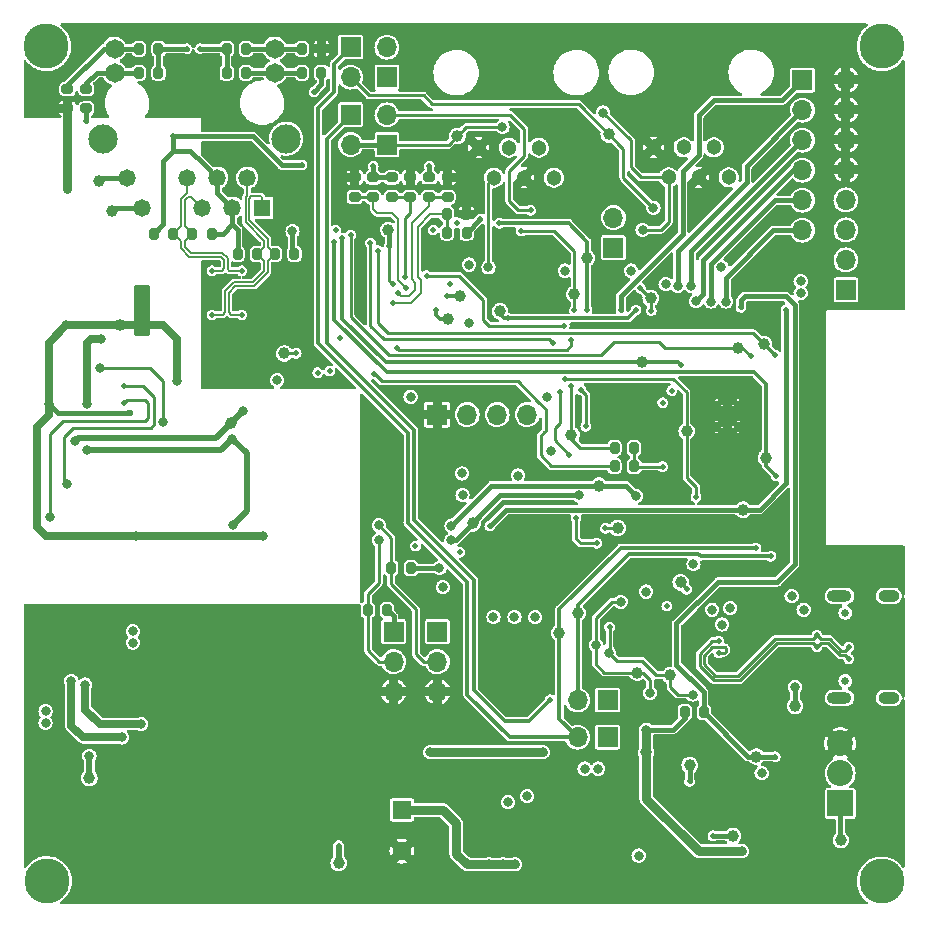
<source format=gbr>
%TF.GenerationSoftware,KiCad,Pcbnew,(6.0.9)*%
%TF.CreationDate,2023-01-10T10:00:19+01:00*%
%TF.ProjectId,P1_shield_board,50315f73-6869-4656-9c64-5f626f617264,V1.0*%
%TF.SameCoordinates,Original*%
%TF.FileFunction,Copper,L4,Bot*%
%TF.FilePolarity,Positive*%
%FSLAX46Y46*%
G04 Gerber Fmt 4.6, Leading zero omitted, Abs format (unit mm)*
G04 Created by KiCad (PCBNEW (6.0.9)) date 2023-01-10 10:00:19*
%MOMM*%
%LPD*%
G01*
G04 APERTURE LIST*
G04 Aperture macros list*
%AMRoundRect*
0 Rectangle with rounded corners*
0 $1 Rounding radius*
0 $2 $3 $4 $5 $6 $7 $8 $9 X,Y pos of 4 corners*
0 Add a 4 corners polygon primitive as box body*
4,1,4,$2,$3,$4,$5,$6,$7,$8,$9,$2,$3,0*
0 Add four circle primitives for the rounded corners*
1,1,$1+$1,$2,$3*
1,1,$1+$1,$4,$5*
1,1,$1+$1,$6,$7*
1,1,$1+$1,$8,$9*
0 Add four rect primitives between the rounded corners*
20,1,$1+$1,$2,$3,$4,$5,0*
20,1,$1+$1,$4,$5,$6,$7,0*
20,1,$1+$1,$6,$7,$8,$9,0*
20,1,$1+$1,$8,$9,$2,$3,0*%
G04 Aperture macros list end*
%TA.AperFunction,ComponentPad*%
%ADD10R,2.200000X2.200000*%
%TD*%
%TA.AperFunction,ComponentPad*%
%ADD11C,2.200000*%
%TD*%
%TA.AperFunction,ComponentPad*%
%ADD12R,1.700000X1.700000*%
%TD*%
%TA.AperFunction,ComponentPad*%
%ADD13O,1.700000X1.700000*%
%TD*%
%TA.AperFunction,ComponentPad*%
%ADD14R,1.600000X1.600000*%
%TD*%
%TA.AperFunction,ComponentPad*%
%ADD15C,1.600000*%
%TD*%
%TA.AperFunction,ComponentPad*%
%ADD16C,3.800000*%
%TD*%
%TA.AperFunction,ComponentPad*%
%ADD17C,0.660400*%
%TD*%
%TA.AperFunction,ComponentPad*%
%ADD18O,1.800000X1.000000*%
%TD*%
%TA.AperFunction,ComponentPad*%
%ADD19O,2.100000X1.000000*%
%TD*%
%TA.AperFunction,ComponentPad*%
%ADD20C,0.500000*%
%TD*%
%TA.AperFunction,ComponentPad*%
%ADD21R,1.478000X1.478000*%
%TD*%
%TA.AperFunction,ComponentPad*%
%ADD22C,1.478000*%
%TD*%
%TA.AperFunction,ComponentPad*%
%ADD23C,1.650000*%
%TD*%
%TA.AperFunction,ComponentPad*%
%ADD24C,2.475000*%
%TD*%
%TA.AperFunction,ComponentPad*%
%ADD25C,1.303000*%
%TD*%
%TA.AperFunction,SMDPad,CuDef*%
%ADD26C,1.000000*%
%TD*%
%TA.AperFunction,SMDPad,CuDef*%
%ADD27RoundRect,0.200000X0.200000X0.275000X-0.200000X0.275000X-0.200000X-0.275000X0.200000X-0.275000X0*%
%TD*%
%TA.AperFunction,SMDPad,CuDef*%
%ADD28RoundRect,0.200000X0.275000X-0.200000X0.275000X0.200000X-0.275000X0.200000X-0.275000X-0.200000X0*%
%TD*%
%TA.AperFunction,SMDPad,CuDef*%
%ADD29RoundRect,0.200000X-0.275000X0.200000X-0.275000X-0.200000X0.275000X-0.200000X0.275000X0.200000X0*%
%TD*%
%TA.AperFunction,SMDPad,CuDef*%
%ADD30RoundRect,0.200000X-0.200000X-0.275000X0.200000X-0.275000X0.200000X0.275000X-0.200000X0.275000X0*%
%TD*%
%TA.AperFunction,ViaPad*%
%ADD31C,0.500000*%
%TD*%
%TA.AperFunction,ViaPad*%
%ADD32C,0.800000*%
%TD*%
%TA.AperFunction,ViaPad*%
%ADD33C,0.600000*%
%TD*%
%TA.AperFunction,Conductor*%
%ADD34C,0.752000*%
%TD*%
%TA.AperFunction,Conductor*%
%ADD35C,0.381000*%
%TD*%
%TA.AperFunction,Conductor*%
%ADD36C,0.254000*%
%TD*%
%TA.AperFunction,Conductor*%
%ADD37C,0.250000*%
%TD*%
%TA.AperFunction,Conductor*%
%ADD38C,0.635000*%
%TD*%
%TA.AperFunction,Conductor*%
%ADD39C,0.508000*%
%TD*%
%TA.AperFunction,Conductor*%
%ADD40C,0.230000*%
%TD*%
%TA.AperFunction,Conductor*%
%ADD41C,0.300000*%
%TD*%
%TA.AperFunction,Conductor*%
%ADD42C,0.200000*%
%TD*%
%TA.AperFunction,Conductor*%
%ADD43C,0.284200*%
%TD*%
%TA.AperFunction,Conductor*%
%ADD44C,0.180000*%
%TD*%
G04 APERTURE END LIST*
D10*
%TO.P,J10,1,Pin_1*%
%TO.N,+5V*%
X128778000Y-88849200D03*
D11*
%TO.P,J10,2,Pin_2*%
%TO.N,Net-(J10-Pad2)*%
X128778000Y-86309200D03*
%TO.P,J10,3,Pin_3*%
%TO.N,GND*%
X128778000Y-83769200D03*
%TD*%
D12*
%TO.P,JP8,1,A*%
%TO.N,/USB to Serial/UART_TX*%
X109072600Y-80086200D03*
D13*
%TO.P,JP8,2,B*%
%TO.N,/MCU/UART_TX0*%
X106532600Y-80086200D03*
%TD*%
D14*
%TO.P,C38,1*%
%TO.N,VDC*%
X91668600Y-89380949D03*
D15*
%TO.P,C38,2*%
%TO.N,GND*%
X91668600Y-92880949D03*
%TD*%
D12*
%TO.P,J7,1,Pin_1*%
%TO.N,/MCU/GPIO12*%
X125577600Y-27609800D03*
D13*
%TO.P,J7,2,Pin_2*%
%TO.N,/MCU/GPIO17*%
X125577600Y-30149800D03*
%TO.P,J7,3,Pin_3*%
%TO.N,/MCU/GPIO5*%
X125577600Y-32689800D03*
%TO.P,J7,4,Pin_4*%
%TO.N,/MCU/GPIO33*%
X125577600Y-35229800D03*
%TO.P,J7,5,Pin_5*%
%TO.N,/MCU/GPIO32*%
X125577600Y-37769800D03*
%TO.P,J7,6,Pin_6*%
%TO.N,/MCU/GPIO35*%
X125577600Y-40309800D03*
%TD*%
D12*
%TO.P,JP7,1,A*%
%TO.N,/USB to Serial/UART_RX*%
X109072600Y-83235800D03*
D13*
%TO.P,JP7,2,B*%
%TO.N,/MCU/UART_RX0*%
X106532600Y-83235800D03*
%TD*%
D12*
%TO.P,J11,1,Pin_1*%
%TO.N,+5V*%
X90957400Y-74310000D03*
D13*
%TO.P,J11,2,Pin_2*%
%TO.N,/MCU/PLS1*%
X90957400Y-76850000D03*
%TO.P,J11,3,Pin_3*%
%TO.N,GND*%
X90957400Y-79390000D03*
%TD*%
D12*
%TO.P,J12,1,Pin_1*%
%TO.N,+5V*%
X94665800Y-74310000D03*
D13*
%TO.P,J12,2,Pin_2*%
%TO.N,/MCU/PLS2*%
X94665800Y-76850000D03*
%TO.P,J12,3,Pin_3*%
%TO.N,GND*%
X94665800Y-79390000D03*
%TD*%
D16*
%TO.P,H3,1,1*%
%TO.N,Earth*%
X61569600Y-24739600D03*
%TD*%
D17*
%TO.P,J2,17*%
%TO.N,N/C*%
X129211999Y-78480399D03*
%TO.P,J2,18*%
X129211999Y-72700401D03*
D18*
%TO.P,J2,S1,SHIELD*%
%TO.N,Earth*%
X132892000Y-79910402D03*
X132892000Y-71270398D03*
D19*
X128712000Y-79910402D03*
X128712000Y-71270398D03*
%TD*%
D16*
%TO.P,H1,1,1*%
%TO.N,Earth*%
X132283200Y-95453200D03*
%TD*%
D20*
%TO.P,U3,39,GND*%
%TO.N,GND*%
X118305300Y-55143400D03*
X120142000Y-56972200D03*
X120140300Y-55143400D03*
X118307000Y-56972200D03*
%TD*%
D12*
%TO.P,JP3,1,A*%
%TO.N,/P1 Port/P1_2_TX*%
X90398600Y-27360800D03*
D13*
%TO.P,JP3,2,B*%
%TO.N,Net-(J3-Pad5)*%
X90398600Y-24820800D03*
%TD*%
D12*
%TO.P,JP9,1,A*%
%TO.N,/P1 Port/PWR2*%
X109575600Y-41788000D03*
D13*
%TO.P,JP9,2,B*%
%TO.N,/P1 Port/PWR1*%
X109575600Y-39248000D03*
%TD*%
D16*
%TO.P,H2,1,1*%
%TO.N,Earth*%
X132283200Y-24739600D03*
%TD*%
D21*
%TO.P,J1,1,RDP*%
%TO.N,/ETHERNET/RX_P*%
X79832200Y-38404800D03*
D22*
%TO.P,J1,2,RDN*%
%TO.N,/ETHERNET/RX_N*%
X78562200Y-35864800D03*
%TO.P,J1,3,RCT*%
%TO.N,+3.3VA*%
X77292200Y-38404800D03*
%TO.P,J1,4,TCT*%
X76022200Y-35864800D03*
%TO.P,J1,5,TDP*%
%TO.N,/ETHERNET/TX_P*%
X74752200Y-38404800D03*
%TO.P,J1,6,TDN*%
%TO.N,/ETHERNET/TX_N*%
X73482200Y-35864800D03*
%TO.P,J1,9,+PWR*%
%TO.N,/ETHERNET/POE_POS*%
X69672200Y-38404800D03*
%TO.P,J1,10,-PWR*%
%TO.N,/ETHERNET/POE_NEG*%
X68402200Y-35864800D03*
D23*
%TO.P,J1,11*%
%TO.N,/ETHERNET/LED1_ANODE*%
X80897200Y-26974800D03*
%TO.P,J1,12*%
%TO.N,/ETHERNET/LED1_CATHODE*%
X80897200Y-24944800D03*
%TO.P,J1,13*%
%TO.N,/ETHERNET/LED2_ANODE*%
X67337200Y-26974800D03*
%TO.P,J1,14*%
%TO.N,/ETHERNET/LED2_CATHODE*%
X67337200Y-24944800D03*
D24*
%TO.P,J1,S1,SHIELD*%
%TO.N,Earth*%
X81862200Y-32564800D03*
%TO.P,J1,S2,SHIELD*%
X66372200Y-32564800D03*
%TD*%
D25*
%TO.P,J3,1*%
%TO.N,/P1 Port/PWR2*%
X119329200Y-35837000D03*
%TO.P,J3,2*%
%TO.N,Net-(J3-Pad2)*%
X118059200Y-33297000D03*
%TO.P,J3,3*%
%TO.N,GND*%
X116789200Y-35837000D03*
%TO.P,J3,4*%
%TO.N,unconnected-(J3-Pad4)*%
X115519200Y-33297000D03*
%TO.P,J3,5*%
%TO.N,Net-(J3-Pad5)*%
X114249200Y-35837000D03*
%TO.P,J3,6*%
%TO.N,GND*%
X112979200Y-33297000D03*
%TD*%
D12*
%TO.P,JP4,1,A*%
%TO.N,/MCU/UART_RX0*%
X87325200Y-24810800D03*
D13*
%TO.P,JP4,2,B*%
%TO.N,Net-(JP4-Pad2)*%
X87325200Y-27350800D03*
%TD*%
D12*
%TO.P,JP1,1,A*%
%TO.N,/MCU/UART_TX0*%
X87325200Y-30530800D03*
D13*
%TO.P,JP1,2,B*%
%TO.N,Net-(JP1-Pad2)*%
X87325200Y-33070800D03*
%TD*%
D12*
%TO.P,JP2,1,A*%
%TO.N,Net-(JP1-Pad2)*%
X90398600Y-33080800D03*
D13*
%TO.P,JP2,2,B*%
%TO.N,/MCU/P1_REQUEST*%
X90398600Y-30540800D03*
%TD*%
D25*
%TO.P,J4,1*%
%TO.N,/P1 Port/PWR1*%
X104521000Y-35862400D03*
%TO.P,J4,2*%
%TO.N,Net-(J4-Pad2)*%
X103251000Y-33322400D03*
%TO.P,J4,3*%
%TO.N,GND*%
X101981000Y-35862400D03*
%TO.P,J4,4*%
%TO.N,unconnected-(J4-Pad4)*%
X100711000Y-33322400D03*
%TO.P,J4,5*%
%TO.N,/P1 Port/P1_2_TX*%
X99441000Y-35862400D03*
%TO.P,J4,6*%
%TO.N,GND*%
X98171000Y-33322400D03*
%TD*%
D12*
%TO.P,J6,1,Pin_1*%
%TO.N,GND*%
X94650400Y-55930800D03*
D13*
%TO.P,J6,2,Pin_2*%
%TO.N,+3V3*%
X97190400Y-55930800D03*
%TO.P,J6,3,Pin_3*%
%TO.N,/MCU/I2C_SCL*%
X99730400Y-55930800D03*
%TO.P,J6,4,Pin_4*%
%TO.N,/MCU/I2C_SDA*%
X102270400Y-55930800D03*
%TD*%
D12*
%TO.P,J5,1,Pin_1*%
%TO.N,+5V*%
X129260600Y-45364400D03*
D13*
%TO.P,J5,2,Pin_2*%
X129260600Y-42824400D03*
%TO.P,J5,3,Pin_3*%
%TO.N,+3V3*%
X129260600Y-40284400D03*
%TO.P,J5,4,Pin_4*%
X129260600Y-37744400D03*
%TO.P,J5,5,Pin_5*%
%TO.N,GND*%
X129260600Y-35204400D03*
%TO.P,J5,6,Pin_6*%
X129260600Y-32664400D03*
%TO.P,J5,7,Pin_7*%
X129260600Y-30124400D03*
%TO.P,J5,8,Pin_8*%
X129260600Y-27584400D03*
%TD*%
D16*
%TO.P,H4,1,1*%
%TO.N,Earth*%
X61620400Y-95402400D03*
%TD*%
D26*
%TO.P,TP9,1,1*%
%TO.N,/MCU/ETH_CRS*%
X112725200Y-46075600D03*
%TD*%
%TO.P,TP23,1,1*%
%TO.N,+3V3*%
X112344200Y-84531200D03*
%TD*%
D27*
%TO.P,R6,1*%
%TO.N,/ETHERNET/LED2*%
X71056000Y-26974800D03*
%TO.P,R6,2*%
%TO.N,/ETHERNET/LED2_ANODE*%
X69406000Y-26974800D03*
%TD*%
D28*
%TO.P,R8,1*%
%TO.N,GND*%
X63347600Y-30009600D03*
%TO.P,R8,2*%
%TO.N,/ETHERNET/LED2_CATHODE*%
X63347600Y-28359600D03*
%TD*%
D27*
%TO.P,R3,1*%
%TO.N,+3.3VA*%
X84848200Y-26974800D03*
%TO.P,R3,2*%
%TO.N,/ETHERNET/LED1_ANODE*%
X83198200Y-26974800D03*
%TD*%
D26*
%TO.P,TP27,1,1*%
%TO.N,/POE/VT15*%
X77216000Y-56616600D03*
%TD*%
D27*
%TO.P,R9,1*%
%TO.N,/ETHERNET/LED2*%
X71056000Y-24942800D03*
%TO.P,R9,2*%
%TO.N,/ETHERNET/LED2_CATHODE*%
X69406000Y-24942800D03*
%TD*%
D26*
%TO.P,TP32,1,1*%
%TO.N,/MCU/UART_RX2*%
X107340400Y-42672000D03*
%TD*%
D28*
%TO.P,R62,1*%
%TO.N,/ETHERNET/RXD0{slash}MODE0*%
X93980000Y-37489400D03*
%TO.P,R62,2*%
%TO.N,/ETHERNET/VDDIO*%
X93980000Y-35839400D03*
%TD*%
D29*
%TO.P,R63,1*%
%TO.N,GND*%
X95529400Y-35852600D03*
%TO.P,R63,2*%
%TO.N,/ETHERNET/RXD0{slash}MODE0*%
X95529400Y-37502600D03*
%TD*%
D26*
%TO.P,TP18,1,1*%
%TO.N,/MCU/UART_RX0*%
X105003600Y-74422000D03*
%TD*%
%TO.P,TP25,1,1*%
%TO.N,/ETHERNET/POE_NEG*%
X66040000Y-36169600D03*
%TD*%
D30*
%TO.P,R83,1*%
%TO.N,Net-(Y1-Pad1)*%
X109665000Y-60299600D03*
%TO.P,R83,2*%
%TO.N,/MCU/GPIO17*%
X111315000Y-60299600D03*
%TD*%
D27*
%TO.P,R52,1*%
%TO.N,+3.3VA*%
X75550000Y-40600000D03*
%TO.P,R52,2*%
%TO.N,/ETHERNET/TX_P*%
X73900000Y-40600000D03*
%TD*%
D26*
%TO.P,TP24,1,1*%
%TO.N,/ETHERNET/POE_POS*%
X67157600Y-38709600D03*
%TD*%
D30*
%TO.P,R59,1*%
%TO.N,/ETHERNET/RXD1{slash}MODE1*%
X95491800Y-40513000D03*
%TO.P,R59,2*%
%TO.N,/ETHERNET/VDDIO*%
X97141800Y-40513000D03*
%TD*%
D26*
%TO.P,TP35,1,1*%
%TO.N,/MCU/I2C_SCL*%
X99974400Y-47167800D03*
%TD*%
%TO.P,TP21,1,1*%
%TO.N,Net-(C55-Pad2)*%
X116027200Y-85598000D03*
%TD*%
D30*
%TO.P,R5,1*%
%TO.N,/ETHERNET/LED1*%
X76822800Y-24942800D03*
%TO.P,R5,2*%
%TO.N,/ETHERNET/LED1_CATHODE*%
X78472800Y-24942800D03*
%TD*%
D27*
%TO.P,R60,1*%
%TO.N,GND*%
X97129600Y-38963600D03*
%TO.P,R60,2*%
%TO.N,/ETHERNET/RXD1{slash}MODE1*%
X95479600Y-38963600D03*
%TD*%
D26*
%TO.P,TP39,1,1*%
%TO.N,/MCU/RESET*%
X120548400Y-63982600D03*
%TD*%
%TO.P,TP11,1,1*%
%TO.N,/MCU/ETH_RXD0*%
X96596200Y-45897800D03*
%TD*%
%TO.P,TP2,1,1*%
%TO.N,/ETHERNET/VDDIO*%
X90525600Y-40284400D03*
%TD*%
D29*
%TO.P,R56,1*%
%TO.N,GND*%
X92379800Y-35852600D03*
%TO.P,R56,2*%
%TO.N,/ETHERNET/CRS_DV{slash}MODE2*%
X92379800Y-37502600D03*
%TD*%
D28*
%TO.P,R55,1*%
%TO.N,/ETHERNET/CRS_DV{slash}MODE2*%
X90805000Y-37502600D03*
%TO.P,R55,2*%
%TO.N,/ETHERNET/VDDIO*%
X90805000Y-35852600D03*
%TD*%
D26*
%TO.P,TP31,1,1*%
%TO.N,Net-(JP4-Pad2)*%
X109169200Y-32207200D03*
%TD*%
D27*
%TO.P,R81,1*%
%TO.N,+5V*%
X92417400Y-68935600D03*
%TO.P,R81,2*%
%TO.N,/MCU/PLS2*%
X90767400Y-68935600D03*
%TD*%
D28*
%TO.P,R12,1*%
%TO.N,/ETHERNET/RXER{slash}PHYAD0*%
X89230200Y-37502600D03*
%TO.P,R12,2*%
%TO.N,/ETHERNET/VDDIO*%
X89230200Y-35852600D03*
%TD*%
D26*
%TO.P,TP17,1,1*%
%TO.N,Net-(C17-Pad1)*%
X115265200Y-70129400D03*
%TD*%
%TO.P,TP7,1,1*%
%TO.N,/MCU/ETH_MDIO*%
X115773200Y-57327800D03*
%TD*%
%TO.P,TP29,1,1*%
%TO.N,Net-(JP1-Pad2)*%
X96367600Y-32334200D03*
%TD*%
%TO.P,TP12,1,1*%
%TO.N,/USB to Serial/DTR*%
X114376200Y-78003400D03*
%TD*%
%TO.P,TP37,1,1*%
%TO.N,/MCU/PULSE_S2*%
X108356400Y-61950600D03*
%TD*%
%TO.P,TP33,1,1*%
%TO.N,Net-(R75-Pad1)*%
X106019600Y-57658000D03*
%TD*%
%TO.P,TP41,1,1*%
%TO.N,Net-(C36-Pad2)*%
X86309200Y-93903800D03*
%TD*%
%TO.P,TP8,1,1*%
%TO.N,/MCU/ETH_MDC*%
X122301000Y-49936400D03*
%TD*%
%TO.P,TP26,1,1*%
%TO.N,/POE/VPOS*%
X67818000Y-48361600D03*
%TD*%
%TO.P,TP5,1,1*%
%TO.N,/MCU/ETH_TXD1*%
X122478800Y-59563000D03*
%TD*%
%TO.P,TP10,1,1*%
%TO.N,/MCU/ETH_RXD1*%
X95554800Y-47802800D03*
%TD*%
%TO.P,TP30,1,1*%
%TO.N,/MCU/P1_REQUEST*%
X106273600Y-45720000D03*
%TD*%
D27*
%TO.P,R4,1*%
%TO.N,GND*%
X84848200Y-24942800D03*
%TO.P,R4,2*%
%TO.N,/ETHERNET/LED1_CATHODE*%
X83198200Y-24942800D03*
%TD*%
%TO.P,R54,1*%
%TO.N,+3.3VA*%
X82565000Y-42310000D03*
%TO.P,R54,2*%
%TO.N,/ETHERNET/RX_P*%
X80915000Y-42310000D03*
%TD*%
D30*
%TO.P,R75,1*%
%TO.N,Net-(R75-Pad1)*%
X109665000Y-58750200D03*
%TO.P,R75,2*%
%TO.N,/MCU/GPIO17*%
X111315000Y-58750200D03*
%TD*%
D26*
%TO.P,TP6,1,1*%
%TO.N,/MCU/ETH_TXD0*%
X111963200Y-51460400D03*
%TD*%
%TO.P,TP19,1,1*%
%TO.N,/MCU/UART_TX0*%
X106553000Y-72745600D03*
%TD*%
%TO.P,TP40,1,1*%
%TO.N,/MCU/BOOT*%
X109931200Y-65532000D03*
%TD*%
%TO.P,TP36,1,1*%
%TO.N,/MCU/PULSE_S1*%
X97663000Y-65125600D03*
%TD*%
%TO.P,TP1,1,1*%
%TO.N,+3.3VA*%
X81711800Y-50749200D03*
%TD*%
%TO.P,TP38,1,1*%
%TO.N,/MCU/ADC_INPUT*%
X121666000Y-84886800D03*
%TD*%
D27*
%TO.P,R76,1*%
%TO.N,+5V*%
X90410800Y-72466200D03*
%TO.P,R76,2*%
%TO.N,/MCU/PLS1*%
X88760800Y-72466200D03*
%TD*%
D26*
%TO.P,TP16,1,1*%
%TO.N,Net-(D4-Pad5)*%
X124942600Y-80594200D03*
%TD*%
D30*
%TO.P,R57,1*%
%TO.N,+3.3VA*%
X77750000Y-42310000D03*
%TO.P,R57,2*%
%TO.N,/ETHERNET/RX_N*%
X79400000Y-42310000D03*
%TD*%
D26*
%TO.P,TP15,1,1*%
%TO.N,/USB to Serial/RTS*%
X111556800Y-77774800D03*
%TD*%
%TO.P,TP4,1,1*%
%TO.N,/MCU/ETH_TXEN*%
X120116600Y-50266600D03*
%TD*%
D28*
%TO.P,R7,1*%
%TO.N,+3.3VA*%
X64947800Y-30009600D03*
%TO.P,R7,2*%
%TO.N,/ETHERNET/LED2_ANODE*%
X64947800Y-28359600D03*
%TD*%
D29*
%TO.P,R51,1*%
%TO.N,GND*%
X87655400Y-35852600D03*
%TO.P,R51,2*%
%TO.N,/ETHERNET/RXER{slash}PHYAD0*%
X87655400Y-37502600D03*
%TD*%
D30*
%TO.P,R53,1*%
%TO.N,+3.3VA*%
X70675000Y-40600000D03*
%TO.P,R53,2*%
%TO.N,/ETHERNET/TX_N*%
X72325000Y-40600000D03*
%TD*%
%TO.P,R2,1*%
%TO.N,/ETHERNET/LED1*%
X76822800Y-26974800D03*
%TO.P,R2,2*%
%TO.N,/ETHERNET/LED1_ANODE*%
X78472800Y-26974800D03*
%TD*%
D26*
%TO.P,TP28,1,1*%
%TO.N,VDC*%
X65201800Y-86690200D03*
%TD*%
%TO.P,TP20,1,1*%
%TO.N,+5V*%
X128828800Y-91948000D03*
%TD*%
D30*
%TO.P,R82,1*%
%TO.N,+3V3*%
X115608600Y-81127600D03*
%TO.P,R82,2*%
%TO.N,/MCU/ADC_INPUT*%
X117258600Y-81127600D03*
%TD*%
D26*
%TO.P,TP22,1,1*%
%TO.N,Net-(R23-Pad2)*%
X119684800Y-91592400D03*
%TD*%
D31*
%TO.N,GND*%
X77901800Y-48285400D03*
X97840800Y-24434800D03*
D32*
X127711200Y-68376800D03*
X100025200Y-41071800D03*
X79832200Y-48310800D03*
D31*
X88265000Y-45313600D03*
D32*
X98374200Y-58470800D03*
X115780572Y-74997408D03*
D31*
X75387200Y-26365200D03*
X72390000Y-26365200D03*
D32*
X126695200Y-69392800D03*
D31*
X63347600Y-36830000D03*
D32*
X108788200Y-36880800D03*
X90754200Y-57556400D03*
D31*
X75006200Y-43256200D03*
X76050000Y-48200000D03*
D32*
X90754200Y-58724800D03*
D31*
X99771200Y-24434800D03*
D32*
X107518200Y-39674800D03*
D31*
X78800000Y-43750000D03*
D32*
X126695200Y-71170800D03*
D31*
X119200000Y-74800000D03*
X129500000Y-77400000D03*
D32*
X89636600Y-57556400D03*
X126695200Y-68376800D03*
X127711200Y-69392800D03*
D31*
X88265000Y-43967400D03*
D32*
X78816200Y-48310800D03*
X114000000Y-75000000D03*
X101625400Y-59156600D03*
X89636600Y-58724800D03*
X81483200Y-46532800D03*
X111429800Y-54711600D03*
X123647200Y-78028800D03*
X101295200Y-64922400D03*
X108788200Y-35356800D03*
X86309200Y-35737800D03*
D31*
X129500000Y-74800000D03*
D32*
X101803200Y-27482800D03*
D31*
X75387200Y-27076400D03*
D32*
X111429800Y-56235600D03*
X114122200Y-29768800D03*
D31*
X118500000Y-76900000D03*
X72390000Y-27025600D03*
D32*
X97104200Y-58470800D03*
X114000000Y-76300000D03*
X126441200Y-80060800D03*
D31*
X76800000Y-44300000D03*
D32*
X116027200Y-26720800D03*
X108788200Y-33578800D03*
D31*
X100584000Y-24434800D03*
D32*
X115700000Y-76300000D03*
D31*
X98856800Y-24434800D03*
%TO.N,+3.3VA*%
X72288400Y-32359600D03*
X82715400Y-50736200D03*
D32*
X82400000Y-40400000D03*
D31*
X83210400Y-34798000D03*
X84226400Y-28600400D03*
X64922400Y-31038800D03*
D32*
%TO.N,+3V3*%
X120472200Y-92887800D03*
X112344200Y-70916800D03*
X119456200Y-72313800D03*
D31*
X96570800Y-67564000D03*
D32*
X124663200Y-71297800D03*
X113995200Y-44881800D03*
X104267000Y-59004200D03*
D31*
X94310200Y-40309800D03*
D32*
X101193600Y-73075800D03*
X108280200Y-85902800D03*
D31*
X96342200Y-39674800D03*
X86055200Y-40309800D03*
D32*
X125425200Y-45643800D03*
X103911400Y-54432200D03*
X99415600Y-73075800D03*
D31*
X86461600Y-49479200D03*
D32*
X112344200Y-82600800D03*
X125425200Y-44627800D03*
X81102200Y-53009800D03*
X107137200Y-85902800D03*
X101498400Y-61087000D03*
X96799400Y-62738000D03*
X117932200Y-72440800D03*
D31*
%TO.N,/ETHERNET/VDDIO*%
X90601800Y-41656000D03*
X89230200Y-34899600D03*
X98298000Y-39370000D03*
X90906600Y-44881800D03*
X93980000Y-34899600D03*
%TO.N,Net-(C17-Pad1)*%
X115785900Y-70726300D03*
D32*
%TO.N,+5V*%
X95123000Y-70535800D03*
X96774000Y-60909200D03*
X94843600Y-68935600D03*
X122123200Y-86283800D03*
D31*
X92811600Y-67056000D03*
D32*
X111709200Y-93268800D03*
D31*
%TO.N,Net-(R75-Pad1)*%
X106019600Y-49606200D03*
X106019600Y-53543200D03*
X91236800Y-50292000D03*
D32*
%TO.N,/POE/VPOS*%
X63246000Y-48361600D03*
X61772800Y-55016400D03*
X69750000Y-45550000D03*
D33*
X68681600Y-55813100D03*
D32*
X72644000Y-53086000D03*
X69748400Y-48361600D03*
X69138800Y-66217800D03*
X69750000Y-47000000D03*
X79883000Y-66217800D03*
%TO.N,/POE/VNEG*%
X66192400Y-49530000D03*
X65000500Y-55016400D03*
%TO.N,/POE/VDD*%
X63296800Y-61823600D03*
D31*
X68173600Y-53492400D03*
D32*
%TO.N,/POE/VT15*%
X78232000Y-55626000D03*
X64008000Y-58166000D03*
%TO.N,VDC*%
X68884800Y-74269600D03*
X101219000Y-94005400D03*
X65201800Y-84836000D03*
X100228400Y-94005400D03*
X68884800Y-75234800D03*
X61493400Y-81026000D03*
X61493400Y-82016600D03*
X99009200Y-94005400D03*
D31*
%TO.N,Net-(C36-Pad2)*%
X86309200Y-92430600D03*
D32*
%TO.N,VCC*%
X118719600Y-43408600D03*
X103581200Y-84505800D03*
X111074200Y-43738800D03*
X105460800Y-43738800D03*
X94056200Y-84505800D03*
X92405200Y-54406800D03*
X97358200Y-48183800D03*
X97358200Y-43230800D03*
D31*
%TO.N,/MCU/ADC_INPUT*%
X123266200Y-84886800D03*
X120370600Y-46837600D03*
D32*
%TO.N,Net-(D4-Pad5)*%
X124942600Y-78994000D03*
X125679200Y-72440800D03*
D31*
%TO.N,/USB to Serial/USB_D-*%
X129500000Y-76600000D03*
X118500000Y-75100000D03*
X126800000Y-75600000D03*
%TO.N,/USB to Serial/USB_D+*%
X126800000Y-74600000D03*
X129500000Y-75600000D03*
X118500000Y-76100000D03*
D32*
%TO.N,VBUS*%
X116350000Y-68600000D03*
X118780000Y-73700000D03*
X100650000Y-88750000D03*
X102265200Y-88234800D03*
%TO.N,/POE/SWO*%
X65024000Y-58928000D03*
X77393800Y-65252600D03*
X77317600Y-57962800D03*
D31*
%TO.N,/MCU/RESET*%
X99110800Y-65354200D03*
X124180600Y-47040800D03*
%TO.N,/MCU/BOOT*%
X108898800Y-65548400D03*
%TO.N,/ETHERNET/LED1*%
X85547200Y-52247800D03*
X74574400Y-24942800D03*
%TO.N,/ETHERNET/LED2*%
X73456800Y-24942800D03*
X84531200Y-52374800D03*
%TO.N,Net-(C55-Pad2)*%
X116027200Y-86969600D03*
D32*
%TO.N,Net-(J3-Pad5)*%
X112039400Y-40284400D03*
X108712000Y-30353000D03*
D31*
%TO.N,/MCU/I2C_SCL*%
X111480600Y-47066200D03*
X100634800Y-47777400D03*
D32*
%TO.N,/MCU/GPIO5*%
X116154200Y-45008800D03*
D31*
X114503200Y-53898800D03*
%TO.N,/MCU/GPIO12*%
X110210600Y-47040800D03*
D32*
%TO.N,/MCU/GPIO32*%
X117830600Y-46355000D03*
%TO.N,/MCU/GPIO33*%
X116560600Y-46329600D03*
%TO.N,/MCU/GPIO35*%
X119100600Y-46355000D03*
%TO.N,Net-(JP1-Pad2)*%
X100177600Y-31572200D03*
%TO.N,/P1 Port/P1_2_TX*%
X98994000Y-43459250D03*
%TO.N,/USB to Serial/RTS*%
X112674400Y-79476600D03*
X108077000Y-75438000D03*
X110185200Y-71780400D03*
%TO.N,/USB to Serial/DTR*%
X116281200Y-79629000D03*
X109220000Y-76149200D03*
D31*
X109245400Y-73914000D03*
D32*
%TO.N,/MCU/PULSE_S1*%
X106654600Y-62763400D03*
X95859600Y-66548000D03*
%TO.N,/MCU/PULSE_S2*%
X111480600Y-62814200D03*
X95859600Y-65328800D03*
D31*
%TO.N,/USB to Serial/SUS_L*%
X114096800Y-72136000D03*
D32*
X102946200Y-73075800D03*
D31*
%TO.N,Net-(R23-Pad2)*%
X117993201Y-91577201D03*
D32*
%TO.N,Net-(R30-Pad1)*%
X71440100Y-56568392D03*
X66090800Y-51968400D03*
D31*
%TO.N,/POE/EROUT*%
X68141905Y-54939900D03*
D32*
X61874400Y-64566800D03*
%TO.N,Net-(R38-Pad2)*%
X69596000Y-82118200D03*
X64846200Y-78790800D03*
%TO.N,Net-(R39-Pad2)*%
X67944098Y-83261200D03*
X63677800Y-78486000D03*
%TO.N,/MCU/PLS1*%
X89712800Y-66548000D03*
%TO.N,/MCU/PLS2*%
X89712800Y-65303400D03*
D31*
%TO.N,/MCU/UART_TX0*%
X104216200Y-80060800D03*
X122910600Y-67919600D03*
%TO.N,/MCU/P1_REQUEST*%
X107238800Y-56921400D03*
X102565200Y-38630950D03*
X106273600Y-47091600D03*
X106832400Y-53822600D03*
X101777800Y-40383550D03*
D32*
%TO.N,Net-(JP4-Pad2)*%
X112953800Y-38404800D03*
D31*
%TO.N,/MCU/UART_RX2*%
X107340400Y-47091600D03*
X99923600Y-39723150D03*
%TO.N,/MCU/UART_RX0*%
X121640600Y-67208400D03*
%TO.N,/ETHERNET/RXER{slash}PHYAD0*%
X91998800Y-45186600D03*
%TO.N,/ETHERNET/CRS_DV{slash}MODE2*%
X91928787Y-44316813D03*
X95707200Y-44856400D03*
%TO.N,/ETHERNET/RXD1{slash}MODE1*%
X90919200Y-46443800D03*
%TO.N,/ETHERNET/RXD0{slash}MODE0*%
X91363800Y-45669200D03*
%TO.N,/MCU/ETH_MDIO*%
X93751400Y-44170600D03*
X105410000Y-48412400D03*
X105435400Y-52908200D03*
X116560600Y-62915800D03*
%TO.N,/MCU/ETH_CRS*%
X111861600Y-45237400D03*
X112776000Y-47117000D03*
%TO.N,Net-(R67-Pad1)*%
X89001600Y-41402000D03*
X105841800Y-59359800D03*
X104419400Y-49834800D03*
X105029000Y-54051200D03*
X108178600Y-66827400D03*
X106400600Y-64693800D03*
%TO.N,/MCU/ETH_RXD0*%
X95474600Y-45893800D03*
%TO.N,/MCU/ETH_RXD1*%
X94564200Y-47040800D03*
%TO.N,/MCU/ETH_MDC*%
X123266200Y-50901600D03*
X89611200Y-42037000D03*
%TO.N,/MCU/ETH_TXEN*%
X121234200Y-51003200D03*
X87325200Y-40716200D03*
%TO.N,/MCU/ETH_TXD0*%
X115265200Y-51689000D03*
X86614000Y-40995600D03*
%TO.N,/MCU/ETH_TXD1*%
X123367800Y-61137800D03*
X85953600Y-41275000D03*
%TO.N,/ETHERNET/RX_P*%
X78092500Y-47480000D03*
%TO.N,/ETHERNET/RX_N*%
X75582500Y-47480000D03*
%TO.N,/ETHERNET/TX_P*%
X78092500Y-43750000D03*
%TO.N,/ETHERNET/TX_N*%
X75582500Y-43750000D03*
D32*
%TO.N,/MCU/GPIO17*%
X115011200Y-45008800D03*
D31*
X113741200Y-54914800D03*
X113741200Y-60325000D03*
%TO.N,Net-(Y1-Pad1)*%
X89306400Y-52476400D03*
%TD*%
D34*
%TO.N,GND*%
X63347600Y-30009600D02*
X63347600Y-36830000D01*
D35*
%TO.N,+3.3VA*%
X76022200Y-35864800D02*
X76022200Y-37134800D01*
X73750000Y-33600000D02*
X72300000Y-33600000D01*
X74892700Y-34735300D02*
X74885300Y-34735300D01*
X77750000Y-42310000D02*
X77750000Y-40265600D01*
X82400000Y-42145000D02*
X82565000Y-42310000D01*
X77750000Y-40265600D02*
X77292200Y-39807800D01*
X74885300Y-34735300D02*
X73750000Y-33600000D01*
X76500000Y-40600000D02*
X77292200Y-39807800D01*
X81483200Y-34798000D02*
X83210400Y-34798000D01*
X72300000Y-32371200D02*
X72288400Y-32359600D01*
X71450000Y-34450000D02*
X71450000Y-39825000D01*
X64947800Y-31013400D02*
X64922400Y-31038800D01*
X84848200Y-27978600D02*
X84226400Y-28600400D01*
X79058000Y-32372800D02*
X81483200Y-34798000D01*
X75550000Y-40600000D02*
X76500000Y-40600000D01*
X75133200Y-32372800D02*
X79058000Y-32372800D01*
D36*
X82702400Y-50749200D02*
X82715400Y-50736200D01*
D35*
X75133200Y-32372800D02*
X73482200Y-32372800D01*
X84848200Y-26974800D02*
X84848200Y-27978600D01*
D36*
X81711800Y-50749200D02*
X82702400Y-50749200D01*
D35*
X72300000Y-33600000D02*
X72300000Y-32371200D01*
X76022200Y-37134800D02*
X77292200Y-38404800D01*
X72301600Y-32372800D02*
X72288400Y-32359600D01*
X73482200Y-32372800D02*
X72301600Y-32372800D01*
X77292200Y-39807800D02*
X77292200Y-38404800D01*
X71450000Y-39825000D02*
X70675000Y-40600000D01*
X72300000Y-33600000D02*
X71450000Y-34450000D01*
X64947800Y-30009600D02*
X64947800Y-31013400D01*
X76022200Y-35864800D02*
X74892700Y-34735300D01*
X82400000Y-40400000D02*
X82400000Y-42145000D01*
D34*
%TO.N,+3V3*%
X112344200Y-88442800D02*
X112344200Y-82600800D01*
X120472200Y-92887800D02*
X116789200Y-92887800D01*
D35*
X115608600Y-81597000D02*
X114604800Y-82600800D01*
X114604800Y-82600800D02*
X112344200Y-82600800D01*
X115608600Y-81127600D02*
X115608600Y-81597000D01*
D34*
X116789200Y-92887800D02*
X112344200Y-88442800D01*
D36*
%TO.N,/ETHERNET/VDDIO*%
X90601800Y-41656000D02*
X90601800Y-44577000D01*
D35*
X89230200Y-35852600D02*
X89230200Y-34899600D01*
X93980000Y-35839400D02*
X93980000Y-34899600D01*
X98298000Y-39370000D02*
X97155000Y-40513000D01*
D36*
X90601800Y-44577000D02*
X90906600Y-44881800D01*
D35*
X90601800Y-40360600D02*
X90525600Y-40284400D01*
X90805000Y-35852600D02*
X89230200Y-35852600D01*
X97155000Y-40513000D02*
X97141800Y-40513000D01*
X90601800Y-41656000D02*
X90601800Y-40360600D01*
D37*
%TO.N,Net-(C17-Pad1)*%
X115265200Y-70205600D02*
X115785900Y-70726300D01*
X115265200Y-70129400D02*
X115265200Y-70205600D01*
D35*
%TO.N,+5V*%
X128778000Y-91897200D02*
X128828800Y-91948000D01*
X94843600Y-68935600D02*
X92417400Y-68935600D01*
X90410800Y-72466200D02*
X90957400Y-73012800D01*
X90957400Y-73012800D02*
X90957400Y-74310000D01*
X128778000Y-88849200D02*
X128778000Y-91897200D01*
D37*
%TO.N,Net-(R75-Pad1)*%
X106019600Y-57658000D02*
X106019600Y-57988200D01*
X106019600Y-50012600D02*
X106019600Y-49606200D01*
X91236800Y-50292000D02*
X91363800Y-50419000D01*
X106781600Y-58750200D02*
X109665000Y-58750200D01*
X106019600Y-57988200D02*
X106781600Y-58750200D01*
X91363800Y-50419000D02*
X105613200Y-50419000D01*
X105613200Y-50419000D02*
X106019600Y-50012600D01*
X106019600Y-53543200D02*
X106019600Y-57658000D01*
D38*
%TO.N,/POE/VPOS*%
X60756800Y-65430400D02*
X61569600Y-66243200D01*
X71475600Y-48361600D02*
X69748400Y-48361600D01*
X72644000Y-53086000D02*
X72644000Y-49530000D01*
D35*
X62562801Y-55806401D02*
X68674901Y-55806401D01*
D38*
X61569600Y-66243200D02*
X69113400Y-66243200D01*
X72644000Y-49530000D02*
X71475600Y-48361600D01*
D35*
X68674901Y-55806401D02*
X68681600Y-55813100D01*
D38*
X60756800Y-56997600D02*
X60756800Y-65430400D01*
X69138800Y-66217800D02*
X79883000Y-66217800D01*
X63246000Y-48361600D02*
X69748400Y-48361600D01*
X61772800Y-55981600D02*
X60756800Y-56997600D01*
D35*
X61772800Y-55016400D02*
X62562801Y-55806401D01*
D38*
X61772800Y-55016400D02*
X61772800Y-55981600D01*
X63246000Y-48361600D02*
X61772800Y-49834800D01*
X69113400Y-66243200D02*
X69138800Y-66217800D01*
X61772800Y-49834800D02*
X61772800Y-55016400D01*
%TO.N,/POE/VNEG*%
X66192400Y-49530000D02*
X65328800Y-49530000D01*
X65328800Y-49530000D02*
X65000500Y-49858300D01*
X65000500Y-49858300D02*
X65000500Y-55016400D01*
D36*
%TO.N,/POE/VDD*%
X70408800Y-57048400D02*
X70713600Y-56743600D01*
X70713600Y-54457600D02*
X69748400Y-53492400D01*
X63296800Y-61823600D02*
X63093600Y-61620400D01*
X63093600Y-61620400D02*
X63093600Y-57810400D01*
X69748400Y-53492400D02*
X68173600Y-53492400D01*
X70713600Y-56743600D02*
X70713600Y-54457600D01*
X63093600Y-57810400D02*
X63855600Y-57048400D01*
X63855600Y-57048400D02*
X70408800Y-57048400D01*
D39*
%TO.N,/POE/VT15*%
X75946000Y-57912000D02*
X78232000Y-55626000D01*
X64008000Y-58166000D02*
X64262000Y-57912000D01*
X75692000Y-57912000D02*
X75946000Y-57912000D01*
X64262000Y-57912000D02*
X75692000Y-57912000D01*
D34*
%TO.N,VDC*%
X95121349Y-89380949D02*
X91668600Y-89380949D01*
X100228400Y-94005400D02*
X99009200Y-94005400D01*
X96266000Y-93091000D02*
X96266000Y-90525600D01*
X99009200Y-94005400D02*
X97180400Y-94005400D01*
X97180400Y-94005400D02*
X96266000Y-93091000D01*
D39*
X65201800Y-84836000D02*
X65201800Y-86690200D01*
D34*
X100228400Y-94005400D02*
X101219000Y-94005400D01*
X96266000Y-90525600D02*
X95121349Y-89380949D01*
D39*
%TO.N,Net-(C36-Pad2)*%
X86309200Y-93903800D02*
X86309200Y-92430600D01*
D34*
%TO.N,VCC*%
X103581200Y-84505800D02*
X94056200Y-84505800D01*
D35*
%TO.N,/MCU/ADC_INPUT*%
X114900000Y-73600000D02*
X118396000Y-70104000D01*
X120726200Y-45897800D02*
X120370600Y-46253400D01*
X117200000Y-81132000D02*
X117200000Y-79400000D01*
X117200000Y-79400000D02*
X114900000Y-77100000D01*
X124155200Y-45897800D02*
X120726200Y-45897800D01*
X123266200Y-84886800D02*
X120954800Y-84886800D01*
X118396000Y-70104000D02*
X123418600Y-70104000D01*
X124917200Y-46659800D02*
X124155200Y-45897800D01*
X114900000Y-77100000D02*
X114900000Y-73600000D01*
X120370600Y-46253400D02*
X120370600Y-46837600D01*
X123418600Y-70104000D02*
X124917200Y-68605400D01*
X120954800Y-84886800D02*
X117200000Y-81132000D01*
X124917200Y-68605400D02*
X124917200Y-46659800D01*
%TO.N,/ETHERNET/POE_POS*%
X67462400Y-38404800D02*
X67157600Y-38709600D01*
X69672200Y-38404800D02*
X67462400Y-38404800D01*
%TO.N,/ETHERNET/POE_NEG*%
X66344800Y-35864800D02*
X66040000Y-36169600D01*
X68402200Y-35864800D02*
X66344800Y-35864800D01*
%TO.N,Net-(D4-Pad5)*%
X124942600Y-78994000D02*
X124942600Y-80594200D01*
D40*
%TO.N,/USB to Serial/USB_D-*%
X129500000Y-76600000D02*
X129179950Y-76279950D01*
X120284538Y-78409950D02*
X123414538Y-75279950D01*
X126479950Y-75279950D02*
X126800000Y-75600000D01*
X118055462Y-78409950D02*
X120284538Y-78409950D01*
X123414538Y-75279950D02*
X126479950Y-75279950D01*
X127725462Y-75279950D02*
X127120050Y-75279950D01*
X118500000Y-75100000D02*
X117945512Y-75100000D01*
X116866560Y-77221048D02*
X118055462Y-78409950D01*
X129179950Y-76279950D02*
X128725462Y-76279950D01*
X128725462Y-76279950D02*
X127725462Y-75279950D01*
X116866560Y-76178952D02*
X116866560Y-77221048D01*
X127120050Y-75279950D02*
X126800000Y-75600000D01*
X117945512Y-75100000D02*
X116866560Y-76178952D01*
%TO.N,/USB to Serial/USB_D+*%
X118500000Y-76100000D02*
X118980000Y-76100000D01*
X118980000Y-76100000D02*
X119130000Y-75950000D01*
X117226460Y-76328028D02*
X117226460Y-77071972D01*
X117919488Y-75635000D02*
X117226460Y-76328028D01*
X128874538Y-75920050D02*
X127874538Y-74920050D01*
X129179950Y-75920050D02*
X128874538Y-75920050D01*
X129500000Y-75600000D02*
X129179950Y-75920050D01*
X119130000Y-75950000D02*
X119130000Y-75730000D01*
X127874538Y-74920050D02*
X127120050Y-74920050D01*
X117226460Y-77071972D02*
X118204538Y-78050050D01*
X123265462Y-74920050D02*
X126479950Y-74920050D01*
X120135462Y-78050050D02*
X123265462Y-74920050D01*
X127120050Y-74920050D02*
X126800000Y-74600000D01*
X118204538Y-78050050D02*
X120135462Y-78050050D01*
X119035000Y-75635000D02*
X117919488Y-75635000D01*
X126479950Y-74920050D02*
X126800000Y-74600000D01*
X119130000Y-75730000D02*
X119035000Y-75635000D01*
D39*
%TO.N,/POE/SWO*%
X77317600Y-57962800D02*
X78562200Y-59207400D01*
X76352400Y-58928000D02*
X77317600Y-57962800D01*
X65024000Y-58928000D02*
X76352400Y-58928000D01*
X78562200Y-59207400D02*
X78562200Y-64084200D01*
X78562200Y-64084200D02*
X77393800Y-65252600D01*
D35*
%TO.N,/MCU/RESET*%
X100482400Y-63982600D02*
X99110800Y-65354200D01*
X121945400Y-63982600D02*
X100482400Y-63982600D01*
X124180600Y-47040800D02*
X124180600Y-61747400D01*
X124180600Y-61747400D02*
X121945400Y-63982600D01*
D36*
%TO.N,/MCU/BOOT*%
X109914800Y-65548400D02*
X109931200Y-65532000D01*
X108898800Y-65548400D02*
X109914800Y-65548400D01*
D35*
%TO.N,/ETHERNET/LED1*%
X76822800Y-24942800D02*
X76822800Y-26974800D01*
X76822800Y-24942800D02*
X74574400Y-24942800D01*
%TO.N,/ETHERNET/LED2*%
X71056000Y-24942800D02*
X71056000Y-26974800D01*
X71056000Y-24942800D02*
X73456800Y-24942800D01*
%TO.N,Net-(C55-Pad2)*%
X116027200Y-85598000D02*
X116027200Y-86969600D01*
D36*
%TO.N,Net-(J3-Pad5)*%
X114249200Y-39624000D02*
X113588800Y-40284400D01*
X111910000Y-35837000D02*
X114249200Y-35837000D01*
X114249200Y-35837000D02*
X114249200Y-39624000D01*
X111074200Y-35001200D02*
X111910000Y-35837000D01*
X111074200Y-32715200D02*
X111074200Y-35001200D01*
X113588800Y-40284400D02*
X112039400Y-40284400D01*
X108712000Y-30353000D02*
X111074200Y-32715200D01*
D41*
%TO.N,/MCU/I2C_SCL*%
X100330000Y-47777400D02*
X99974400Y-47421800D01*
X100634800Y-47777400D02*
X100330000Y-47777400D01*
X111480600Y-47066200D02*
X110769400Y-47777400D01*
X99974400Y-47421800D02*
X99974400Y-47167800D01*
X110769400Y-47777400D02*
X100634800Y-47777400D01*
D35*
%TO.N,/MCU/GPIO5*%
X116154200Y-42113200D02*
X116154200Y-45008800D01*
X125577600Y-32689800D02*
X116154200Y-42113200D01*
%TO.N,/MCU/GPIO12*%
X110210600Y-45847000D02*
X115443000Y-40614600D01*
X110210600Y-47040800D02*
X110210600Y-45847000D01*
X116789200Y-30581600D02*
X118059200Y-29311600D01*
X115443000Y-35280600D02*
X116789200Y-33934400D01*
X118059200Y-29311600D02*
X123875800Y-29311600D01*
X116789200Y-33934400D02*
X116789200Y-30581600D01*
X123875800Y-29311600D02*
X125577600Y-27609800D01*
X115443000Y-40614600D02*
X115443000Y-35280600D01*
%TO.N,/MCU/GPIO32*%
X117830600Y-46355000D02*
X117805200Y-46329600D01*
X123240800Y-37769800D02*
X125577600Y-37769800D01*
X117805200Y-46329600D02*
X117805200Y-43205400D01*
X117805200Y-43205400D02*
X123240800Y-37769800D01*
%TO.N,/MCU/GPIO33*%
X117170200Y-45720000D02*
X117170200Y-42849800D01*
X116560600Y-46329600D02*
X117170200Y-45720000D01*
X124790200Y-35229800D02*
X125577600Y-35229800D01*
X117170200Y-42849800D02*
X124790200Y-35229800D01*
%TO.N,/MCU/GPIO35*%
X119100600Y-44323000D02*
X123113800Y-40309800D01*
X123113800Y-40309800D02*
X125577600Y-40309800D01*
X119100600Y-46355000D02*
X119100600Y-44323000D01*
%TO.N,Net-(JP1-Pad2)*%
X87325200Y-33070800D02*
X90388600Y-33070800D01*
D36*
X90398600Y-33080800D02*
X95621000Y-33080800D01*
X97129600Y-31572200D02*
X100177600Y-31572200D01*
X95621000Y-33080800D02*
X97129600Y-31572200D01*
D35*
X90388600Y-33070800D02*
X90398600Y-33080800D01*
D36*
%TO.N,/P1 Port/P1_2_TX*%
X98994000Y-43459250D02*
X98994000Y-36309400D01*
X98994000Y-36309400D02*
X99441000Y-35862400D01*
D37*
%TO.N,/USB to Serial/RTS*%
X112674400Y-78359000D02*
X112090200Y-77774800D01*
D36*
X108077000Y-75438000D02*
X108077000Y-73126600D01*
D37*
X112674400Y-79476600D02*
X112674400Y-78359000D01*
X108077000Y-77038200D02*
X108077000Y-75438000D01*
X108813600Y-77774800D02*
X112090200Y-77774800D01*
D36*
X108077000Y-73126600D02*
X109423200Y-71780400D01*
X109423200Y-71780400D02*
X110185200Y-71780400D01*
D37*
X108813600Y-77774800D02*
X108077000Y-77038200D01*
D36*
%TO.N,/USB to Serial/DTR*%
X109245400Y-73914000D02*
X109245400Y-76123800D01*
X113200000Y-78000000D02*
X111984200Y-76784200D01*
X109245400Y-76123800D02*
X109220000Y-76149200D01*
D37*
X116281200Y-79629000D02*
X115029000Y-79629000D01*
X114400000Y-79000000D02*
X114400000Y-78000000D01*
X115029000Y-79629000D02*
X114400000Y-79000000D01*
D36*
X109855000Y-76784200D02*
X109220000Y-76149200D01*
D37*
X114400000Y-78000000D02*
X113200000Y-78000000D01*
D36*
X111984200Y-76784200D02*
X109855000Y-76784200D01*
D35*
%TO.N,/MCU/PULSE_S1*%
X106654600Y-62763400D02*
X99999800Y-62763400D01*
X96215200Y-66548000D02*
X95859600Y-66548000D01*
X99999800Y-62763400D02*
X96215200Y-66548000D01*
%TO.N,/MCU/PULSE_S2*%
X110617000Y-61950600D02*
X111480600Y-62814200D01*
X99237800Y-61950600D02*
X95859600Y-65328800D01*
X99237800Y-61950600D02*
X110617000Y-61950600D01*
%TO.N,Net-(R23-Pad2)*%
X117993201Y-91577201D02*
X119669601Y-91577201D01*
X119669601Y-91577201D02*
X119684800Y-91592400D01*
D36*
%TO.N,Net-(R30-Pad1)*%
X71440100Y-53050500D02*
X71440100Y-56568392D01*
X66090800Y-51968400D02*
X70358000Y-51968400D01*
X70358000Y-51968400D02*
X71440100Y-53050500D01*
%TO.N,/POE/EROUT*%
X61874400Y-64566800D02*
X61874400Y-57607200D01*
X61874400Y-57607200D02*
X62992000Y-56489600D01*
X69951600Y-54660800D02*
X68421005Y-54660800D01*
X62992000Y-56489600D02*
X69951600Y-56489600D01*
X69951600Y-56489600D02*
X70205600Y-56235600D01*
X70205600Y-54914800D02*
X69951600Y-54660800D01*
X70205600Y-56235600D02*
X70205600Y-54914800D01*
X68421005Y-54660800D02*
X68141905Y-54939900D01*
D38*
%TO.N,Net-(R38-Pad2)*%
X64846200Y-78790800D02*
X64846200Y-80899000D01*
X66065400Y-82118200D02*
X69596000Y-82118200D01*
X64846200Y-80899000D02*
X66065400Y-82118200D01*
%TO.N,Net-(R39-Pad2)*%
X64668400Y-83261200D02*
X67944098Y-83261200D01*
X63677800Y-78486000D02*
X63677800Y-82270600D01*
X63677800Y-82270600D02*
X64668400Y-83261200D01*
D35*
%TO.N,/ETHERNET/LED1_ANODE*%
X78472800Y-26974800D02*
X80897200Y-26974800D01*
X80897200Y-26974800D02*
X83198200Y-26974800D01*
%TO.N,/ETHERNET/LED1_CATHODE*%
X78472800Y-24942800D02*
X80895200Y-24942800D01*
X83198200Y-24942800D02*
X80899200Y-24942800D01*
X80895200Y-24942800D02*
X80897200Y-24944800D01*
X80899200Y-24942800D02*
X80897200Y-24944800D01*
%TO.N,/ETHERNET/LED2_ANODE*%
X64947800Y-28359600D02*
X64947800Y-27838400D01*
X65811400Y-26974800D02*
X67337200Y-26974800D01*
X67337200Y-26974800D02*
X69406000Y-26974800D01*
X64947800Y-27838400D02*
X65811400Y-26974800D01*
%TO.N,/ETHERNET/LED2_CATHODE*%
X67337200Y-24944800D02*
X66444400Y-24944800D01*
X66444400Y-24944800D02*
X63347600Y-28041600D01*
X63347600Y-28041600D02*
X63347600Y-28359600D01*
X67339200Y-24942800D02*
X67337200Y-24944800D01*
X69406000Y-24942800D02*
X67339200Y-24942800D01*
D36*
%TO.N,/MCU/PLS1*%
X89712800Y-70154800D02*
X88773000Y-71094600D01*
X88773000Y-75869800D02*
X89753200Y-76850000D01*
X89753200Y-76850000D02*
X90957400Y-76850000D01*
X89712800Y-66548000D02*
X89712800Y-70154800D01*
X88773000Y-71094600D02*
X88773000Y-75869800D01*
%TO.N,/MCU/PLS2*%
X92837000Y-76225400D02*
X93497400Y-76885800D01*
X93497400Y-76885800D02*
X94630000Y-76885800D01*
X90754200Y-70307200D02*
X92837000Y-72390000D01*
X90754200Y-66344800D02*
X90754200Y-70307200D01*
X92837000Y-72390000D02*
X92837000Y-76225400D01*
X94630000Y-76885800D02*
X94665800Y-76850000D01*
X89712800Y-65303400D02*
X90754200Y-66344800D01*
D41*
%TO.N,/MCU/UART_TX0*%
X116992400Y-67919600D02*
X116763800Y-67691000D01*
X122910600Y-67919600D02*
X116992400Y-67919600D01*
X110871000Y-67691000D02*
X106532600Y-72029400D01*
X104216200Y-80060800D02*
X102387400Y-81889600D01*
X92684600Y-64846200D02*
X92684600Y-57226200D01*
X116763800Y-67691000D02*
X110871000Y-67691000D01*
X106532600Y-72029400D02*
X106532600Y-80086200D01*
X92684600Y-57226200D02*
X85293200Y-49834800D01*
X85293200Y-49834800D02*
X85293200Y-32562800D01*
X102387400Y-81889600D02*
X100355400Y-81889600D01*
X85293200Y-32562800D02*
X87325200Y-30530800D01*
X97739200Y-69900800D02*
X92684600Y-64846200D01*
X97739200Y-79273400D02*
X97739200Y-69900800D01*
X100355400Y-81889600D02*
X97739200Y-79273400D01*
D36*
%TO.N,/MCU/P1_REQUEST*%
X100797200Y-30540800D02*
X102006400Y-31750000D01*
X102006400Y-31750000D02*
X102006400Y-34036000D01*
X101521350Y-38630950D02*
X102565200Y-38630950D01*
X106273600Y-42087800D02*
X106273600Y-47091600D01*
X100761800Y-35280600D02*
X100761800Y-37871400D01*
X101777800Y-40383550D02*
X104569350Y-40383550D01*
X107238800Y-56921400D02*
X107238800Y-54229000D01*
X100761800Y-37871400D02*
X101521350Y-38630950D01*
X104569350Y-40383550D02*
X106273600Y-42087800D01*
X102006400Y-34036000D02*
X100761800Y-35280600D01*
X107238800Y-54229000D02*
X106832400Y-53822600D01*
X90398600Y-30540800D02*
X100797200Y-30540800D01*
%TO.N,Net-(JP4-Pad2)*%
X93497400Y-28905200D02*
X94234000Y-29641800D01*
X110413800Y-33426400D02*
X110413800Y-35864800D01*
X87325200Y-27350800D02*
X88879600Y-28905200D01*
X106629200Y-29641800D02*
X110413800Y-33426400D01*
X88879600Y-28905200D02*
X93497400Y-28905200D01*
X110413800Y-35864800D02*
X112953800Y-38404800D01*
X94234000Y-29641800D02*
X106629200Y-29641800D01*
D41*
%TO.N,/MCU/UART_RX2*%
X105788550Y-39723150D02*
X99923600Y-39723150D01*
X107340400Y-47091600D02*
X107340400Y-41275000D01*
X105788550Y-39723150D02*
X107340400Y-41275000D01*
%TO.N,/MCU/UART_RX0*%
X92151200Y-57480200D02*
X92151200Y-65074800D01*
X84556600Y-29972000D02*
X84556600Y-49885600D01*
X105003600Y-72415400D02*
X105003600Y-81706800D01*
X110210600Y-67208400D02*
X105003600Y-72415400D01*
X87325200Y-24815800D02*
X85928200Y-26212800D01*
X121640600Y-67208400D02*
X110210600Y-67208400D01*
X105003600Y-81706800D02*
X106532600Y-83235800D01*
X87325200Y-24810800D02*
X87325200Y-24815800D01*
X97205800Y-79629000D02*
X100812600Y-83235800D01*
X100812600Y-83235800D02*
X106532600Y-83235800D01*
X97205800Y-70129400D02*
X97205800Y-79629000D01*
X84556600Y-49885600D02*
X92151200Y-57480200D01*
X85928200Y-28600400D02*
X84556600Y-29972000D01*
X85928200Y-26212800D02*
X85928200Y-28600400D01*
X92151200Y-65074800D02*
X97205800Y-70129400D01*
D42*
%TO.N,/ETHERNET/RXER{slash}PHYAD0*%
X89230200Y-38506400D02*
X89230200Y-37502600D01*
X90855800Y-38862000D02*
X89585800Y-38862000D01*
D43*
X89230200Y-37502600D02*
X87655400Y-37502600D01*
D42*
X91363800Y-39370000D02*
X90855800Y-38862000D01*
X91998800Y-45186600D02*
X91363800Y-44551600D01*
X91363800Y-44551600D02*
X91363800Y-39370000D01*
X89585800Y-38862000D02*
X89230200Y-38506400D01*
D37*
%TO.N,/ETHERNET/CRS_DV{slash}MODE2*%
X92379800Y-37502600D02*
X92379800Y-38836600D01*
X91928787Y-39287613D02*
X92379800Y-38836600D01*
X91928787Y-44316813D02*
X91928787Y-39287613D01*
X90805000Y-37502600D02*
X92379800Y-37502600D01*
D42*
%TO.N,/ETHERNET/RXD1{slash}MODE1*%
X94030800Y-38963600D02*
X92989400Y-40005000D01*
X92468800Y-46443800D02*
X90919200Y-46443800D01*
D36*
X95479600Y-40500800D02*
X95491800Y-40513000D01*
X95479600Y-38963600D02*
X95479600Y-40500800D01*
D42*
X92989400Y-40005000D02*
X92989400Y-44272200D01*
X93268800Y-45643800D02*
X92468800Y-46443800D01*
X93268800Y-44551600D02*
X93268800Y-45643800D01*
X95479600Y-38963600D02*
X94030800Y-38963600D01*
X92989400Y-44272200D02*
X93268800Y-44551600D01*
D36*
%TO.N,/ETHERNET/RXD0{slash}MODE0*%
X93993200Y-37502600D02*
X93980000Y-37489400D01*
D42*
X92506800Y-39751000D02*
X92544900Y-39712900D01*
X92506800Y-44475400D02*
X92786200Y-44754800D01*
X92786200Y-45389800D02*
X92278200Y-45897800D01*
X92506800Y-44475400D02*
X92506800Y-39751000D01*
X91592400Y-45897800D02*
X91363800Y-45669200D01*
X92786200Y-44754800D02*
X92786200Y-45389800D01*
X93980000Y-37489400D02*
X93980000Y-38277800D01*
X93980000Y-38277800D02*
X92544900Y-39712900D01*
D36*
X95529400Y-37502600D02*
X93993200Y-37502600D01*
D42*
X92278200Y-45897800D02*
X91592400Y-45897800D01*
D37*
%TO.N,/MCU/ETH_MDIO*%
X116560600Y-62052200D02*
X116560600Y-62915800D01*
X115773200Y-61264800D02*
X116560600Y-62052200D01*
X99060000Y-48412400D02*
X105410000Y-48412400D01*
X105435400Y-52908200D02*
X114655600Y-52908200D01*
X114655600Y-52908200D02*
X115773200Y-54025800D01*
X93751400Y-44170600D02*
X96494600Y-44170600D01*
X115773200Y-54025800D02*
X115773200Y-61264800D01*
X98526600Y-47879000D02*
X99060000Y-48412400D01*
X96494600Y-44170600D02*
X98526600Y-46202600D01*
X98526600Y-46202600D02*
X98526600Y-47879000D01*
D36*
%TO.N,/MCU/ETH_CRS*%
X112776000Y-46151800D02*
X111861600Y-45237400D01*
X112776000Y-47117000D02*
X112776000Y-46151800D01*
D37*
%TO.N,Net-(R67-Pad1)*%
X105841800Y-59359800D02*
X104597200Y-58115200D01*
X90068400Y-49453800D02*
X90170000Y-49555400D01*
X104597200Y-57048400D02*
X105029000Y-56616600D01*
X89001600Y-48387000D02*
X90068400Y-49453800D01*
X104597200Y-58115200D02*
X104597200Y-57048400D01*
X108178600Y-66827400D02*
X106807000Y-66827400D01*
X89001600Y-41402000D02*
X89001600Y-48387000D01*
X94284800Y-49555400D02*
X104140000Y-49555400D01*
X105029000Y-56616600D02*
X105029000Y-54051200D01*
X106400600Y-66421000D02*
X106400600Y-64693800D01*
X90170000Y-49555400D02*
X94284800Y-49555400D01*
X104140000Y-49555400D02*
X104419400Y-49834800D01*
X106807000Y-66827400D02*
X106400600Y-66421000D01*
D41*
%TO.N,/MCU/ETH_RXD0*%
X96596200Y-45897800D02*
X95478600Y-45897800D01*
X95478600Y-45897800D02*
X95474600Y-45893800D01*
%TO.N,/MCU/ETH_RXD1*%
X95554800Y-47802800D02*
X94869000Y-47802800D01*
X94869000Y-47802800D02*
X94564200Y-47498000D01*
X94564200Y-47498000D02*
X94564200Y-47040800D01*
D37*
%TO.N,/MCU/ETH_MDC*%
X123266200Y-50901600D02*
X121386600Y-49022000D01*
X90449400Y-49022000D02*
X89611200Y-48183800D01*
X121386600Y-49022000D02*
X90449400Y-49022000D01*
X89611200Y-48183800D02*
X89611200Y-42037000D01*
%TO.N,/MCU/ETH_TXEN*%
X121234200Y-51003200D02*
X120497600Y-50266600D01*
X109651800Y-49758600D02*
X108508800Y-50901600D01*
X90576400Y-50901600D02*
X87325200Y-47650400D01*
X87325200Y-47650400D02*
X87325200Y-40716200D01*
X120116600Y-50266600D02*
X113919000Y-50266600D01*
X113411000Y-49758600D02*
X109651800Y-49758600D01*
X108508800Y-50901600D02*
X90576400Y-50901600D01*
X113919000Y-50266600D02*
X113411000Y-49758600D01*
D41*
%TO.N,/MCU/ETH_TXD0*%
X115265200Y-51689000D02*
X115062000Y-51485800D01*
X86614000Y-47802800D02*
X86614000Y-40995600D01*
X115062000Y-51485800D02*
X90297000Y-51485800D01*
X90297000Y-51485800D02*
X86614000Y-47802800D01*
%TO.N,/MCU/ETH_TXD1*%
X122478800Y-53314600D02*
X122478800Y-60248800D01*
X122478800Y-60248800D02*
X123367800Y-61137800D01*
X85953600Y-47879000D02*
X90398600Y-52324000D01*
X85953600Y-41275000D02*
X85953600Y-47879000D01*
X121488200Y-52324000D02*
X122478800Y-53314600D01*
X90398600Y-52324000D02*
X121488200Y-52324000D01*
D44*
%TO.N,/ETHERNET/RX_P*%
X80311000Y-41706000D02*
X80311000Y-41063918D01*
X77200000Y-47480000D02*
X76993500Y-47273500D01*
X78733500Y-39486418D02*
X78733500Y-37640732D01*
X80311000Y-43876082D02*
X80311000Y-42914000D01*
X76993500Y-47273500D02*
X76993500Y-45603582D01*
X80311000Y-41063918D02*
X78733500Y-39486418D01*
X78733500Y-37640732D02*
X78739268Y-37640732D01*
X80311000Y-42914000D02*
X80915000Y-42310000D01*
X78739268Y-37640732D02*
X78930000Y-37450000D01*
X80915000Y-42310000D02*
X80311000Y-41706000D01*
X79832200Y-37572200D02*
X79832200Y-38404800D01*
X79153582Y-45033500D02*
X80311000Y-43876082D01*
X76993500Y-45603582D02*
X77563582Y-45033500D01*
X78930000Y-37450000D02*
X79710000Y-37450000D01*
X79710000Y-37450000D02*
X79832200Y-37572200D01*
X78092500Y-47480000D02*
X77200000Y-47480000D01*
X77563582Y-45033500D02*
X79153582Y-45033500D01*
%TO.N,/ETHERNET/RX_N*%
X76686500Y-45476418D02*
X77436418Y-44726500D01*
X80004000Y-42914000D02*
X79400000Y-42310000D01*
X78562200Y-37377868D02*
X78562200Y-35864800D01*
X79026418Y-44726500D02*
X80004000Y-43748918D01*
X76686500Y-47273500D02*
X76686500Y-45476418D01*
X80004000Y-43748918D02*
X80004000Y-42914000D01*
X78426500Y-39613582D02*
X78426500Y-37513568D01*
X75582500Y-47480000D02*
X76480000Y-47480000D01*
X79400000Y-42310000D02*
X80004000Y-41706000D01*
X80004000Y-41706000D02*
X80004000Y-41191082D01*
X76480000Y-47480000D02*
X76686500Y-47273500D01*
X77436418Y-44726500D02*
X79026418Y-44726500D01*
X78426500Y-37513568D02*
X78562200Y-37377868D01*
X80004000Y-41191082D02*
X78426500Y-39613582D01*
%TO.N,/ETHERNET/TX_P*%
X73900000Y-40600000D02*
X73266000Y-39966000D01*
X73793582Y-42236500D02*
X73266000Y-41708918D01*
X76463582Y-42236500D02*
X73793582Y-42236500D01*
X73266000Y-39966000D02*
X73266000Y-37788164D01*
X73266000Y-37788164D02*
X73554164Y-37500000D01*
X76913500Y-43603500D02*
X76913500Y-42686418D01*
X73847400Y-37500000D02*
X74752200Y-38404800D01*
X73554164Y-37500000D02*
X73847400Y-37500000D01*
X76913500Y-42686418D02*
X76463582Y-42236500D01*
X78092500Y-43750000D02*
X77060000Y-43750000D01*
X73266000Y-41708918D02*
X73266000Y-41234000D01*
X73266000Y-41234000D02*
X73900000Y-40600000D01*
X77060000Y-43750000D02*
X76913500Y-43603500D01*
%TO.N,/ETHERNET/TX_N*%
X72959000Y-37661000D02*
X73482200Y-37137800D01*
X72959000Y-39966000D02*
X72959000Y-37661000D01*
X72959000Y-41836082D02*
X72959000Y-41234000D01*
X72325000Y-40600000D02*
X72959000Y-39966000D01*
X76410000Y-43750000D02*
X76606500Y-43553500D01*
X76336418Y-42543500D02*
X73666418Y-42543500D01*
X76606500Y-43553500D02*
X76606500Y-42813582D01*
X73482200Y-37137800D02*
X73482200Y-35864800D01*
X72959000Y-41234000D02*
X72325000Y-40600000D01*
X75582500Y-43750000D02*
X76410000Y-43750000D01*
X73666418Y-42543500D02*
X72959000Y-41836082D01*
X76606500Y-42813582D02*
X76336418Y-42543500D01*
D37*
%TO.N,/MCU/GPIO17*%
X111340400Y-60325000D02*
X111315000Y-60299600D01*
D35*
X115011200Y-42087800D02*
X120853200Y-36245800D01*
D37*
X111315000Y-58750200D02*
X111315000Y-60299600D01*
D35*
X115011200Y-45008800D02*
X115011200Y-42087800D01*
D37*
X113741200Y-60325000D02*
X111340400Y-60325000D01*
D35*
X120853200Y-34896800D02*
X125577600Y-30172400D01*
X120853200Y-36245800D02*
X120853200Y-34896800D01*
X125577600Y-30172400D02*
X125577600Y-30149800D01*
D37*
%TO.N,Net-(Y1-Pad1)*%
X103225600Y-54864000D02*
X101473000Y-53111400D01*
X104317800Y-60299600D02*
X103403400Y-59385200D01*
X103708200Y-57429400D02*
X103835200Y-57302400D01*
X89941400Y-53111400D02*
X89433400Y-52603400D01*
X103835200Y-57302400D02*
X103835200Y-56184800D01*
X101473000Y-53111400D02*
X99339400Y-53111400D01*
X109665000Y-60299600D02*
X104317800Y-60299600D01*
X99339400Y-53111400D02*
X90805000Y-53111400D01*
X90271600Y-53111400D02*
X89941400Y-53111400D01*
X103835200Y-55473600D02*
X103225600Y-54864000D01*
X90805000Y-53111400D02*
X90271600Y-53111400D01*
X89433400Y-52603400D02*
X89306400Y-52476400D01*
X103835200Y-56184800D02*
X103835200Y-55473600D01*
X103403400Y-59385200D02*
X103403400Y-57734200D01*
X103403400Y-57734200D02*
X103708200Y-57429400D01*
%TD*%
%TA.AperFunction,Conductor*%
%TO.N,GND*%
G36*
X131054869Y-22819302D02*
G01*
X131101362Y-22872958D01*
X131111466Y-22943232D01*
X131081972Y-23007812D01*
X131065533Y-23023630D01*
X130858100Y-23189815D01*
X130660955Y-23397562D01*
X130493829Y-23630143D01*
X130359814Y-23883253D01*
X130261390Y-24152210D01*
X130200378Y-24432036D01*
X130198660Y-24453863D01*
X130179846Y-24692922D01*
X130177907Y-24717553D01*
X130194394Y-25003478D01*
X130195219Y-25007683D01*
X130195220Y-25007691D01*
X130220813Y-25138136D01*
X130249532Y-25284520D01*
X130250919Y-25288570D01*
X130250920Y-25288575D01*
X130340913Y-25551422D01*
X130342302Y-25555478D01*
X130367208Y-25604998D01*
X130467771Y-25804945D01*
X130470987Y-25811340D01*
X130473413Y-25814869D01*
X130473416Y-25814875D01*
X130628721Y-26040845D01*
X130633206Y-26047370D01*
X130636093Y-26050543D01*
X130636094Y-26050544D01*
X130823076Y-26256035D01*
X130825956Y-26259200D01*
X131045672Y-26442911D01*
X131049298Y-26445186D01*
X131049300Y-26445187D01*
X131084912Y-26467526D01*
X131288288Y-26595103D01*
X131292190Y-26596865D01*
X131292194Y-26596867D01*
X131545402Y-26711195D01*
X131545406Y-26711197D01*
X131549314Y-26712961D01*
X131608369Y-26730454D01*
X131819806Y-26793085D01*
X131819811Y-26793086D01*
X131823919Y-26794303D01*
X131828153Y-26794951D01*
X131828158Y-26794952D01*
X132075414Y-26832787D01*
X132107024Y-26837624D01*
X132252789Y-26839914D01*
X132389098Y-26842056D01*
X132389104Y-26842056D01*
X132393389Y-26842123D01*
X132397641Y-26841608D01*
X132397649Y-26841608D01*
X132617421Y-26815011D01*
X132677714Y-26807715D01*
X132681862Y-26806627D01*
X132681866Y-26806626D01*
X132950588Y-26736128D01*
X132954739Y-26735039D01*
X132958700Y-26733399D01*
X132958704Y-26733397D01*
X133127713Y-26663391D01*
X133219338Y-26625439D01*
X133225099Y-26622073D01*
X133462917Y-26483103D01*
X133462918Y-26483103D01*
X133466615Y-26480942D01*
X133557095Y-26409997D01*
X133688621Y-26306867D01*
X133691993Y-26304223D01*
X133738691Y-26256035D01*
X133798237Y-26194588D01*
X133891302Y-26098552D01*
X133893835Y-26095104D01*
X133893839Y-26095099D01*
X134005153Y-25943563D01*
X134061602Y-25900504D01*
X134132369Y-25894799D01*
X134194986Y-25928260D01*
X134229573Y-25990262D01*
X134232700Y-26018157D01*
X134232700Y-46968300D01*
X134212698Y-47036421D01*
X134159042Y-47082914D01*
X134106700Y-47094300D01*
X127767892Y-47094300D01*
X127730626Y-47094267D01*
X127730624Y-47094267D01*
X127716437Y-47094255D01*
X127703646Y-47100397D01*
X127698733Y-47101513D01*
X127691183Y-47104150D01*
X127686649Y-47106332D01*
X127672815Y-47109488D01*
X127661720Y-47118329D01*
X127656846Y-47120675D01*
X127650994Y-47124346D01*
X127646762Y-47127712D01*
X127633976Y-47133852D01*
X127625116Y-47144931D01*
X127621176Y-47148065D01*
X127615515Y-47153716D01*
X127612373Y-47157652D01*
X127601276Y-47166495D01*
X127595111Y-47179277D01*
X127591737Y-47183504D01*
X127588058Y-47189347D01*
X127585707Y-47194210D01*
X127576844Y-47205292D01*
X127573664Y-47219120D01*
X127571474Y-47223651D01*
X127568824Y-47231197D01*
X127567700Y-47236107D01*
X127561535Y-47248887D01*
X127561515Y-47271955D01*
X127559490Y-47271953D01*
X127559474Y-47272019D01*
X127561500Y-47272019D01*
X127561500Y-47288908D01*
X127561455Y-47340363D01*
X127556650Y-47340359D01*
X127556644Y-47340457D01*
X127561500Y-47340457D01*
X127561500Y-66796108D01*
X127561473Y-66827400D01*
X127561455Y-66847563D01*
X127567597Y-66860354D01*
X127568713Y-66865267D01*
X127571350Y-66872817D01*
X127573532Y-66877351D01*
X127576688Y-66891185D01*
X127585529Y-66902280D01*
X127587875Y-66907154D01*
X127591546Y-66913006D01*
X127594912Y-66917238D01*
X127601052Y-66930024D01*
X127612131Y-66938884D01*
X127615265Y-66942824D01*
X127620916Y-66948485D01*
X127624852Y-66951627D01*
X127633695Y-66962724D01*
X127646477Y-66968889D01*
X127650704Y-66972263D01*
X127656547Y-66975942D01*
X127661410Y-66978293D01*
X127672492Y-66987156D01*
X127686320Y-66990336D01*
X127690851Y-66992526D01*
X127698397Y-66995176D01*
X127703307Y-66996300D01*
X127716087Y-67002465D01*
X127739155Y-67002485D01*
X127739153Y-67004510D01*
X127739219Y-67004526D01*
X127739219Y-67002500D01*
X127756108Y-67002500D01*
X127807563Y-67002545D01*
X127807559Y-67007350D01*
X127807657Y-67007356D01*
X127807657Y-67002500D01*
X134106700Y-67002500D01*
X134174821Y-67022502D01*
X134221314Y-67076158D01*
X134232700Y-67128500D01*
X134232700Y-71123278D01*
X134212698Y-71191399D01*
X134159042Y-71237892D01*
X134088768Y-71247996D01*
X134024188Y-71218502D01*
X133984182Y-71152693D01*
X133955161Y-71031815D01*
X133953388Y-71024430D01*
X133945376Y-71008906D01*
X133879108Y-70880515D01*
X133879108Y-70880514D01*
X133875625Y-70873767D01*
X133870313Y-70867677D01*
X133769163Y-70751727D01*
X133764169Y-70746002D01*
X133698986Y-70700191D01*
X133631670Y-70652880D01*
X133631668Y-70652879D01*
X133625453Y-70648511D01*
X133467487Y-70586922D01*
X133459954Y-70585930D01*
X133459953Y-70585930D01*
X133342261Y-70570436D01*
X133342260Y-70570436D01*
X133338174Y-70569898D01*
X132449484Y-70569898D01*
X132323680Y-70585122D01*
X132165077Y-70645053D01*
X132158819Y-70649354D01*
X132039793Y-70731159D01*
X132025349Y-70741086D01*
X132020297Y-70746756D01*
X132020296Y-70746757D01*
X131917612Y-70862006D01*
X131917610Y-70862010D01*
X131912560Y-70867677D01*
X131909008Y-70874386D01*
X131909007Y-70874387D01*
X131892713Y-70905161D01*
X131833224Y-71017517D01*
X131791919Y-71181957D01*
X131791879Y-71189555D01*
X131791879Y-71189557D01*
X131791722Y-71219641D01*
X131791031Y-71351503D01*
X131792805Y-71358890D01*
X131792805Y-71358894D01*
X131815151Y-71451967D01*
X131830612Y-71516366D01*
X131834093Y-71523110D01*
X131834094Y-71523113D01*
X131904892Y-71660281D01*
X131908375Y-71667029D01*
X131913367Y-71672751D01*
X131913368Y-71672753D01*
X131957063Y-71722841D01*
X132019831Y-71794794D01*
X132063516Y-71825496D01*
X132152330Y-71887916D01*
X132152332Y-71887917D01*
X132158547Y-71892285D01*
X132316513Y-71953874D01*
X132324046Y-71954866D01*
X132324047Y-71954866D01*
X132375890Y-71961691D01*
X132445826Y-71970898D01*
X133334516Y-71970898D01*
X133460320Y-71955674D01*
X133618923Y-71895743D01*
X133678673Y-71854678D01*
X133752392Y-71804012D01*
X133752393Y-71804011D01*
X133758651Y-71799710D01*
X133763999Y-71793708D01*
X133866388Y-71678790D01*
X133866390Y-71678786D01*
X133871440Y-71673119D01*
X133878238Y-71660281D01*
X133947224Y-71529987D01*
X133950776Y-71523279D01*
X133984496Y-71389036D01*
X134020491Y-71327841D01*
X134083857Y-71295820D01*
X134154475Y-71303141D01*
X134209925Y-71347478D01*
X134232700Y-71419732D01*
X134232700Y-79763282D01*
X134212698Y-79831403D01*
X134159042Y-79877896D01*
X134088768Y-79888000D01*
X134024188Y-79858506D01*
X133984182Y-79792697D01*
X133955161Y-79671819D01*
X133953388Y-79664434D01*
X133945870Y-79649867D01*
X133879108Y-79520519D01*
X133879108Y-79520518D01*
X133875625Y-79513771D01*
X133870313Y-79507681D01*
X133769163Y-79391731D01*
X133764169Y-79386006D01*
X133694075Y-79336743D01*
X133631670Y-79292884D01*
X133631668Y-79292883D01*
X133625453Y-79288515D01*
X133467487Y-79226926D01*
X133459954Y-79225934D01*
X133459953Y-79225934D01*
X133342261Y-79210440D01*
X133342260Y-79210440D01*
X133338174Y-79209902D01*
X132449484Y-79209902D01*
X132323680Y-79225126D01*
X132165077Y-79285057D01*
X132158819Y-79289358D01*
X132087360Y-79338471D01*
X132025349Y-79381090D01*
X132020297Y-79386760D01*
X132020296Y-79386761D01*
X131917612Y-79502010D01*
X131917610Y-79502014D01*
X131912560Y-79507681D01*
X131909008Y-79514390D01*
X131909007Y-79514391D01*
X131885665Y-79558476D01*
X131833224Y-79657521D01*
X131791919Y-79821961D01*
X131791879Y-79829559D01*
X131791879Y-79829561D01*
X131791595Y-79883884D01*
X131791031Y-79991507D01*
X131792805Y-79998894D01*
X131792805Y-79998898D01*
X131823860Y-80128245D01*
X131830612Y-80156370D01*
X131834093Y-80163114D01*
X131834094Y-80163117D01*
X131892746Y-80276753D01*
X131908375Y-80307033D01*
X131913367Y-80312755D01*
X131913368Y-80312757D01*
X131955594Y-80361161D01*
X132019831Y-80434798D01*
X132070730Y-80470570D01*
X132152330Y-80527920D01*
X132152332Y-80527921D01*
X132158547Y-80532289D01*
X132298387Y-80586811D01*
X132306803Y-80590092D01*
X132316513Y-80593878D01*
X132324046Y-80594870D01*
X132324047Y-80594870D01*
X132431211Y-80608978D01*
X132445826Y-80610902D01*
X133334516Y-80610902D01*
X133460320Y-80595678D01*
X133618923Y-80535747D01*
X133641765Y-80520048D01*
X133752392Y-80444016D01*
X133752393Y-80444015D01*
X133758651Y-80439714D01*
X133774972Y-80421396D01*
X133866388Y-80318794D01*
X133866390Y-80318790D01*
X133871440Y-80313123D01*
X133878238Y-80300285D01*
X133923329Y-80215122D01*
X133950776Y-80163283D01*
X133984496Y-80029040D01*
X134020491Y-79967845D01*
X134083857Y-79935824D01*
X134154475Y-79943145D01*
X134209925Y-79987482D01*
X134232700Y-80059736D01*
X134232700Y-94175583D01*
X134212698Y-94243704D01*
X134159042Y-94290197D01*
X134088768Y-94300301D01*
X134024188Y-94270807D01*
X134003613Y-94248034D01*
X133953186Y-94176284D01*
X133919409Y-94128224D01*
X133730034Y-93924432D01*
X133727372Y-93921567D01*
X133727369Y-93921564D01*
X133724451Y-93918424D01*
X133721135Y-93915710D01*
X133721132Y-93915707D01*
X133506141Y-93739739D01*
X133502823Y-93737023D01*
X133258627Y-93587380D01*
X133240619Y-93579475D01*
X133000310Y-93473986D01*
X133000306Y-93473985D01*
X132996382Y-93472262D01*
X132720939Y-93393800D01*
X132511081Y-93363933D01*
X132441648Y-93354051D01*
X132441646Y-93354051D01*
X132437396Y-93353446D01*
X132285533Y-93352651D01*
X132155286Y-93351969D01*
X132155280Y-93351969D01*
X132151000Y-93351947D01*
X132146756Y-93352506D01*
X132146752Y-93352506D01*
X132022231Y-93368899D01*
X131867051Y-93389329D01*
X131862911Y-93390462D01*
X131862909Y-93390462D01*
X131801817Y-93407175D01*
X131590802Y-93464902D01*
X131586854Y-93466586D01*
X131331317Y-93575582D01*
X131331313Y-93575584D01*
X131327365Y-93577268D01*
X131081615Y-93724346D01*
X130858100Y-93903415D01*
X130717009Y-94052093D01*
X130709163Y-94060362D01*
X130660955Y-94111162D01*
X130493829Y-94343743D01*
X130359814Y-94596853D01*
X130354607Y-94611082D01*
X130272221Y-94836214D01*
X130261390Y-94865810D01*
X130200378Y-95145636D01*
X130177907Y-95431153D01*
X130194394Y-95717078D01*
X130195219Y-95721283D01*
X130195220Y-95721291D01*
X130197274Y-95731758D01*
X130249532Y-95998120D01*
X130342302Y-96269078D01*
X130470987Y-96524940D01*
X130473413Y-96528469D01*
X130473416Y-96528475D01*
X130613128Y-96731757D01*
X130633206Y-96760970D01*
X130825956Y-96972800D01*
X131045672Y-97156511D01*
X131049302Y-97158788D01*
X131049306Y-97158791D01*
X131060100Y-97165562D01*
X131107178Y-97218704D01*
X131118052Y-97288863D01*
X131089268Y-97353764D01*
X131029966Y-97392800D01*
X130993145Y-97398300D01*
X62833553Y-97398300D01*
X62765432Y-97378298D01*
X62718939Y-97324642D01*
X62708835Y-97254368D01*
X62738329Y-97189788D01*
X62769980Y-97163513D01*
X62803815Y-97143742D01*
X63029193Y-96967023D01*
X63075891Y-96918835D01*
X63179273Y-96812152D01*
X63228502Y-96761352D01*
X63231035Y-96757904D01*
X63231039Y-96757899D01*
X63395517Y-96533989D01*
X63398055Y-96530534D01*
X63413913Y-96501328D01*
X63532663Y-96282617D01*
X63532664Y-96282615D01*
X63534713Y-96278841D01*
X63635948Y-96010930D01*
X63699887Y-95731758D01*
X63725346Y-95446492D01*
X63725552Y-95426883D01*
X63725782Y-95404884D01*
X63725782Y-95404883D01*
X63725808Y-95402400D01*
X63725639Y-95399920D01*
X63706620Y-95120940D01*
X63706619Y-95120934D01*
X63706328Y-95116663D01*
X63648250Y-94836214D01*
X63552648Y-94566242D01*
X63421291Y-94311742D01*
X63406149Y-94290197D01*
X63259073Y-94080929D01*
X63259068Y-94080923D01*
X63256609Y-94077424D01*
X63128298Y-93939345D01*
X63088402Y-93896411D01*
X85603594Y-93896411D01*
X85622199Y-94064935D01*
X85680466Y-94224156D01*
X85684702Y-94230459D01*
X85684702Y-94230460D01*
X85696511Y-94248034D01*
X85775030Y-94364883D01*
X85780642Y-94369990D01*
X85780645Y-94369993D01*
X85894812Y-94473877D01*
X85894816Y-94473880D01*
X85900433Y-94478991D01*
X85907106Y-94482614D01*
X85907110Y-94482617D01*
X86042758Y-94556267D01*
X86042760Y-94556268D01*
X86049435Y-94559892D01*
X86056784Y-94561820D01*
X86206083Y-94600988D01*
X86206085Y-94600988D01*
X86213433Y-94602916D01*
X86299809Y-94604273D01*
X86375361Y-94605460D01*
X86375364Y-94605460D01*
X86382960Y-94605579D01*
X86390365Y-94603883D01*
X86390366Y-94603883D01*
X86450786Y-94590045D01*
X86548229Y-94567728D01*
X86699698Y-94491547D01*
X86787490Y-94416565D01*
X86822851Y-94386364D01*
X86822852Y-94386363D01*
X86828623Y-94381434D01*
X86927561Y-94243747D01*
X86935437Y-94224156D01*
X86987966Y-94093487D01*
X86987967Y-94093485D01*
X86990801Y-94086434D01*
X87003499Y-93997212D01*
X87014109Y-93922662D01*
X87014109Y-93922659D01*
X87014690Y-93918578D01*
X87014845Y-93903800D01*
X87013040Y-93888880D01*
X87010138Y-93864907D01*
X87008064Y-93847771D01*
X91244799Y-93847771D01*
X91248284Y-93852426D01*
X91250455Y-93853375D01*
X91435315Y-93913439D01*
X91447289Y-93916072D01*
X91640308Y-93939088D01*
X91652557Y-93939345D01*
X91846369Y-93924432D01*
X91858449Y-93922301D01*
X92045656Y-93870032D01*
X92057099Y-93865594D01*
X92079960Y-93854046D01*
X92090246Y-93844400D01*
X92088008Y-93837758D01*
X91681412Y-93431162D01*
X91667468Y-93423548D01*
X91665635Y-93423679D01*
X91659020Y-93427930D01*
X91251559Y-93835391D01*
X91244799Y-93847771D01*
X87008064Y-93847771D01*
X86994476Y-93735480D01*
X86934545Y-93576877D01*
X86908392Y-93538824D01*
X86842814Y-93443408D01*
X86842813Y-93443407D01*
X86838512Y-93437149D01*
X86805879Y-93408074D01*
X86768325Y-93347826D01*
X86763700Y-93314000D01*
X86763700Y-92872306D01*
X90610119Y-92872306D01*
X90626383Y-93065998D01*
X90628597Y-93078057D01*
X90682177Y-93264911D01*
X90686689Y-93276308D01*
X90695093Y-93292661D01*
X90704812Y-93302880D01*
X90711612Y-93300536D01*
X91118387Y-92893761D01*
X91124765Y-92882081D01*
X92211199Y-92882081D01*
X92211330Y-92883914D01*
X92215581Y-92890529D01*
X92623484Y-93298432D01*
X92635864Y-93305192D01*
X92638764Y-93303021D01*
X92639499Y-93301616D01*
X92699434Y-93121443D01*
X92702154Y-93109472D01*
X92726844Y-92914024D01*
X92727336Y-92906997D01*
X92727651Y-92884472D01*
X92727356Y-92877443D01*
X92708131Y-92681368D01*
X92705748Y-92669333D01*
X92649567Y-92483253D01*
X92644897Y-92471921D01*
X92643033Y-92468416D01*
X92633173Y-92458334D01*
X92626048Y-92460902D01*
X92218813Y-92868137D01*
X92211199Y-92882081D01*
X91124765Y-92882081D01*
X91126001Y-92879817D01*
X91125870Y-92877984D01*
X91121619Y-92871369D01*
X90714636Y-92464386D01*
X90702256Y-92457626D01*
X90696597Y-92461862D01*
X90693279Y-92469603D01*
X90634506Y-92654880D01*
X90631958Y-92666869D01*
X90610290Y-92860037D01*
X90610119Y-92872306D01*
X86763700Y-92872306D01*
X86763700Y-92448701D01*
X86763946Y-92443214D01*
X86764197Y-92441720D01*
X86764333Y-92430600D01*
X86763852Y-92427241D01*
X86763700Y-92422562D01*
X86763700Y-92396451D01*
X86759467Y-92368291D01*
X86749915Y-92304760D01*
X86749915Y-92304759D01*
X86748515Y-92295449D01*
X86702966Y-92200595D01*
X86693431Y-92180737D01*
X86693431Y-92180736D01*
X86689354Y-92172247D01*
X86596583Y-92071888D01*
X86554051Y-92047183D01*
X86486545Y-92007972D01*
X86486543Y-92007971D01*
X86478403Y-92003243D01*
X86345262Y-91972383D01*
X86335866Y-91973048D01*
X86335863Y-91973048D01*
X86258819Y-91978503D01*
X86208934Y-91982035D01*
X86123394Y-92015128D01*
X86123211Y-92014655D01*
X86123151Y-92014663D01*
X86123339Y-92015149D01*
X86081470Y-92031347D01*
X86016537Y-92082536D01*
X86014219Y-92083999D01*
X86013658Y-92084634D01*
X86012958Y-92084946D01*
X86013158Y-92085200D01*
X85974141Y-92115959D01*
X85968787Y-92123706D01*
X85968785Y-92123708D01*
X85934727Y-92172987D01*
X85931485Y-92177678D01*
X85928796Y-92180722D01*
X85927564Y-92183348D01*
X85927553Y-92183357D01*
X85927558Y-92183360D01*
X85896436Y-92228389D01*
X85893597Y-92237366D01*
X85877061Y-92289650D01*
X85877061Y-92289653D01*
X85875838Y-92293519D01*
X85873954Y-92297532D01*
X85873358Y-92301362D01*
X85872964Y-92302606D01*
X85872964Y-92302607D01*
X85870215Y-92311300D01*
X85855225Y-92358697D01*
X85854700Y-92365368D01*
X85854700Y-92421193D01*
X85854101Y-92425040D01*
X85854700Y-92429621D01*
X85854700Y-93313368D01*
X85834698Y-93381489D01*
X85811530Y-93408316D01*
X85797808Y-93420287D01*
X85784804Y-93431631D01*
X85752423Y-93477704D01*
X85709468Y-93538824D01*
X85687313Y-93570347D01*
X85625724Y-93728313D01*
X85624732Y-93735846D01*
X85624732Y-93735847D01*
X85606623Y-93873404D01*
X85603594Y-93896411D01*
X63088402Y-93896411D01*
X63064572Y-93870767D01*
X63064569Y-93870764D01*
X63061651Y-93867624D01*
X63058335Y-93864910D01*
X63058332Y-93864907D01*
X62882798Y-93721234D01*
X62840023Y-93686223D01*
X62640785Y-93564130D01*
X62599489Y-93538824D01*
X62599488Y-93538824D01*
X62595827Y-93536580D01*
X62577819Y-93528675D01*
X62337510Y-93423186D01*
X62337506Y-93423185D01*
X62333582Y-93421462D01*
X62058139Y-93343000D01*
X61823008Y-93309536D01*
X61778848Y-93303251D01*
X61778846Y-93303251D01*
X61774596Y-93302646D01*
X61622733Y-93301851D01*
X61492486Y-93301169D01*
X61492480Y-93301169D01*
X61488200Y-93301147D01*
X61483956Y-93301706D01*
X61483952Y-93301706D01*
X61359431Y-93318099D01*
X61204251Y-93338529D01*
X61200111Y-93339662D01*
X61200109Y-93339662D01*
X61147512Y-93354051D01*
X60928002Y-93414102D01*
X60924054Y-93415786D01*
X60668517Y-93524782D01*
X60668513Y-93524784D01*
X60664565Y-93526468D01*
X60418815Y-93673546D01*
X60415464Y-93676230D01*
X60415462Y-93676232D01*
X60332097Y-93743020D01*
X60195300Y-93852615D01*
X59998155Y-94060362D01*
X59915361Y-94175583D01*
X59862023Y-94249810D01*
X59806028Y-94293458D01*
X59735325Y-94299904D01*
X59672360Y-94267101D01*
X59637126Y-94205465D01*
X59633700Y-94176284D01*
X59633700Y-91916788D01*
X91246347Y-91916788D01*
X91248801Y-91923749D01*
X91655788Y-92330736D01*
X91669732Y-92338350D01*
X91671565Y-92338219D01*
X91678180Y-92333968D01*
X92084721Y-91927427D01*
X92091481Y-91915047D01*
X92086822Y-91908824D01*
X92084436Y-91907534D01*
X92073131Y-91902782D01*
X91887449Y-91845303D01*
X91875436Y-91842837D01*
X91682122Y-91822519D01*
X91669854Y-91822434D01*
X91476283Y-91840050D01*
X91464234Y-91842348D01*
X91277758Y-91897231D01*
X91266400Y-91901821D01*
X91256498Y-91906997D01*
X91246347Y-91916788D01*
X59633700Y-91916788D01*
X59633700Y-90200697D01*
X90668100Y-90200697D01*
X90669307Y-90206765D01*
X90672608Y-90223358D01*
X90679733Y-90259180D01*
X90724048Y-90325501D01*
X90790369Y-90369816D01*
X90802538Y-90372237D01*
X90802539Y-90372237D01*
X90842784Y-90380242D01*
X90848852Y-90381449D01*
X92488348Y-90381449D01*
X92494416Y-90380242D01*
X92534661Y-90372237D01*
X92534662Y-90372237D01*
X92546831Y-90369816D01*
X92613152Y-90325501D01*
X92657467Y-90259180D01*
X92664593Y-90223358D01*
X92667893Y-90206765D01*
X92669100Y-90200697D01*
X92669100Y-90083449D01*
X92689102Y-90015328D01*
X92742758Y-89968835D01*
X92795100Y-89957449D01*
X94830365Y-89957449D01*
X94898486Y-89977451D01*
X94919460Y-89994354D01*
X95652595Y-90727489D01*
X95686621Y-90789801D01*
X95689500Y-90816584D01*
X95689500Y-93044953D01*
X95688422Y-93061400D01*
X95684525Y-93091000D01*
X95689500Y-93128788D01*
X95689500Y-93128789D01*
X95704338Y-93241497D01*
X95743929Y-93337078D01*
X95762428Y-93381738D01*
X95801073Y-93432101D01*
X95814394Y-93449461D01*
X95836066Y-93477704D01*
X95854835Y-93502165D01*
X95861385Y-93507191D01*
X95878525Y-93520343D01*
X95890916Y-93531210D01*
X96740186Y-94380480D01*
X96751054Y-94392871D01*
X96769235Y-94416565D01*
X96775780Y-94421587D01*
X96799474Y-94439768D01*
X96871400Y-94494959D01*
X96889663Y-94508973D01*
X96942840Y-94530999D01*
X97029903Y-94567062D01*
X97038091Y-94568140D01*
X97142611Y-94581900D01*
X97172211Y-94585797D01*
X97172212Y-94585797D01*
X97180400Y-94586875D01*
X97188588Y-94585797D01*
X97210001Y-94582978D01*
X97226447Y-94581900D01*
X98808128Y-94581900D01*
X98840739Y-94586193D01*
X98844806Y-94587283D01*
X98852438Y-94590444D01*
X99009200Y-94611082D01*
X99165962Y-94590444D01*
X99173594Y-94587283D01*
X99177661Y-94586193D01*
X99210272Y-94581900D01*
X100027328Y-94581900D01*
X100059939Y-94586193D01*
X100064006Y-94587283D01*
X100071638Y-94590444D01*
X100228400Y-94611082D01*
X100385162Y-94590444D01*
X100392794Y-94587283D01*
X100396861Y-94586193D01*
X100429472Y-94581900D01*
X101017928Y-94581900D01*
X101050539Y-94586193D01*
X101054606Y-94587283D01*
X101062238Y-94590444D01*
X101219000Y-94611082D01*
X101227188Y-94610004D01*
X101261704Y-94605460D01*
X101375762Y-94590444D01*
X101521841Y-94529936D01*
X101647282Y-94433682D01*
X101743536Y-94308241D01*
X101804044Y-94162162D01*
X101824682Y-94005400D01*
X101811306Y-93903800D01*
X101805122Y-93856826D01*
X101804044Y-93848638D01*
X101743536Y-93702559D01*
X101647282Y-93577118D01*
X101521841Y-93480864D01*
X101386025Y-93424607D01*
X101383391Y-93423516D01*
X101375762Y-93420356D01*
X101353112Y-93417374D01*
X101227188Y-93400796D01*
X101219000Y-93399718D01*
X101062238Y-93420356D01*
X101054606Y-93423517D01*
X101050539Y-93424607D01*
X101017928Y-93428900D01*
X100429472Y-93428900D01*
X100396861Y-93424607D01*
X100392794Y-93423517D01*
X100385162Y-93420356D01*
X100228400Y-93399718D01*
X100071638Y-93420356D01*
X100064006Y-93423517D01*
X100059939Y-93424607D01*
X100027328Y-93428900D01*
X99210272Y-93428900D01*
X99177661Y-93424607D01*
X99173594Y-93423517D01*
X99165962Y-93420356D01*
X99009200Y-93399718D01*
X98852438Y-93420356D01*
X98844806Y-93423517D01*
X98840739Y-93424607D01*
X98808128Y-93428900D01*
X97471384Y-93428900D01*
X97403263Y-93408898D01*
X97382289Y-93391995D01*
X97259094Y-93268800D01*
X111103518Y-93268800D01*
X111106659Y-93292661D01*
X111120896Y-93400796D01*
X111124156Y-93425562D01*
X111127316Y-93433191D01*
X111129244Y-93437845D01*
X111184664Y-93571641D01*
X111280918Y-93697082D01*
X111406359Y-93793336D01*
X111507889Y-93835391D01*
X111537777Y-93847771D01*
X111552438Y-93853844D01*
X111560626Y-93854922D01*
X111630819Y-93864163D01*
X111709200Y-93874482D01*
X111717388Y-93873404D01*
X111857774Y-93854922D01*
X111865962Y-93853844D01*
X111880624Y-93847771D01*
X111910511Y-93835391D01*
X112012041Y-93793336D01*
X112137482Y-93697082D01*
X112233736Y-93571641D01*
X112289156Y-93437845D01*
X112291084Y-93433191D01*
X112294244Y-93425562D01*
X112297505Y-93400796D01*
X112311741Y-93292661D01*
X112314882Y-93268800D01*
X112294244Y-93112038D01*
X112233736Y-92965959D01*
X112152459Y-92860037D01*
X112142505Y-92847064D01*
X112137482Y-92840518D01*
X112012041Y-92744264D01*
X111865962Y-92683756D01*
X111709200Y-92663118D01*
X111552438Y-92683756D01*
X111406359Y-92744264D01*
X111280918Y-92840518D01*
X111275895Y-92847064D01*
X111265941Y-92860037D01*
X111184664Y-92965959D01*
X111124156Y-93112038D01*
X111103518Y-93268800D01*
X97259094Y-93268800D01*
X96879405Y-92889111D01*
X96845379Y-92826799D01*
X96842500Y-92800016D01*
X96842500Y-90571647D01*
X96843578Y-90555200D01*
X96846397Y-90533788D01*
X96847475Y-90525600D01*
X96842500Y-90487811D01*
X96827662Y-90375103D01*
X96802844Y-90315188D01*
X96773118Y-90243423D01*
X96773117Y-90243422D01*
X96769572Y-90234863D01*
X96769572Y-90234862D01*
X96700368Y-90144674D01*
X96677165Y-90114435D01*
X96653475Y-90096257D01*
X96641084Y-90085390D01*
X95561563Y-89005869D01*
X95550695Y-88993478D01*
X95537537Y-88976330D01*
X95537536Y-88976329D01*
X95532514Y-88969784D01*
X95445461Y-88902986D01*
X95412087Y-88877377D01*
X95367704Y-88858993D01*
X95347203Y-88850501D01*
X95279475Y-88822447D01*
X95279474Y-88822447D01*
X95271846Y-88819287D01*
X95263662Y-88818210D01*
X95263660Y-88818209D01*
X95159138Y-88804449D01*
X95129538Y-88800552D01*
X95129537Y-88800552D01*
X95121349Y-88799474D01*
X95113161Y-88800552D01*
X95091748Y-88803371D01*
X95075302Y-88804449D01*
X92795100Y-88804449D01*
X92726979Y-88784447D01*
X92697131Y-88750000D01*
X100044318Y-88750000D01*
X100064956Y-88906762D01*
X100125464Y-89052841D01*
X100221718Y-89178282D01*
X100347159Y-89274536D01*
X100493238Y-89335044D01*
X100650000Y-89355682D01*
X100658188Y-89354604D01*
X100798574Y-89336122D01*
X100806762Y-89335044D01*
X100952841Y-89274536D01*
X101078282Y-89178282D01*
X101174536Y-89052841D01*
X101235044Y-88906762D01*
X101255682Y-88750000D01*
X101235044Y-88593238D01*
X101174536Y-88447159D01*
X101078282Y-88321718D01*
X100965008Y-88234800D01*
X101659518Y-88234800D01*
X101680156Y-88391562D01*
X101740664Y-88537641D01*
X101836918Y-88663082D01*
X101962359Y-88759336D01*
X102108438Y-88819844D01*
X102265200Y-88840482D01*
X102273388Y-88839404D01*
X102413774Y-88820922D01*
X102421962Y-88819844D01*
X102568041Y-88759336D01*
X102693482Y-88663082D01*
X102789736Y-88537641D01*
X102850244Y-88391562D01*
X102870882Y-88234800D01*
X102850244Y-88078038D01*
X102789736Y-87931959D01*
X102693482Y-87806518D01*
X102568041Y-87710264D01*
X102421962Y-87649756D01*
X102265200Y-87629118D01*
X102108438Y-87649756D01*
X101962359Y-87710264D01*
X101836918Y-87806518D01*
X101740664Y-87931959D01*
X101680156Y-88078038D01*
X101659518Y-88234800D01*
X100965008Y-88234800D01*
X100952841Y-88225464D01*
X100806762Y-88164956D01*
X100650000Y-88144318D01*
X100493238Y-88164956D01*
X100347159Y-88225464D01*
X100221718Y-88321718D01*
X100125464Y-88447159D01*
X100064956Y-88593238D01*
X100044318Y-88750000D01*
X92697131Y-88750000D01*
X92680486Y-88730791D01*
X92669100Y-88678449D01*
X92669100Y-88561201D01*
X92657467Y-88502718D01*
X92613152Y-88436397D01*
X92546831Y-88392082D01*
X92534662Y-88389661D01*
X92534661Y-88389661D01*
X92494416Y-88381656D01*
X92488348Y-88380449D01*
X90848852Y-88380449D01*
X90842784Y-88381656D01*
X90802539Y-88389661D01*
X90802538Y-88389661D01*
X90790369Y-88392082D01*
X90724048Y-88436397D01*
X90679733Y-88502718D01*
X90668100Y-88561201D01*
X90668100Y-90200697D01*
X59633700Y-90200697D01*
X59633700Y-86682811D01*
X64496194Y-86682811D01*
X64514799Y-86851335D01*
X64528759Y-86889482D01*
X64562148Y-86980720D01*
X64573066Y-87010556D01*
X64577302Y-87016859D01*
X64577302Y-87016860D01*
X64590374Y-87036313D01*
X64667630Y-87151283D01*
X64673242Y-87156390D01*
X64673245Y-87156393D01*
X64787412Y-87260277D01*
X64787416Y-87260280D01*
X64793033Y-87265391D01*
X64799706Y-87269014D01*
X64799710Y-87269017D01*
X64935358Y-87342667D01*
X64935360Y-87342668D01*
X64942035Y-87346292D01*
X64949384Y-87348220D01*
X65098683Y-87387388D01*
X65098685Y-87387388D01*
X65106033Y-87389316D01*
X65192409Y-87390673D01*
X65267961Y-87391860D01*
X65267964Y-87391860D01*
X65275560Y-87391979D01*
X65282965Y-87390283D01*
X65282966Y-87390283D01*
X65349936Y-87374945D01*
X65440829Y-87354128D01*
X65592298Y-87277947D01*
X65721223Y-87167834D01*
X65820161Y-87030147D01*
X65828037Y-87010556D01*
X65880566Y-86879887D01*
X65880567Y-86879885D01*
X65883401Y-86872834D01*
X65901980Y-86742291D01*
X65906709Y-86709062D01*
X65906709Y-86709059D01*
X65907290Y-86704978D01*
X65907445Y-86690200D01*
X65905640Y-86675280D01*
X65894913Y-86586641D01*
X65887076Y-86521880D01*
X65827145Y-86363277D01*
X65766275Y-86274711D01*
X65735414Y-86229808D01*
X65735413Y-86229807D01*
X65731112Y-86223549D01*
X65698479Y-86194474D01*
X65660925Y-86134226D01*
X65656300Y-86100400D01*
X65656300Y-85902800D01*
X106531518Y-85902800D01*
X106552156Y-86059562D01*
X106612664Y-86205641D01*
X106672637Y-86283800D01*
X106696329Y-86314675D01*
X106708918Y-86331082D01*
X106834359Y-86427336D01*
X106980438Y-86487844D01*
X107137200Y-86508482D01*
X107145388Y-86507404D01*
X107285774Y-86488922D01*
X107293962Y-86487844D01*
X107440041Y-86427336D01*
X107565482Y-86331082D01*
X107570505Y-86324536D01*
X107608737Y-86274711D01*
X107666075Y-86232844D01*
X107736946Y-86228622D01*
X107798849Y-86263386D01*
X107808663Y-86274711D01*
X107846895Y-86324536D01*
X107851918Y-86331082D01*
X107977359Y-86427336D01*
X108123438Y-86487844D01*
X108280200Y-86508482D01*
X108288388Y-86507404D01*
X108428774Y-86488922D01*
X108436962Y-86487844D01*
X108583041Y-86427336D01*
X108708482Y-86331082D01*
X108721072Y-86314675D01*
X108744763Y-86283800D01*
X108804736Y-86205641D01*
X108865244Y-86059562D01*
X108885882Y-85902800D01*
X108865244Y-85746038D01*
X108804736Y-85599959D01*
X108708482Y-85474518D01*
X108697598Y-85466166D01*
X108640791Y-85422577D01*
X108583041Y-85378264D01*
X108436962Y-85317756D01*
X108280200Y-85297118D01*
X108123438Y-85317756D01*
X107977359Y-85378264D01*
X107919609Y-85422577D01*
X107862803Y-85466166D01*
X107851918Y-85474518D01*
X107846895Y-85481064D01*
X107808663Y-85530889D01*
X107751325Y-85572756D01*
X107680454Y-85576978D01*
X107618551Y-85542214D01*
X107608737Y-85530889D01*
X107570505Y-85481064D01*
X107565482Y-85474518D01*
X107554598Y-85466166D01*
X107497791Y-85422577D01*
X107440041Y-85378264D01*
X107293962Y-85317756D01*
X107137200Y-85297118D01*
X106980438Y-85317756D01*
X106834359Y-85378264D01*
X106776609Y-85422577D01*
X106719803Y-85466166D01*
X106708918Y-85474518D01*
X106612664Y-85599959D01*
X106552156Y-85746038D01*
X106531518Y-85902800D01*
X65656300Y-85902800D01*
X65656300Y-85272886D01*
X65676302Y-85204765D01*
X65682337Y-85196182D01*
X65721309Y-85145392D01*
X65726336Y-85138841D01*
X65786844Y-84992762D01*
X65807482Y-84836000D01*
X65786844Y-84679238D01*
X65726336Y-84533159D01*
X65705343Y-84505800D01*
X93450518Y-84505800D01*
X93471156Y-84662562D01*
X93531664Y-84808641D01*
X93627918Y-84934082D01*
X93753359Y-85030336D01*
X93899438Y-85090844D01*
X94056200Y-85111482D01*
X94212962Y-85090844D01*
X94220594Y-85087683D01*
X94224661Y-85086593D01*
X94257272Y-85082300D01*
X103380128Y-85082300D01*
X103412739Y-85086593D01*
X103416806Y-85087683D01*
X103424438Y-85090844D01*
X103581200Y-85111482D01*
X103589388Y-85110404D01*
X103729774Y-85091922D01*
X103737962Y-85090844D01*
X103884041Y-85030336D01*
X104009482Y-84934082D01*
X104105736Y-84808641D01*
X104166244Y-84662562D01*
X104184511Y-84523811D01*
X111638594Y-84523811D01*
X111657199Y-84692335D01*
X111665067Y-84713834D01*
X111712770Y-84844188D01*
X111715466Y-84851556D01*
X111745636Y-84896453D01*
X111746282Y-84897415D01*
X111767700Y-84967691D01*
X111767700Y-88396753D01*
X111766622Y-88413200D01*
X111762725Y-88442800D01*
X111767700Y-88480588D01*
X111767700Y-88480589D01*
X111782538Y-88593297D01*
X111785698Y-88600927D01*
X111785699Y-88600929D01*
X111812341Y-88665248D01*
X111812342Y-88665249D01*
X111817810Y-88678449D01*
X111840628Y-88733538D01*
X111845656Y-88740091D01*
X111845657Y-88740092D01*
X111853259Y-88750000D01*
X111928004Y-88847410D01*
X111928009Y-88847415D01*
X111933035Y-88853965D01*
X111939588Y-88858993D01*
X111956725Y-88872143D01*
X111969116Y-88883010D01*
X116348986Y-93262880D01*
X116359854Y-93275271D01*
X116361172Y-93276988D01*
X116378035Y-93298965D01*
X116408274Y-93322168D01*
X116498462Y-93391372D01*
X116521214Y-93400796D01*
X116536614Y-93407175D01*
X116595656Y-93431631D01*
X116638703Y-93449462D01*
X116646891Y-93450540D01*
X116751411Y-93464300D01*
X116781011Y-93468197D01*
X116781012Y-93468197D01*
X116789200Y-93469275D01*
X116797388Y-93468197D01*
X116818801Y-93465378D01*
X116835247Y-93464300D01*
X120271128Y-93464300D01*
X120303739Y-93468593D01*
X120307806Y-93469683D01*
X120315438Y-93472844D01*
X120472200Y-93493482D01*
X120480388Y-93492404D01*
X120620774Y-93473922D01*
X120628962Y-93472844D01*
X120775041Y-93412336D01*
X120900482Y-93316082D01*
X120996736Y-93190641D01*
X121057244Y-93044562D01*
X121077882Y-92887800D01*
X121057244Y-92731038D01*
X120996736Y-92584959D01*
X120909999Y-92471921D01*
X120905505Y-92466064D01*
X120900482Y-92459518D01*
X120775041Y-92363264D01*
X120628962Y-92302756D01*
X120618374Y-92301362D01*
X120541929Y-92291298D01*
X120472200Y-92282118D01*
X120315438Y-92302756D01*
X120307806Y-92305917D01*
X120303739Y-92307007D01*
X120271128Y-92311300D01*
X120263275Y-92311300D01*
X120195154Y-92291298D01*
X120148661Y-92237642D01*
X120138557Y-92167368D01*
X120168051Y-92102788D01*
X120181445Y-92089489D01*
X120198448Y-92074967D01*
X120198451Y-92074964D01*
X120204223Y-92070034D01*
X120303161Y-91932347D01*
X120305994Y-91925300D01*
X120363566Y-91782087D01*
X120363567Y-91782085D01*
X120366401Y-91775034D01*
X120390290Y-91607178D01*
X120390445Y-91592400D01*
X120370076Y-91424080D01*
X120310145Y-91265477D01*
X120255660Y-91186201D01*
X120218414Y-91132008D01*
X120218413Y-91132007D01*
X120214112Y-91125749D01*
X120207919Y-91120231D01*
X120093192Y-91018012D01*
X120093188Y-91018010D01*
X120087521Y-91012960D01*
X119937681Y-90933624D01*
X119773241Y-90892319D01*
X119765643Y-90892279D01*
X119765641Y-90892279D01*
X119688468Y-90891875D01*
X119603695Y-90891431D01*
X119596308Y-90893205D01*
X119596304Y-90893205D01*
X119452962Y-90927620D01*
X119438832Y-90931012D01*
X119432088Y-90934493D01*
X119432085Y-90934494D01*
X119426889Y-90937176D01*
X119288169Y-91008775D01*
X119160404Y-91120231D01*
X119151674Y-91132653D01*
X119096140Y-91176884D01*
X119048588Y-91186201D01*
X118255557Y-91186201D01*
X118200999Y-91170066D01*
X118199787Y-91172689D01*
X118191640Y-91168925D01*
X118184107Y-91164042D01*
X118079149Y-91132652D01*
X118069075Y-91129639D01*
X118069073Y-91129639D01*
X118060474Y-91127067D01*
X118051499Y-91127012D01*
X118051498Y-91127012D01*
X117996842Y-91126678D01*
X117931432Y-91126279D01*
X117869394Y-91144010D01*
X117815987Y-91159273D01*
X117815985Y-91159274D01*
X117807356Y-91161740D01*
X117698220Y-91230600D01*
X117692277Y-91237329D01*
X117692276Y-91237330D01*
X117661144Y-91272580D01*
X117612797Y-91327323D01*
X117608983Y-91335446D01*
X117608982Y-91335448D01*
X117595666Y-91363811D01*
X117557955Y-91444133D01*
X117552052Y-91482045D01*
X117539483Y-91562768D01*
X117539483Y-91562772D01*
X117538102Y-91571641D01*
X117539266Y-91580543D01*
X117539266Y-91580546D01*
X117553669Y-91690690D01*
X117553670Y-91690694D01*
X117554834Y-91699595D01*
X117558451Y-91707815D01*
X117590234Y-91780047D01*
X117606806Y-91817711D01*
X117612583Y-91824584D01*
X117612584Y-91824585D01*
X117681859Y-91906997D01*
X117689840Y-91916492D01*
X117797261Y-91987997D01*
X117920434Y-92026479D01*
X117929404Y-92026643D01*
X117929408Y-92026644D01*
X117988143Y-92027720D01*
X118049456Y-92028844D01*
X118126013Y-92007972D01*
X118165297Y-91997262D01*
X118165299Y-91997261D01*
X118173956Y-91994901D01*
X118181602Y-91990206D01*
X118181605Y-91990205D01*
X118187106Y-91986827D01*
X118253036Y-91968201D01*
X119026186Y-91968201D01*
X119094307Y-91988203D01*
X119130768Y-92023925D01*
X119150630Y-92053483D01*
X119156242Y-92058590D01*
X119156245Y-92058593D01*
X119193077Y-92092107D01*
X119229999Y-92152747D01*
X119228276Y-92223723D01*
X119188453Y-92282499D01*
X119123176Y-92310416D01*
X119108277Y-92311300D01*
X117080184Y-92311300D01*
X117012063Y-92291298D01*
X116991089Y-92274395D01*
X112957605Y-88240911D01*
X112923579Y-88178599D01*
X112920700Y-88151816D01*
X112920700Y-85590611D01*
X115321594Y-85590611D01*
X115340199Y-85759135D01*
X115360097Y-85813508D01*
X115395770Y-85910988D01*
X115398466Y-85918356D01*
X115402702Y-85924659D01*
X115402702Y-85924660D01*
X115415774Y-85944113D01*
X115493030Y-86059083D01*
X115498642Y-86064190D01*
X115498645Y-86064193D01*
X115595000Y-86151869D01*
X115631922Y-86212509D01*
X115636200Y-86245062D01*
X115636200Y-86714184D01*
X115624255Y-86767733D01*
X115591954Y-86836532D01*
X115588539Y-86858466D01*
X115573482Y-86955167D01*
X115573482Y-86955171D01*
X115572101Y-86964040D01*
X115573265Y-86972942D01*
X115573265Y-86972945D01*
X115587668Y-87083089D01*
X115587669Y-87083093D01*
X115588833Y-87091994D01*
X115640805Y-87210110D01*
X115723839Y-87308891D01*
X115831260Y-87380396D01*
X115954433Y-87418878D01*
X115963403Y-87419042D01*
X115963407Y-87419043D01*
X116022142Y-87420119D01*
X116083455Y-87421243D01*
X116190793Y-87391979D01*
X116199292Y-87389662D01*
X116199293Y-87389662D01*
X116207955Y-87387300D01*
X116215605Y-87382603D01*
X116215607Y-87382602D01*
X116310272Y-87324478D01*
X116310275Y-87324475D01*
X116317924Y-87319779D01*
X116323950Y-87313122D01*
X116398500Y-87230761D01*
X116398503Y-87230757D01*
X116404522Y-87224107D01*
X116460788Y-87107975D01*
X116477178Y-87010556D01*
X116481390Y-86985517D01*
X116482197Y-86980720D01*
X116482333Y-86969600D01*
X116464039Y-86841859D01*
X116460324Y-86833689D01*
X116460322Y-86833681D01*
X116429500Y-86765893D01*
X116418200Y-86713741D01*
X116418200Y-86243405D01*
X116438202Y-86175284D01*
X116462369Y-86147594D01*
X116540851Y-86080564D01*
X116540852Y-86080563D01*
X116546623Y-86075634D01*
X116645561Y-85937947D01*
X116653437Y-85918356D01*
X116705966Y-85787687D01*
X116705967Y-85787685D01*
X116708801Y-85780634D01*
X116725764Y-85661447D01*
X116732109Y-85616862D01*
X116732109Y-85616859D01*
X116732690Y-85612778D01*
X116732845Y-85598000D01*
X116731040Y-85583080D01*
X116726094Y-85542214D01*
X116712476Y-85429680D01*
X116669776Y-85316678D01*
X116655229Y-85278180D01*
X116652545Y-85271077D01*
X116647199Y-85263299D01*
X116560814Y-85137608D01*
X116560813Y-85137607D01*
X116556512Y-85131349D01*
X116543201Y-85119489D01*
X116435592Y-85023612D01*
X116435588Y-85023610D01*
X116429921Y-85018560D01*
X116280081Y-84939224D01*
X116115641Y-84897919D01*
X116108043Y-84897879D01*
X116108041Y-84897879D01*
X116030868Y-84897475D01*
X115946095Y-84897031D01*
X115938708Y-84898805D01*
X115938704Y-84898805D01*
X115819035Y-84927536D01*
X115781232Y-84936612D01*
X115774488Y-84940093D01*
X115774485Y-84940094D01*
X115708137Y-84974339D01*
X115630569Y-85014375D01*
X115624847Y-85019367D01*
X115624845Y-85019368D01*
X115618035Y-85025309D01*
X115502804Y-85125831D01*
X115487251Y-85147961D01*
X115412967Y-85253657D01*
X115405313Y-85264547D01*
X115343724Y-85422513D01*
X115342732Y-85430046D01*
X115342732Y-85430047D01*
X115323389Y-85576978D01*
X115321594Y-85590611D01*
X112920700Y-85590611D01*
X112920700Y-84969979D01*
X112944377Y-84896453D01*
X112958130Y-84877313D01*
X112962561Y-84871147D01*
X112970437Y-84851556D01*
X113022966Y-84720887D01*
X113022967Y-84720885D01*
X113025801Y-84713834D01*
X113049690Y-84545978D01*
X113049845Y-84531200D01*
X113048040Y-84516280D01*
X113036406Y-84420149D01*
X113029476Y-84362880D01*
X113010048Y-84311464D01*
X112972231Y-84211384D01*
X112972229Y-84211381D01*
X112969545Y-84204277D01*
X112942859Y-84165449D01*
X112920700Y-84094084D01*
X112920700Y-83117800D01*
X112940702Y-83049679D01*
X112994358Y-83003186D01*
X113046700Y-82991800D01*
X114666728Y-82991800D01*
X114676160Y-82988735D01*
X114676162Y-82988735D01*
X114686924Y-82985238D01*
X114706151Y-82980622D01*
X114717336Y-82978851D01*
X114717339Y-82978850D01*
X114727132Y-82977299D01*
X114735966Y-82972798D01*
X114735971Y-82972796D01*
X114746056Y-82967657D01*
X114764326Y-82960089D01*
X114765878Y-82959585D01*
X114784523Y-82953527D01*
X114792544Y-82947700D01*
X114792547Y-82947698D01*
X114801706Y-82941043D01*
X114818563Y-82930713D01*
X114828652Y-82925572D01*
X114828653Y-82925572D01*
X114837489Y-82921069D01*
X114925069Y-82833489D01*
X114925070Y-82833487D01*
X115906840Y-81851718D01*
X115928869Y-81829689D01*
X115933368Y-81820859D01*
X115933371Y-81820855D01*
X115937038Y-81813657D01*
X115985785Y-81762042D01*
X115992103Y-81758592D01*
X116038108Y-81735152D01*
X116038112Y-81735149D01*
X116046942Y-81730650D01*
X116136650Y-81640942D01*
X116194246Y-81527904D01*
X116195798Y-81518109D01*
X116204647Y-81462235D01*
X116209100Y-81434119D01*
X116209099Y-80821082D01*
X116208079Y-80814639D01*
X116195798Y-80737094D01*
X116195797Y-80737092D01*
X116194246Y-80727296D01*
X116136650Y-80614258D01*
X116046942Y-80524550D01*
X115933904Y-80466954D01*
X115924115Y-80465404D01*
X115924113Y-80465403D01*
X115896751Y-80461070D01*
X115840119Y-80452100D01*
X115608647Y-80452100D01*
X115377082Y-80452101D01*
X115372189Y-80452876D01*
X115372188Y-80452876D01*
X115293094Y-80465402D01*
X115293092Y-80465403D01*
X115283296Y-80466954D01*
X115170258Y-80524550D01*
X115080550Y-80614258D01*
X115022954Y-80727296D01*
X115008100Y-80821081D01*
X115008101Y-81434118D01*
X115022954Y-81527904D01*
X115025360Y-81532626D01*
X115027313Y-81601032D01*
X114994549Y-81658093D01*
X114479748Y-82172895D01*
X114417435Y-82206920D01*
X114390652Y-82209800D01*
X112860431Y-82209800D01*
X112792310Y-82189798D01*
X112775097Y-82175926D01*
X112772482Y-82172518D01*
X112647041Y-82076264D01*
X112500962Y-82015756D01*
X112445179Y-82008412D01*
X112352388Y-81996196D01*
X112344200Y-81995118D01*
X112336012Y-81996196D01*
X112243222Y-82008412D01*
X112187438Y-82015756D01*
X112041359Y-82076264D01*
X111915918Y-82172518D01*
X111819664Y-82297959D01*
X111759156Y-82444038D01*
X111758078Y-82452226D01*
X111756329Y-82465508D01*
X111738518Y-82600800D01*
X111759156Y-82757562D01*
X111762317Y-82765194D01*
X111763407Y-82769261D01*
X111767700Y-82801872D01*
X111767700Y-84093319D01*
X111744787Y-84165770D01*
X111722313Y-84197747D01*
X111660724Y-84355713D01*
X111659732Y-84363246D01*
X111659732Y-84363247D01*
X111642282Y-84495800D01*
X111638594Y-84523811D01*
X104184511Y-84523811D01*
X104186882Y-84505800D01*
X104166244Y-84349038D01*
X104105736Y-84202959D01*
X104035646Y-84111616D01*
X104014505Y-84084064D01*
X104009482Y-84077518D01*
X103884041Y-83981264D01*
X103737962Y-83920756D01*
X103581200Y-83900118D01*
X103424438Y-83920756D01*
X103416806Y-83923917D01*
X103412739Y-83925007D01*
X103380128Y-83929300D01*
X94257272Y-83929300D01*
X94224661Y-83925007D01*
X94220594Y-83923917D01*
X94212962Y-83920756D01*
X94056200Y-83900118D01*
X93899438Y-83920756D01*
X93753359Y-83981264D01*
X93627918Y-84077518D01*
X93622895Y-84084064D01*
X93601754Y-84111616D01*
X93531664Y-84202959D01*
X93471156Y-84349038D01*
X93450518Y-84505800D01*
X65705343Y-84505800D01*
X65639621Y-84420149D01*
X65635105Y-84414264D01*
X65630082Y-84407718D01*
X65504641Y-84311464D01*
X65358562Y-84250956D01*
X65201800Y-84230318D01*
X65045038Y-84250956D01*
X64898959Y-84311464D01*
X64773518Y-84407718D01*
X64768495Y-84414264D01*
X64763979Y-84420149D01*
X64677264Y-84533159D01*
X64616756Y-84679238D01*
X64596118Y-84836000D01*
X64616756Y-84992762D01*
X64677264Y-85138841D01*
X64682291Y-85145392D01*
X64721263Y-85196182D01*
X64746863Y-85262403D01*
X64747300Y-85272886D01*
X64747300Y-86099768D01*
X64727298Y-86167889D01*
X64704130Y-86194716D01*
X64700353Y-86198011D01*
X64677404Y-86218031D01*
X64673037Y-86224245D01*
X64597951Y-86331082D01*
X64579913Y-86356747D01*
X64518324Y-86514713D01*
X64517332Y-86522246D01*
X64517332Y-86522247D01*
X64508855Y-86586641D01*
X64496194Y-86682811D01*
X59633700Y-86682811D01*
X59633700Y-82016600D01*
X60887718Y-82016600D01*
X60908356Y-82173362D01*
X60968864Y-82319441D01*
X60998260Y-82357751D01*
X61043361Y-82416527D01*
X61065118Y-82444882D01*
X61190559Y-82541136D01*
X61336638Y-82601644D01*
X61344826Y-82602722D01*
X61415019Y-82611963D01*
X61493400Y-82622282D01*
X61501588Y-82621204D01*
X61529997Y-82617464D01*
X61571781Y-82611963D01*
X61641974Y-82602722D01*
X61650162Y-82601644D01*
X61796241Y-82541136D01*
X61921682Y-82444882D01*
X61943440Y-82416527D01*
X61988540Y-82357751D01*
X62017936Y-82319441D01*
X62078444Y-82173362D01*
X62099082Y-82016600D01*
X62078444Y-81859838D01*
X62017936Y-81713759D01*
X62012908Y-81707206D01*
X62012906Y-81707203D01*
X61929115Y-81598004D01*
X61903514Y-81531784D01*
X61917779Y-81462235D01*
X61929115Y-81444596D01*
X62012906Y-81335397D01*
X62012908Y-81335394D01*
X62017936Y-81328841D01*
X62078444Y-81182762D01*
X62085765Y-81127157D01*
X62098004Y-81034188D01*
X62099082Y-81026000D01*
X62083471Y-80907422D01*
X62079522Y-80877426D01*
X62078444Y-80869238D01*
X62017936Y-80723159D01*
X61921682Y-80597718D01*
X61796241Y-80501464D01*
X61650162Y-80440956D01*
X61493400Y-80420318D01*
X61336638Y-80440956D01*
X61190559Y-80501464D01*
X61065118Y-80597718D01*
X60968864Y-80723159D01*
X60908356Y-80869238D01*
X60907278Y-80877426D01*
X60903329Y-80907422D01*
X60887718Y-81026000D01*
X60888796Y-81034188D01*
X60901036Y-81127157D01*
X60908356Y-81182762D01*
X60968864Y-81328841D01*
X60973892Y-81335394D01*
X60973894Y-81335397D01*
X61057685Y-81444596D01*
X61083286Y-81510816D01*
X61069021Y-81580365D01*
X61057685Y-81598004D01*
X60973894Y-81707203D01*
X60973892Y-81707206D01*
X60968864Y-81713759D01*
X60908356Y-81859838D01*
X60887718Y-82016600D01*
X59633700Y-82016600D01*
X59633700Y-78486000D01*
X63072118Y-78486000D01*
X63073196Y-78494188D01*
X63090154Y-78622994D01*
X63092756Y-78642762D01*
X63095915Y-78650389D01*
X63095916Y-78650392D01*
X63150209Y-78781466D01*
X63159800Y-78829684D01*
X63159800Y-82256360D01*
X63159689Y-82261636D01*
X63157251Y-82319806D01*
X63159213Y-82328170D01*
X63159213Y-82328173D01*
X63166518Y-82359320D01*
X63168681Y-82370988D01*
X63169781Y-82379020D01*
X63174191Y-82411210D01*
X63177602Y-82419092D01*
X63179545Y-82423582D01*
X63186579Y-82444850D01*
X63186587Y-82444882D01*
X63189659Y-82457980D01*
X63208361Y-82492000D01*
X63209213Y-82493549D01*
X63214434Y-82504206D01*
X63230556Y-82541461D01*
X63235963Y-82548138D01*
X63239041Y-82551939D01*
X63251534Y-82570531D01*
X63258031Y-82582349D01*
X63264625Y-82589987D01*
X63287427Y-82612789D01*
X63296253Y-82622590D01*
X63314466Y-82645082D01*
X63314468Y-82645084D01*
X63319871Y-82651756D01*
X63326870Y-82656730D01*
X63326871Y-82656731D01*
X63333796Y-82661652D01*
X63349901Y-82675263D01*
X64292026Y-83617388D01*
X64295679Y-83621197D01*
X64335110Y-83664078D01*
X64369616Y-83685473D01*
X64379385Y-83692188D01*
X64404875Y-83711537D01*
X64404882Y-83711541D01*
X64411721Y-83716732D01*
X64419707Y-83719894D01*
X64424258Y-83721696D01*
X64444266Y-83731759D01*
X64448430Y-83734341D01*
X64448436Y-83734344D01*
X64455730Y-83738866D01*
X64494705Y-83750189D01*
X64505933Y-83754034D01*
X64535686Y-83765814D01*
X64535694Y-83765816D01*
X64543678Y-83768977D01*
X64552223Y-83769875D01*
X64552226Y-83769876D01*
X64557092Y-83770388D01*
X64579064Y-83774698D01*
X64585680Y-83776620D01*
X64585682Y-83776620D01*
X64592018Y-83778461D01*
X64602082Y-83779200D01*
X64634338Y-83779200D01*
X64647509Y-83779890D01*
X64684824Y-83783812D01*
X64693290Y-83782380D01*
X64693293Y-83782380D01*
X64701664Y-83780964D01*
X64722676Y-83779200D01*
X67600414Y-83779200D01*
X67648632Y-83788791D01*
X67779706Y-83843084D01*
X67779709Y-83843085D01*
X67787336Y-83846244D01*
X67795524Y-83847322D01*
X67865717Y-83856563D01*
X67944098Y-83866882D01*
X67952286Y-83865804D01*
X68092672Y-83847322D01*
X68100860Y-83846244D01*
X68246939Y-83785736D01*
X68372380Y-83689482D01*
X68468634Y-83564041D01*
X68529142Y-83417962D01*
X68549780Y-83261200D01*
X68529142Y-83104438D01*
X68468634Y-82958359D01*
X68376973Y-82838903D01*
X68351373Y-82772684D01*
X68365638Y-82703135D01*
X68415239Y-82652339D01*
X68476936Y-82636200D01*
X69252316Y-82636200D01*
X69300534Y-82645791D01*
X69431608Y-82700084D01*
X69431611Y-82700085D01*
X69439238Y-82703244D01*
X69596000Y-82723882D01*
X69604188Y-82722804D01*
X69744574Y-82704322D01*
X69752762Y-82703244D01*
X69898841Y-82642736D01*
X70024282Y-82546482D01*
X70032242Y-82536109D01*
X70078167Y-82476258D01*
X70120536Y-82421041D01*
X70181044Y-82274962D01*
X70186079Y-82236721D01*
X70200604Y-82126388D01*
X70201682Y-82118200D01*
X70181044Y-81961438D01*
X70120536Y-81815359D01*
X70024282Y-81689918D01*
X69898841Y-81593664D01*
X69752762Y-81533156D01*
X69596000Y-81512518D01*
X69439238Y-81533156D01*
X69431611Y-81536315D01*
X69431608Y-81536316D01*
X69300534Y-81590609D01*
X69252316Y-81600200D01*
X66332154Y-81600200D01*
X66264033Y-81580198D01*
X66243059Y-81563296D01*
X65401105Y-80721343D01*
X65367080Y-80659030D01*
X65364200Y-80632247D01*
X65364200Y-79778524D01*
X89920758Y-79778524D01*
X89994794Y-79939120D01*
X90000545Y-79949081D01*
X90110979Y-80105343D01*
X90118457Y-80114098D01*
X90255514Y-80247612D01*
X90264458Y-80254855D01*
X90423556Y-80361161D01*
X90433666Y-80366651D01*
X90560756Y-80421253D01*
X90574755Y-80422944D01*
X90577400Y-80418617D01*
X90577400Y-80408848D01*
X91337400Y-80408848D01*
X91341373Y-80422379D01*
X91348069Y-80423341D01*
X91402893Y-80404731D01*
X91413396Y-80400055D01*
X91580358Y-80306552D01*
X91589830Y-80300042D01*
X91736953Y-80177682D01*
X91745082Y-80169553D01*
X91867442Y-80022430D01*
X91873952Y-80012958D01*
X91967455Y-79845996D01*
X91972131Y-79835493D01*
X91988539Y-79787156D01*
X91988899Y-79778524D01*
X93629158Y-79778524D01*
X93703194Y-79939120D01*
X93708945Y-79949081D01*
X93819379Y-80105343D01*
X93826857Y-80114098D01*
X93963914Y-80247612D01*
X93972858Y-80254855D01*
X94131956Y-80361161D01*
X94142066Y-80366651D01*
X94269156Y-80421253D01*
X94283155Y-80422944D01*
X94285800Y-80418617D01*
X94285800Y-80408848D01*
X95045800Y-80408848D01*
X95049773Y-80422379D01*
X95056469Y-80423341D01*
X95111293Y-80404731D01*
X95121796Y-80400055D01*
X95288758Y-80306552D01*
X95298230Y-80300042D01*
X95445353Y-80177682D01*
X95453482Y-80169553D01*
X95575842Y-80022430D01*
X95582352Y-80012958D01*
X95675855Y-79845996D01*
X95680531Y-79835493D01*
X95696939Y-79787156D01*
X95697526Y-79773065D01*
X95691493Y-79770000D01*
X95063915Y-79770000D01*
X95048676Y-79774475D01*
X95047471Y-79775865D01*
X95045800Y-79783548D01*
X95045800Y-80408848D01*
X94285800Y-80408848D01*
X94285800Y-79788115D01*
X94281325Y-79772876D01*
X94279935Y-79771671D01*
X94272252Y-79770000D01*
X93643343Y-79770000D01*
X93629812Y-79773973D01*
X93629158Y-79778524D01*
X91988899Y-79778524D01*
X91989126Y-79773065D01*
X91983093Y-79770000D01*
X91355515Y-79770000D01*
X91340276Y-79774475D01*
X91339071Y-79775865D01*
X91337400Y-79783548D01*
X91337400Y-80408848D01*
X90577400Y-80408848D01*
X90577400Y-79788115D01*
X90572925Y-79772876D01*
X90571535Y-79771671D01*
X90563852Y-79770000D01*
X89934943Y-79770000D01*
X89921412Y-79773973D01*
X89920758Y-79778524D01*
X65364200Y-79778524D01*
X65364200Y-79134484D01*
X65373791Y-79086266D01*
X65406708Y-79006799D01*
X89924468Y-79006799D01*
X89931200Y-79010000D01*
X90559285Y-79010000D01*
X90574524Y-79005525D01*
X90575729Y-79004135D01*
X90577400Y-78996452D01*
X90577400Y-78991885D01*
X91337400Y-78991885D01*
X91341875Y-79007124D01*
X91343265Y-79008329D01*
X91350948Y-79010000D01*
X91979262Y-79010000D01*
X91990164Y-79006799D01*
X93632868Y-79006799D01*
X93639600Y-79010000D01*
X94267685Y-79010000D01*
X94282924Y-79005525D01*
X94284129Y-79004135D01*
X94285800Y-78996452D01*
X94285800Y-78991885D01*
X95045800Y-78991885D01*
X95050275Y-79007124D01*
X95051665Y-79008329D01*
X95059348Y-79010000D01*
X95687662Y-79010000D01*
X95701193Y-79006027D01*
X95702353Y-78997957D01*
X95698332Y-78987481D01*
X95613703Y-78815871D01*
X95607693Y-78806063D01*
X95493200Y-78652739D01*
X95485510Y-78644199D01*
X95344992Y-78514304D01*
X95335867Y-78507303D01*
X95174036Y-78405195D01*
X95163789Y-78399974D01*
X95062628Y-78359616D01*
X95048586Y-78358292D01*
X95045800Y-78363131D01*
X95045800Y-78991885D01*
X94285800Y-78991885D01*
X94285800Y-78371488D01*
X94281827Y-78357957D01*
X94275744Y-78357083D01*
X94193895Y-78387279D01*
X94183517Y-78392229D01*
X94019073Y-78490063D01*
X94009761Y-78496829D01*
X93865897Y-78622994D01*
X93857980Y-78631337D01*
X93739518Y-78781605D01*
X93733250Y-78791256D01*
X93644155Y-78960597D01*
X93639755Y-78971220D01*
X93633086Y-78992699D01*
X93632868Y-79006799D01*
X91990164Y-79006799D01*
X91992793Y-79006027D01*
X91993953Y-78997957D01*
X91989932Y-78987481D01*
X91905303Y-78815871D01*
X91899293Y-78806063D01*
X91784800Y-78652739D01*
X91777110Y-78644199D01*
X91636592Y-78514304D01*
X91627467Y-78507303D01*
X91465636Y-78405195D01*
X91455389Y-78399974D01*
X91354228Y-78359616D01*
X91340186Y-78358292D01*
X91337400Y-78363131D01*
X91337400Y-78991885D01*
X90577400Y-78991885D01*
X90577400Y-78371488D01*
X90573427Y-78357957D01*
X90567344Y-78357083D01*
X90485495Y-78387279D01*
X90475117Y-78392229D01*
X90310673Y-78490063D01*
X90301361Y-78496829D01*
X90157497Y-78622994D01*
X90149580Y-78631337D01*
X90031118Y-78781605D01*
X90024850Y-78791256D01*
X89935755Y-78960597D01*
X89931355Y-78971220D01*
X89924686Y-78992699D01*
X89924468Y-79006799D01*
X65406708Y-79006799D01*
X65428084Y-78955192D01*
X65428085Y-78955189D01*
X65431244Y-78947562D01*
X65451882Y-78790800D01*
X65431244Y-78634038D01*
X65370736Y-78487959D01*
X65274482Y-78362518D01*
X65266194Y-78356158D01*
X65221168Y-78321609D01*
X65149041Y-78266264D01*
X65002962Y-78205756D01*
X64846200Y-78185118D01*
X64689438Y-78205756D01*
X64543359Y-78266264D01*
X64536808Y-78271291D01*
X64536803Y-78271294D01*
X64440979Y-78344822D01*
X64374759Y-78370423D01*
X64305210Y-78356158D01*
X64254414Y-78306557D01*
X64247866Y-78293078D01*
X64238843Y-78271294D01*
X64202336Y-78183159D01*
X64106082Y-78057718D01*
X64095486Y-78049587D01*
X63995881Y-77973158D01*
X63980641Y-77961464D01*
X63852853Y-77908532D01*
X63842191Y-77904116D01*
X63834562Y-77900956D01*
X63677800Y-77880318D01*
X63521038Y-77900956D01*
X63513409Y-77904116D01*
X63502747Y-77908532D01*
X63374959Y-77961464D01*
X63359719Y-77973158D01*
X63260115Y-78049587D01*
X63249518Y-78057718D01*
X63153264Y-78183159D01*
X63092756Y-78329238D01*
X63091678Y-78337426D01*
X63090704Y-78344822D01*
X63072118Y-78486000D01*
X59633700Y-78486000D01*
X59633700Y-75234800D01*
X68279118Y-75234800D01*
X68299756Y-75391562D01*
X68360264Y-75537641D01*
X68456518Y-75663082D01*
X68581959Y-75759336D01*
X68709747Y-75812268D01*
X68717148Y-75815333D01*
X68728038Y-75819844D01*
X68884800Y-75840482D01*
X68892988Y-75839404D01*
X69033374Y-75820922D01*
X69041562Y-75819844D01*
X69052453Y-75815333D01*
X69059853Y-75812268D01*
X69187641Y-75759336D01*
X69313082Y-75663082D01*
X69409336Y-75537641D01*
X69469844Y-75391562D01*
X69490482Y-75234800D01*
X69469844Y-75078038D01*
X69409336Y-74931959D01*
X69404308Y-74925406D01*
X69404306Y-74925403D01*
X69330260Y-74828904D01*
X69304659Y-74762684D01*
X69318924Y-74693135D01*
X69330260Y-74675496D01*
X69404306Y-74578997D01*
X69404308Y-74578994D01*
X69409336Y-74572441D01*
X69469844Y-74426362D01*
X69490482Y-74269600D01*
X69469844Y-74112838D01*
X69409336Y-73966759D01*
X69340859Y-73877518D01*
X69318105Y-73847864D01*
X69313082Y-73841318D01*
X69187641Y-73745064D01*
X69041562Y-73684556D01*
X68884800Y-73663918D01*
X68728038Y-73684556D01*
X68581959Y-73745064D01*
X68456518Y-73841318D01*
X68451495Y-73847864D01*
X68428741Y-73877518D01*
X68360264Y-73966759D01*
X68299756Y-74112838D01*
X68279118Y-74269600D01*
X68299756Y-74426362D01*
X68360264Y-74572441D01*
X68365292Y-74578994D01*
X68365294Y-74578997D01*
X68439340Y-74675496D01*
X68464941Y-74741716D01*
X68450676Y-74811265D01*
X68439340Y-74828904D01*
X68365294Y-74925403D01*
X68365292Y-74925406D01*
X68360264Y-74931959D01*
X68299756Y-75078038D01*
X68279118Y-75234800D01*
X59633700Y-75234800D01*
X59633700Y-72058800D01*
X59653702Y-71990679D01*
X59707358Y-71944186D01*
X59759700Y-71932800D01*
X88048707Y-71932800D01*
X88116828Y-71952802D01*
X88163321Y-72006458D01*
X88173156Y-72078511D01*
X88160300Y-72159681D01*
X88160301Y-72772718D01*
X88161076Y-72777609D01*
X88161076Y-72777612D01*
X88173060Y-72853279D01*
X88175154Y-72866504D01*
X88232750Y-72979542D01*
X88322458Y-73069250D01*
X88331292Y-73073751D01*
X88331293Y-73073752D01*
X88376702Y-73096889D01*
X88428318Y-73145637D01*
X88445500Y-73209156D01*
X88445500Y-75850006D01*
X88445020Y-75860989D01*
X88443870Y-75874137D01*
X88441713Y-75898784D01*
X88450725Y-75932415D01*
X88451534Y-75935435D01*
X88453913Y-75946167D01*
X88460503Y-75983539D01*
X88466014Y-75993085D01*
X88467240Y-75996453D01*
X88468754Y-75999699D01*
X88471606Y-76010343D01*
X88493377Y-76041435D01*
X88499275Y-76050694D01*
X88518250Y-76083560D01*
X88545232Y-76106200D01*
X88547322Y-76107954D01*
X88555427Y-76115381D01*
X89507625Y-77067580D01*
X89515050Y-77075683D01*
X89539440Y-77104750D01*
X89548986Y-77110261D01*
X89548988Y-77110263D01*
X89572302Y-77123723D01*
X89581571Y-77129628D01*
X89612657Y-77151394D01*
X89623301Y-77154246D01*
X89626547Y-77155760D01*
X89629915Y-77156986D01*
X89639461Y-77162497D01*
X89674510Y-77168677D01*
X89676833Y-77169087D01*
X89687556Y-77171464D01*
X89724216Y-77181287D01*
X89735200Y-77180326D01*
X89735201Y-77180326D01*
X89762011Y-77177980D01*
X89772994Y-77177500D01*
X89867639Y-77177500D01*
X89935760Y-77197502D01*
X89979706Y-77245906D01*
X90010040Y-77304929D01*
X90070112Y-77421818D01*
X90198077Y-77583270D01*
X90354964Y-77716791D01*
X90360342Y-77719797D01*
X90360344Y-77719798D01*
X90386740Y-77734550D01*
X90534798Y-77817297D01*
X90629638Y-77848113D01*
X90724871Y-77879056D01*
X90724875Y-77879057D01*
X90730729Y-77880959D01*
X90935294Y-77905351D01*
X90941429Y-77904879D01*
X90941431Y-77904879D01*
X91001757Y-77900237D01*
X91140700Y-77889546D01*
X91146630Y-77887890D01*
X91146632Y-77887890D01*
X91333197Y-77835800D01*
X91333196Y-77835800D01*
X91339125Y-77834145D01*
X91344614Y-77831372D01*
X91344620Y-77831370D01*
X91517516Y-77744033D01*
X91523010Y-77741258D01*
X91557198Y-77714548D01*
X91680501Y-77618213D01*
X91685351Y-77614424D01*
X91751794Y-77537449D01*
X91815940Y-77463134D01*
X91815940Y-77463133D01*
X91819964Y-77458472D01*
X91824578Y-77450351D01*
X91877926Y-77356441D01*
X91921723Y-77279344D01*
X91986751Y-77083863D01*
X92012571Y-76879474D01*
X92012983Y-76850000D01*
X91992880Y-76644970D01*
X91933335Y-76447749D01*
X91836618Y-76265849D01*
X91752748Y-76163014D01*
X91710306Y-76110975D01*
X91710303Y-76110972D01*
X91706411Y-76106200D01*
X91699573Y-76100543D01*
X91552425Y-75978811D01*
X91552421Y-75978809D01*
X91547675Y-75974882D01*
X91366455Y-75876897D01*
X91169654Y-75815977D01*
X91163529Y-75815333D01*
X91163528Y-75815333D01*
X90970898Y-75795087D01*
X90970896Y-75795087D01*
X90964769Y-75794443D01*
X90877929Y-75802346D01*
X90765742Y-75812555D01*
X90765739Y-75812556D01*
X90759603Y-75813114D01*
X90561972Y-75871280D01*
X90379402Y-75966726D01*
X90374601Y-75970586D01*
X90374598Y-75970588D01*
X90248498Y-76071975D01*
X90218847Y-76095815D01*
X90086424Y-76253630D01*
X90083456Y-76259028D01*
X90083453Y-76259033D01*
X90001807Y-76407548D01*
X89951461Y-76457607D01*
X89882044Y-76472500D01*
X89815595Y-76447499D01*
X89802297Y-76435942D01*
X89137405Y-75771050D01*
X89103379Y-75708738D01*
X89100500Y-75681955D01*
X89100500Y-73196724D01*
X89120502Y-73128603D01*
X89169297Y-73084458D01*
X89190305Y-73073754D01*
X89190311Y-73073750D01*
X89199142Y-73069250D01*
X89288850Y-72979542D01*
X89346446Y-72866504D01*
X89361300Y-72772719D01*
X89361299Y-72159682D01*
X89361299Y-72159681D01*
X89810300Y-72159681D01*
X89810301Y-72772718D01*
X89811076Y-72777609D01*
X89811076Y-72777612D01*
X89823060Y-72853279D01*
X89825154Y-72866504D01*
X89882750Y-72979542D01*
X89972458Y-73069250D01*
X89981287Y-73073749D01*
X89981293Y-73073753D01*
X89984509Y-73075391D01*
X89987712Y-73078416D01*
X89989318Y-73079583D01*
X89989167Y-73079791D01*
X90036124Y-73124140D01*
X90053189Y-73193055D01*
X90030287Y-73260256D01*
X89997308Y-73292421D01*
X89973164Y-73308554D01*
X89973161Y-73308557D01*
X89962848Y-73315448D01*
X89918533Y-73381769D01*
X89906900Y-73440252D01*
X89906900Y-75179748D01*
X89918533Y-75238231D01*
X89962848Y-75304552D01*
X90029169Y-75348867D01*
X90041338Y-75351288D01*
X90041339Y-75351288D01*
X90076325Y-75358247D01*
X90087652Y-75360500D01*
X91827148Y-75360500D01*
X91838475Y-75358247D01*
X91873461Y-75351288D01*
X91873462Y-75351288D01*
X91885631Y-75348867D01*
X91951952Y-75304552D01*
X91996267Y-75238231D01*
X92007900Y-75179748D01*
X92007900Y-73440252D01*
X91996267Y-73381769D01*
X91951952Y-73315448D01*
X91885631Y-73271133D01*
X91873462Y-73268712D01*
X91873461Y-73268712D01*
X91833216Y-73260707D01*
X91827148Y-73259500D01*
X91474400Y-73259500D01*
X91406279Y-73239498D01*
X91359786Y-73185842D01*
X91348400Y-73133500D01*
X91348400Y-72950871D01*
X91345336Y-72941440D01*
X91345335Y-72941435D01*
X91341837Y-72930667D01*
X91337223Y-72911448D01*
X91335451Y-72900262D01*
X91335449Y-72900257D01*
X91333899Y-72890468D01*
X91325562Y-72874105D01*
X91324255Y-72871539D01*
X91316692Y-72853279D01*
X91313193Y-72842511D01*
X91313191Y-72842508D01*
X91310127Y-72833077D01*
X91297643Y-72815894D01*
X91287313Y-72799037D01*
X91282172Y-72788948D01*
X91282172Y-72788947D01*
X91277669Y-72780111D01*
X91190089Y-72692531D01*
X91190087Y-72692530D01*
X91048205Y-72550648D01*
X91014179Y-72488336D01*
X91011300Y-72461553D01*
X91011299Y-72164637D01*
X91011299Y-72159682D01*
X91010524Y-72154788D01*
X90997998Y-72075694D01*
X90997997Y-72075692D01*
X90996446Y-72065896D01*
X90938850Y-71952858D01*
X90849142Y-71863150D01*
X90736104Y-71805554D01*
X90726315Y-71804004D01*
X90726313Y-71804003D01*
X90695740Y-71799161D01*
X90642319Y-71790700D01*
X90410847Y-71790700D01*
X90179282Y-71790701D01*
X90174389Y-71791476D01*
X90174388Y-71791476D01*
X90095294Y-71804002D01*
X90095292Y-71804003D01*
X90085496Y-71805554D01*
X90076659Y-71810057D01*
X90076658Y-71810057D01*
X90059329Y-71818887D01*
X89972458Y-71863150D01*
X89882750Y-71952858D01*
X89825154Y-72065896D01*
X89810300Y-72159681D01*
X89361299Y-72159681D01*
X89360524Y-72154788D01*
X89347998Y-72075694D01*
X89347997Y-72075692D01*
X89346446Y-72065896D01*
X89288850Y-71952858D01*
X89199142Y-71863150D01*
X89190311Y-71858650D01*
X89190305Y-71858646D01*
X89169297Y-71847942D01*
X89117682Y-71799194D01*
X89100500Y-71735676D01*
X89100500Y-71282445D01*
X89120502Y-71214324D01*
X89137405Y-71193349D01*
X89531348Y-70799407D01*
X89930380Y-70400375D01*
X89938484Y-70392949D01*
X89943066Y-70389104D01*
X89967550Y-70368560D01*
X89986523Y-70335698D01*
X89992426Y-70326433D01*
X90007871Y-70304374D01*
X90007872Y-70304372D01*
X90014194Y-70295343D01*
X90017046Y-70284699D01*
X90018560Y-70281453D01*
X90019786Y-70278085D01*
X90025297Y-70268539D01*
X90031887Y-70231167D01*
X90034266Y-70220435D01*
X90037478Y-70208451D01*
X90044087Y-70183784D01*
X90040780Y-70145989D01*
X90040300Y-70135006D01*
X90040300Y-69554082D01*
X90060302Y-69485961D01*
X90113958Y-69439468D01*
X90184232Y-69429364D01*
X90248812Y-69458858D01*
X90255395Y-69464987D01*
X90329058Y-69538650D01*
X90337888Y-69543149D01*
X90337892Y-69543152D01*
X90357902Y-69553347D01*
X90409518Y-69602095D01*
X90426700Y-69665614D01*
X90426700Y-70287406D01*
X90426220Y-70298389D01*
X90422913Y-70336184D01*
X90432352Y-70371409D01*
X90432734Y-70372835D01*
X90435113Y-70383567D01*
X90441703Y-70420939D01*
X90447214Y-70430485D01*
X90448440Y-70433853D01*
X90449954Y-70437099D01*
X90452806Y-70447743D01*
X90474577Y-70478835D01*
X90480475Y-70488094D01*
X90499450Y-70520960D01*
X90507895Y-70528046D01*
X90528530Y-70545361D01*
X90536634Y-70552788D01*
X92472595Y-72488749D01*
X92506621Y-72551061D01*
X92509500Y-72577844D01*
X92509500Y-76205606D01*
X92509020Y-76216589D01*
X92505713Y-76254384D01*
X92508566Y-76265031D01*
X92515534Y-76291035D01*
X92517913Y-76301767D01*
X92524503Y-76339139D01*
X92530014Y-76348685D01*
X92531240Y-76352053D01*
X92532754Y-76355299D01*
X92535606Y-76365943D01*
X92557377Y-76397035D01*
X92563275Y-76406294D01*
X92582250Y-76439160D01*
X92605408Y-76458592D01*
X92611322Y-76463554D01*
X92619427Y-76470981D01*
X93251824Y-77103379D01*
X93259249Y-77111482D01*
X93283640Y-77140550D01*
X93316514Y-77159530D01*
X93325761Y-77165422D01*
X93356857Y-77187195D01*
X93367506Y-77190048D01*
X93370740Y-77191556D01*
X93374112Y-77192783D01*
X93383661Y-77198297D01*
X93421033Y-77204887D01*
X93431747Y-77207262D01*
X93468416Y-77217087D01*
X93479400Y-77216126D01*
X93479401Y-77216126D01*
X93506211Y-77213780D01*
X93517194Y-77213300D01*
X93594438Y-77213300D01*
X93662559Y-77233302D01*
X93706504Y-77281705D01*
X93778512Y-77421818D01*
X93906477Y-77583270D01*
X94063364Y-77716791D01*
X94068742Y-77719797D01*
X94068744Y-77719798D01*
X94095140Y-77734550D01*
X94243198Y-77817297D01*
X94338038Y-77848113D01*
X94433271Y-77879056D01*
X94433275Y-77879057D01*
X94439129Y-77880959D01*
X94643694Y-77905351D01*
X94649829Y-77904879D01*
X94649831Y-77904879D01*
X94710157Y-77900237D01*
X94849100Y-77889546D01*
X94855030Y-77887890D01*
X94855032Y-77887890D01*
X95041597Y-77835800D01*
X95041596Y-77835800D01*
X95047525Y-77834145D01*
X95053014Y-77831372D01*
X95053020Y-77831370D01*
X95225916Y-77744033D01*
X95231410Y-77741258D01*
X95265598Y-77714548D01*
X95388901Y-77618213D01*
X95393751Y-77614424D01*
X95460194Y-77537449D01*
X95524340Y-77463134D01*
X95524340Y-77463133D01*
X95528364Y-77458472D01*
X95532978Y-77450351D01*
X95586326Y-77356441D01*
X95630123Y-77279344D01*
X95695151Y-77083863D01*
X95720971Y-76879474D01*
X95721383Y-76850000D01*
X95701280Y-76644970D01*
X95641735Y-76447749D01*
X95545018Y-76265849D01*
X95461148Y-76163014D01*
X95418706Y-76110975D01*
X95418703Y-76110972D01*
X95414811Y-76106200D01*
X95407973Y-76100543D01*
X95260825Y-75978811D01*
X95260821Y-75978809D01*
X95256075Y-75974882D01*
X95074855Y-75876897D01*
X94878054Y-75815977D01*
X94871929Y-75815333D01*
X94871928Y-75815333D01*
X94679298Y-75795087D01*
X94679296Y-75795087D01*
X94673169Y-75794443D01*
X94586329Y-75802346D01*
X94474142Y-75812555D01*
X94474139Y-75812556D01*
X94468003Y-75813114D01*
X94270372Y-75871280D01*
X94087802Y-75966726D01*
X94083001Y-75970586D01*
X94082998Y-75970588D01*
X93956898Y-76071975D01*
X93927247Y-76095815D01*
X93794824Y-76253630D01*
X93791856Y-76259028D01*
X93791853Y-76259033D01*
X93710207Y-76407548D01*
X93659861Y-76457607D01*
X93590444Y-76472500D01*
X93523995Y-76447499D01*
X93510697Y-76435942D01*
X93201405Y-76126650D01*
X93167379Y-76064338D01*
X93164500Y-76037555D01*
X93164500Y-75179748D01*
X93615300Y-75179748D01*
X93626933Y-75238231D01*
X93671248Y-75304552D01*
X93737569Y-75348867D01*
X93749738Y-75351288D01*
X93749739Y-75351288D01*
X93784725Y-75358247D01*
X93796052Y-75360500D01*
X95535548Y-75360500D01*
X95546875Y-75358247D01*
X95581861Y-75351288D01*
X95581862Y-75351288D01*
X95594031Y-75348867D01*
X95660352Y-75304552D01*
X95704667Y-75238231D01*
X95716300Y-75179748D01*
X95716300Y-73440252D01*
X95704667Y-73381769D01*
X95660352Y-73315448D01*
X95594031Y-73271133D01*
X95581862Y-73268712D01*
X95581861Y-73268712D01*
X95541616Y-73260707D01*
X95535548Y-73259500D01*
X93796052Y-73259500D01*
X93789984Y-73260707D01*
X93749739Y-73268712D01*
X93749738Y-73268712D01*
X93737569Y-73271133D01*
X93671248Y-73315448D01*
X93626933Y-73381769D01*
X93615300Y-73440252D01*
X93615300Y-75179748D01*
X93164500Y-75179748D01*
X93164500Y-72409794D01*
X93164980Y-72398811D01*
X93167326Y-72371999D01*
X93168287Y-72361016D01*
X93158464Y-72324356D01*
X93156087Y-72313633D01*
X93154553Y-72304936D01*
X93149497Y-72276261D01*
X93143986Y-72266715D01*
X93142760Y-72263347D01*
X93141246Y-72260101D01*
X93138394Y-72249457D01*
X93116623Y-72218365D01*
X93110725Y-72209106D01*
X93097263Y-72185789D01*
X93091750Y-72176240D01*
X93062670Y-72151839D01*
X93054566Y-72144412D01*
X91445954Y-70535800D01*
X94517318Y-70535800D01*
X94537956Y-70692562D01*
X94598464Y-70838641D01*
X94656063Y-70913706D01*
X94687026Y-70954057D01*
X94694718Y-70964082D01*
X94701264Y-70969105D01*
X94716585Y-70980861D01*
X94820159Y-71060336D01*
X94966238Y-71120844D01*
X95123000Y-71141482D01*
X95131188Y-71140404D01*
X95271574Y-71121922D01*
X95279762Y-71120844D01*
X95425841Y-71060336D01*
X95529415Y-70980861D01*
X95544736Y-70969105D01*
X95551282Y-70964082D01*
X95558975Y-70954057D01*
X95589937Y-70913706D01*
X95647536Y-70838641D01*
X95708044Y-70692562D01*
X95728682Y-70535800D01*
X95718184Y-70456060D01*
X95709122Y-70387226D01*
X95708044Y-70379038D01*
X95647536Y-70232959D01*
X95572374Y-70135006D01*
X95556305Y-70114064D01*
X95551282Y-70107518D01*
X95425841Y-70011264D01*
X95279762Y-69950756D01*
X95123000Y-69930118D01*
X94966238Y-69950756D01*
X94820159Y-70011264D01*
X94694718Y-70107518D01*
X94689695Y-70114064D01*
X94673626Y-70135006D01*
X94598464Y-70232959D01*
X94537956Y-70379038D01*
X94536878Y-70387226D01*
X94527816Y-70456060D01*
X94517318Y-70535800D01*
X91445954Y-70535800D01*
X91118605Y-70208451D01*
X91084579Y-70146139D01*
X91081700Y-70119356D01*
X91081700Y-69679066D01*
X91101702Y-69610945D01*
X91150497Y-69566799D01*
X91158554Y-69562694D01*
X91205742Y-69538650D01*
X91295450Y-69448942D01*
X91353046Y-69335904D01*
X91367900Y-69242119D01*
X91367899Y-68629082D01*
X91353046Y-68535296D01*
X91295450Y-68422258D01*
X91205742Y-68332550D01*
X91150497Y-68304401D01*
X91098882Y-68255652D01*
X91081700Y-68192134D01*
X91081700Y-66364594D01*
X91082180Y-66353611D01*
X91084526Y-66326799D01*
X91085487Y-66315816D01*
X91075664Y-66279156D01*
X91073287Y-66268433D01*
X91068611Y-66241917D01*
X91066697Y-66231061D01*
X91061186Y-66221515D01*
X91059960Y-66218147D01*
X91058446Y-66214901D01*
X91055594Y-66204257D01*
X91033823Y-66173165D01*
X91027925Y-66163906D01*
X91014463Y-66140589D01*
X91008950Y-66131040D01*
X90979870Y-66106639D01*
X90971766Y-66099212D01*
X90345838Y-65473284D01*
X90311812Y-65410972D01*
X90310011Y-65367743D01*
X90315067Y-65329343D01*
X90318482Y-65303400D01*
X90297844Y-65146638D01*
X90237336Y-65000559D01*
X90141082Y-64875118D01*
X90015641Y-64778864D01*
X89882130Y-64723562D01*
X89877191Y-64721516D01*
X89869562Y-64718356D01*
X89712800Y-64697718D01*
X89556038Y-64718356D01*
X89548409Y-64721516D01*
X89543470Y-64723562D01*
X89409959Y-64778864D01*
X89284518Y-64875118D01*
X89188264Y-65000559D01*
X89127756Y-65146638D01*
X89107118Y-65303400D01*
X89127756Y-65460162D01*
X89188264Y-65606241D01*
X89284518Y-65731682D01*
X89291064Y-65736705D01*
X89407093Y-65825737D01*
X89448960Y-65883075D01*
X89453182Y-65953946D01*
X89418418Y-66015849D01*
X89407093Y-66025663D01*
X89296118Y-66110817D01*
X89284518Y-66119718D01*
X89188264Y-66245159D01*
X89127756Y-66391238D01*
X89107118Y-66548000D01*
X89108196Y-66556188D01*
X89121792Y-66659457D01*
X89127756Y-66704762D01*
X89130916Y-66712391D01*
X89135332Y-66723053D01*
X89188264Y-66850841D01*
X89206608Y-66874747D01*
X89277858Y-66967602D01*
X89284518Y-66976282D01*
X89291068Y-66981308D01*
X89291071Y-66981311D01*
X89336004Y-67015789D01*
X89377871Y-67073127D01*
X89385300Y-67115751D01*
X89385300Y-69966954D01*
X89365298Y-70035075D01*
X89348396Y-70056049D01*
X88555427Y-70849019D01*
X88547323Y-70856445D01*
X88518250Y-70880840D01*
X88512737Y-70890389D01*
X88499275Y-70913706D01*
X88493377Y-70922965D01*
X88471606Y-70954057D01*
X88468754Y-70964701D01*
X88467240Y-70967947D01*
X88466014Y-70971315D01*
X88460503Y-70980861D01*
X88458589Y-70991717D01*
X88453913Y-71018233D01*
X88451536Y-71028956D01*
X88441713Y-71065616D01*
X88442674Y-71076599D01*
X88445020Y-71103411D01*
X88445500Y-71114394D01*
X88445500Y-71723244D01*
X88425498Y-71791365D01*
X88376702Y-71835511D01*
X88322457Y-71863150D01*
X88320796Y-71859890D01*
X88271206Y-71877589D01*
X88202052Y-71861515D01*
X88152567Y-71810606D01*
X88138000Y-71751795D01*
X88138000Y-54266872D01*
X88158002Y-54198751D01*
X88211658Y-54152258D01*
X88281932Y-54142154D01*
X88346512Y-54171648D01*
X88353095Y-54177777D01*
X91763795Y-57588477D01*
X91797821Y-57650789D01*
X91800700Y-57677572D01*
X91800700Y-65023976D01*
X91798667Y-65043075D01*
X91798440Y-65047883D01*
X91796249Y-65058061D01*
X91798356Y-65075859D01*
X91799827Y-65088291D01*
X91800137Y-65093546D01*
X91800272Y-65093535D01*
X91800700Y-65098714D01*
X91800700Y-65103915D01*
X91801554Y-65109043D01*
X91801554Y-65109049D01*
X91803589Y-65121273D01*
X91804426Y-65127149D01*
X91807552Y-65153557D01*
X91809964Y-65173938D01*
X91813623Y-65181558D01*
X91815012Y-65189903D01*
X91836646Y-65229998D01*
X91837392Y-65231380D01*
X91840084Y-65236665D01*
X91860474Y-65279126D01*
X91863792Y-65283074D01*
X91865725Y-65285007D01*
X91867190Y-65286604D01*
X91867454Y-65287094D01*
X91867434Y-65287113D01*
X91867513Y-65287202D01*
X91870422Y-65292594D01*
X91878070Y-65299664D01*
X91878071Y-65299665D01*
X91906836Y-65326255D01*
X91910402Y-65329684D01*
X92971975Y-66391257D01*
X93006001Y-66453569D01*
X93000936Y-66524384D01*
X92958389Y-66581220D01*
X92891869Y-66606031D01*
X92878875Y-66605531D01*
X92878873Y-66605866D01*
X92749831Y-66605078D01*
X92687793Y-66622809D01*
X92634386Y-66638072D01*
X92634384Y-66638073D01*
X92625755Y-66640539D01*
X92516619Y-66709399D01*
X92510676Y-66716128D01*
X92510675Y-66716129D01*
X92470870Y-66761200D01*
X92431196Y-66806122D01*
X92427382Y-66814245D01*
X92427381Y-66814247D01*
X92403428Y-66865267D01*
X92376354Y-66922932D01*
X92368673Y-66972263D01*
X92357882Y-67041567D01*
X92357882Y-67041571D01*
X92356501Y-67050440D01*
X92357665Y-67059342D01*
X92357665Y-67059345D01*
X92372068Y-67169489D01*
X92372069Y-67169493D01*
X92373233Y-67178394D01*
X92425205Y-67296510D01*
X92430982Y-67303383D01*
X92430983Y-67303384D01*
X92460019Y-67337926D01*
X92508239Y-67395291D01*
X92615660Y-67466796D01*
X92704538Y-67494564D01*
X92727288Y-67501671D01*
X92738833Y-67505278D01*
X92747803Y-67505442D01*
X92747807Y-67505443D01*
X92806542Y-67506519D01*
X92867855Y-67507643D01*
X92930105Y-67490672D01*
X92983692Y-67476062D01*
X92983693Y-67476062D01*
X92992355Y-67473700D01*
X93000005Y-67469003D01*
X93000007Y-67469002D01*
X93094672Y-67410878D01*
X93094675Y-67410875D01*
X93102324Y-67406179D01*
X93108350Y-67399522D01*
X93182900Y-67317161D01*
X93182903Y-67317157D01*
X93188922Y-67310507D01*
X93245188Y-67194375D01*
X93249846Y-67166691D01*
X93265790Y-67071917D01*
X93266597Y-67067120D01*
X93266733Y-67056000D01*
X93258508Y-66998569D01*
X93268650Y-66928301D01*
X93315173Y-66874671D01*
X93383305Y-66854707D01*
X93451414Y-66874747D01*
X93472330Y-66891612D01*
X94726340Y-68145622D01*
X94760366Y-68207934D01*
X94755301Y-68278749D01*
X94712754Y-68335585D01*
X94685466Y-68351124D01*
X94540759Y-68411064D01*
X94415318Y-68507318D01*
X94413994Y-68509044D01*
X94354152Y-68541721D01*
X94327369Y-68544600D01*
X93085000Y-68544600D01*
X93016879Y-68524598D01*
X92972734Y-68475804D01*
X92949952Y-68431093D01*
X92949951Y-68431091D01*
X92945450Y-68422258D01*
X92855742Y-68332550D01*
X92742704Y-68274954D01*
X92732915Y-68273404D01*
X92732913Y-68273403D01*
X92705551Y-68269070D01*
X92648919Y-68260100D01*
X92417447Y-68260100D01*
X92185882Y-68260101D01*
X92180989Y-68260876D01*
X92180988Y-68260876D01*
X92101894Y-68273402D01*
X92101892Y-68273403D01*
X92092096Y-68274954D01*
X91979058Y-68332550D01*
X91889350Y-68422258D01*
X91831754Y-68535296D01*
X91816900Y-68629081D01*
X91816901Y-69242118D01*
X91831754Y-69335904D01*
X91889350Y-69448942D01*
X91979058Y-69538650D01*
X92092096Y-69596246D01*
X92101885Y-69597796D01*
X92101887Y-69597797D01*
X92129025Y-69602095D01*
X92185881Y-69611100D01*
X92417353Y-69611100D01*
X92648918Y-69611099D01*
X92653812Y-69610324D01*
X92732906Y-69597798D01*
X92732908Y-69597797D01*
X92742704Y-69596246D01*
X92855742Y-69538650D01*
X92945450Y-69448942D01*
X92949952Y-69440107D01*
X92972734Y-69395396D01*
X93021482Y-69343781D01*
X93085000Y-69326600D01*
X94327369Y-69326600D01*
X94395490Y-69346602D01*
X94412703Y-69360474D01*
X94415318Y-69363882D01*
X94540759Y-69460136D01*
X94686838Y-69520644D01*
X94843600Y-69541282D01*
X94851788Y-69540204D01*
X94992174Y-69521722D01*
X95000362Y-69520644D01*
X95146441Y-69460136D01*
X95271882Y-69363882D01*
X95368136Y-69238441D01*
X95428075Y-69093736D01*
X95472622Y-69038456D01*
X95539985Y-69016035D01*
X95608777Y-69033593D01*
X95633578Y-69052860D01*
X96818395Y-70237676D01*
X96852420Y-70299988D01*
X96855300Y-70326771D01*
X96855300Y-79578176D01*
X96853267Y-79597275D01*
X96853040Y-79602083D01*
X96850849Y-79612261D01*
X96854249Y-79640991D01*
X96854427Y-79642491D01*
X96854737Y-79647746D01*
X96854872Y-79647735D01*
X96855300Y-79652914D01*
X96855300Y-79658115D01*
X96856154Y-79663243D01*
X96856154Y-79663249D01*
X96858189Y-79675473D01*
X96859026Y-79681349D01*
X96864564Y-79728138D01*
X96868223Y-79735758D01*
X96869612Y-79744103D01*
X96891992Y-79785580D01*
X96894684Y-79790865D01*
X96915074Y-79833326D01*
X96918392Y-79837274D01*
X96920325Y-79839207D01*
X96921790Y-79840804D01*
X96922054Y-79841294D01*
X96922034Y-79841313D01*
X96922113Y-79841402D01*
X96925022Y-79846794D01*
X96932670Y-79853864D01*
X96932671Y-79853865D01*
X96961436Y-79880455D01*
X96965002Y-79883884D01*
X100528817Y-83447699D01*
X100540895Y-83462653D01*
X100544127Y-83466205D01*
X100549775Y-83474952D01*
X100557952Y-83481398D01*
X100573686Y-83493802D01*
X100577621Y-83497299D01*
X100577709Y-83497195D01*
X100581668Y-83500550D01*
X100585346Y-83504228D01*
X100589571Y-83507247D01*
X100589579Y-83507254D01*
X100599680Y-83514472D01*
X100604427Y-83518036D01*
X100641411Y-83547192D01*
X100649387Y-83549993D01*
X100656269Y-83554911D01*
X100666247Y-83557895D01*
X100701391Y-83568405D01*
X100707037Y-83570239D01*
X100744027Y-83583229D01*
X100744030Y-83583230D01*
X100751506Y-83585855D01*
X100756644Y-83586300D01*
X100759349Y-83586300D01*
X100761548Y-83586395D01*
X100762080Y-83586554D01*
X100762079Y-83586581D01*
X100762195Y-83586588D01*
X100768063Y-83588343D01*
X100817603Y-83586397D01*
X100822550Y-83586300D01*
X105454659Y-83586300D01*
X105522780Y-83606302D01*
X105566725Y-83654706D01*
X105642492Y-83802133D01*
X105642497Y-83802141D01*
X105645312Y-83807618D01*
X105773277Y-83969070D01*
X105930164Y-84102591D01*
X105935542Y-84105597D01*
X105935544Y-84105598D01*
X106018322Y-84151861D01*
X106109998Y-84203097D01*
X106193880Y-84230352D01*
X106300071Y-84264856D01*
X106300075Y-84264857D01*
X106305929Y-84266759D01*
X106510494Y-84291151D01*
X106516629Y-84290679D01*
X106516631Y-84290679D01*
X106589225Y-84285093D01*
X106715900Y-84275346D01*
X106721830Y-84273690D01*
X106721832Y-84273690D01*
X106885389Y-84228024D01*
X106914325Y-84219945D01*
X106919814Y-84217172D01*
X106919820Y-84217170D01*
X107092716Y-84129833D01*
X107098210Y-84127058D01*
X107125742Y-84105548D01*
X108022100Y-84105548D01*
X108023307Y-84111616D01*
X108026931Y-84129833D01*
X108033733Y-84164031D01*
X108078048Y-84230352D01*
X108144369Y-84274667D01*
X108156538Y-84277088D01*
X108156539Y-84277088D01*
X108196784Y-84285093D01*
X108202852Y-84286300D01*
X109942348Y-84286300D01*
X109948416Y-84285093D01*
X109988661Y-84277088D01*
X109988662Y-84277088D01*
X110000831Y-84274667D01*
X110067152Y-84230352D01*
X110111467Y-84164031D01*
X110118270Y-84129833D01*
X110121893Y-84111616D01*
X110123100Y-84105548D01*
X110123100Y-82366052D01*
X110121449Y-82357751D01*
X110113888Y-82319739D01*
X110113888Y-82319738D01*
X110111467Y-82307569D01*
X110067152Y-82241248D01*
X110000831Y-82196933D01*
X109988662Y-82194512D01*
X109988661Y-82194512D01*
X109948416Y-82186507D01*
X109942348Y-82185300D01*
X108202852Y-82185300D01*
X108196784Y-82186507D01*
X108156539Y-82194512D01*
X108156538Y-82194512D01*
X108144369Y-82196933D01*
X108078048Y-82241248D01*
X108033733Y-82307569D01*
X108031312Y-82319738D01*
X108031312Y-82319739D01*
X108023751Y-82357751D01*
X108022100Y-82366052D01*
X108022100Y-84105548D01*
X107125742Y-84105548D01*
X107260551Y-84000224D01*
X107279645Y-83978104D01*
X107391140Y-83848934D01*
X107391140Y-83848933D01*
X107395164Y-83844272D01*
X107415987Y-83807618D01*
X107455043Y-83738866D01*
X107496923Y-83665144D01*
X107561951Y-83469663D01*
X107587771Y-83265274D01*
X107588183Y-83235800D01*
X107568080Y-83030770D01*
X107508535Y-82833549D01*
X107411818Y-82651649D01*
X107321951Y-82541461D01*
X107285506Y-82496775D01*
X107285503Y-82496772D01*
X107281611Y-82492000D01*
X107264926Y-82478197D01*
X107127625Y-82364611D01*
X107127621Y-82364609D01*
X107122875Y-82360682D01*
X106941655Y-82262697D01*
X106744854Y-82201777D01*
X106738729Y-82201133D01*
X106738728Y-82201133D01*
X106546098Y-82180887D01*
X106546096Y-82180887D01*
X106539969Y-82180243D01*
X106453129Y-82188146D01*
X106340942Y-82198355D01*
X106340939Y-82198356D01*
X106334803Y-82198914D01*
X106307601Y-82206920D01*
X106141252Y-82255879D01*
X106070255Y-82255924D01*
X106016582Y-82224100D01*
X105391005Y-81598523D01*
X105356979Y-81536211D01*
X105354100Y-81509428D01*
X105354100Y-80612203D01*
X105374102Y-80544082D01*
X105427758Y-80497589D01*
X105498032Y-80487485D01*
X105562612Y-80516979D01*
X105592166Y-80554609D01*
X105642492Y-80652533D01*
X105642497Y-80652541D01*
X105645312Y-80658018D01*
X105773277Y-80819470D01*
X105777970Y-80823464D01*
X105777971Y-80823465D01*
X105924542Y-80948206D01*
X105930164Y-80952991D01*
X105935542Y-80955997D01*
X105935544Y-80955998D01*
X106018322Y-81002261D01*
X106109998Y-81053497D01*
X106193880Y-81080752D01*
X106300071Y-81115256D01*
X106300075Y-81115257D01*
X106305929Y-81117159D01*
X106510494Y-81141551D01*
X106516629Y-81141079D01*
X106516631Y-81141079D01*
X106589225Y-81135493D01*
X106715900Y-81125746D01*
X106721830Y-81124090D01*
X106721832Y-81124090D01*
X106877051Y-81080752D01*
X106914325Y-81070345D01*
X106919814Y-81067572D01*
X106919820Y-81067570D01*
X107092716Y-80980233D01*
X107098210Y-80977458D01*
X107125742Y-80955948D01*
X108022100Y-80955948D01*
X108023307Y-80962016D01*
X108026931Y-80980233D01*
X108033733Y-81014431D01*
X108078048Y-81080752D01*
X108144369Y-81125067D01*
X108156538Y-81127488D01*
X108156539Y-81127488D01*
X108196784Y-81135493D01*
X108202852Y-81136700D01*
X109942348Y-81136700D01*
X109948416Y-81135493D01*
X109988661Y-81127488D01*
X109988662Y-81127488D01*
X110000831Y-81125067D01*
X110067152Y-81080752D01*
X110111467Y-81014431D01*
X110118270Y-80980233D01*
X110121893Y-80962016D01*
X110123100Y-80955948D01*
X110123100Y-79216452D01*
X110116126Y-79181389D01*
X110113888Y-79170139D01*
X110113888Y-79170138D01*
X110111467Y-79157969D01*
X110067152Y-79091648D01*
X110000831Y-79047333D01*
X109988662Y-79044912D01*
X109988661Y-79044912D01*
X109948416Y-79036907D01*
X109942348Y-79035700D01*
X108202852Y-79035700D01*
X108196784Y-79036907D01*
X108156539Y-79044912D01*
X108156538Y-79044912D01*
X108144369Y-79047333D01*
X108078048Y-79091648D01*
X108033733Y-79157969D01*
X108031312Y-79170138D01*
X108031312Y-79170139D01*
X108029074Y-79181389D01*
X108022100Y-79216452D01*
X108022100Y-80955948D01*
X107125742Y-80955948D01*
X107260551Y-80850624D01*
X107281777Y-80826034D01*
X107391140Y-80699334D01*
X107391140Y-80699333D01*
X107395164Y-80694672D01*
X107415987Y-80658018D01*
X107451400Y-80595678D01*
X107496923Y-80515544D01*
X107561951Y-80320063D01*
X107587771Y-80115674D01*
X107588183Y-80086200D01*
X107568080Y-79881170D01*
X107508535Y-79683949D01*
X107411818Y-79502049D01*
X107317791Y-79386761D01*
X107285506Y-79347175D01*
X107285503Y-79347172D01*
X107281611Y-79342400D01*
X107264236Y-79328026D01*
X107127625Y-79215011D01*
X107127621Y-79215009D01*
X107122875Y-79211082D01*
X107117455Y-79208152D01*
X107117450Y-79208148D01*
X106949172Y-79117161D01*
X106898763Y-79067166D01*
X106883100Y-79006325D01*
X106883100Y-73439940D01*
X106903102Y-73371819D01*
X106938535Y-73335843D01*
X106943498Y-73333347D01*
X107016341Y-73271133D01*
X107066651Y-73228164D01*
X107066652Y-73228163D01*
X107072423Y-73223234D01*
X107171361Y-73085547D01*
X107176702Y-73072260D01*
X107231766Y-72935287D01*
X107231767Y-72935285D01*
X107234601Y-72928234D01*
X107244781Y-72856706D01*
X107257909Y-72764462D01*
X107257909Y-72764459D01*
X107258490Y-72760378D01*
X107258645Y-72745600D01*
X107256840Y-72730680D01*
X107242116Y-72609011D01*
X107238276Y-72577280D01*
X107178345Y-72418677D01*
X107141375Y-72364886D01*
X107086614Y-72285208D01*
X107086613Y-72285207D01*
X107082312Y-72278949D01*
X107067247Y-72265526D01*
X107021427Y-72224702D01*
X106983871Y-72164452D01*
X106984852Y-72093462D01*
X107016151Y-72041531D01*
X108140882Y-70916800D01*
X111738518Y-70916800D01*
X111759156Y-71073562D01*
X111819664Y-71219641D01*
X111878118Y-71295820D01*
X111902689Y-71327841D01*
X111915918Y-71345082D01*
X111922464Y-71350105D01*
X111933918Y-71358894D01*
X112041359Y-71441336D01*
X112187438Y-71501844D01*
X112344200Y-71522482D01*
X112352388Y-71521404D01*
X112492774Y-71502922D01*
X112500962Y-71501844D01*
X112647041Y-71441336D01*
X112754482Y-71358894D01*
X112765936Y-71350105D01*
X112772482Y-71345082D01*
X112785712Y-71327841D01*
X112810282Y-71295820D01*
X112868736Y-71219641D01*
X112929244Y-71073562D01*
X112949882Y-70916800D01*
X112929244Y-70760038D01*
X112925802Y-70751727D01*
X112909659Y-70712756D01*
X112868736Y-70613959D01*
X112772482Y-70488518D01*
X112762032Y-70480499D01*
X112730182Y-70456060D01*
X112647041Y-70392264D01*
X112512871Y-70336689D01*
X112508591Y-70334916D01*
X112500962Y-70331756D01*
X112344200Y-70311118D01*
X112187438Y-70331756D01*
X112179809Y-70334916D01*
X112175529Y-70336689D01*
X112041359Y-70392264D01*
X111958218Y-70456060D01*
X111926369Y-70480499D01*
X111915918Y-70488518D01*
X111819664Y-70613959D01*
X111778741Y-70712756D01*
X111762599Y-70751727D01*
X111759156Y-70760038D01*
X111738518Y-70916800D01*
X108140882Y-70916800D01*
X108935671Y-70122011D01*
X114559594Y-70122011D01*
X114578199Y-70290535D01*
X114595089Y-70336689D01*
X114630558Y-70433611D01*
X114636466Y-70449756D01*
X114731030Y-70590483D01*
X114736642Y-70595590D01*
X114736645Y-70595593D01*
X114850812Y-70699477D01*
X114850816Y-70699480D01*
X114856433Y-70704591D01*
X114863106Y-70708214D01*
X114863110Y-70708217D01*
X114998758Y-70781867D01*
X114998760Y-70781868D01*
X115005435Y-70785492D01*
X115012784Y-70787420D01*
X115162083Y-70826588D01*
X115162085Y-70826588D01*
X115169433Y-70828516D01*
X115259029Y-70829923D01*
X115326827Y-70850992D01*
X115372379Y-70905161D01*
X115393894Y-70954057D01*
X115399505Y-70966810D01*
X115405282Y-70973683D01*
X115405283Y-70973684D01*
X115473610Y-71054969D01*
X115482539Y-71065591D01*
X115589960Y-71137096D01*
X115713133Y-71175578D01*
X115722103Y-71175742D01*
X115722107Y-71175743D01*
X115780842Y-71176819D01*
X115842155Y-71177943D01*
X115934770Y-71152693D01*
X115957992Y-71146362D01*
X115957993Y-71146362D01*
X115966655Y-71144000D01*
X115974305Y-71139303D01*
X115974307Y-71139302D01*
X116068972Y-71081178D01*
X116068975Y-71081175D01*
X116076624Y-71076479D01*
X116086457Y-71065616D01*
X116157200Y-70987461D01*
X116157203Y-70987457D01*
X116163222Y-70980807D01*
X116219488Y-70864675D01*
X116221468Y-70852910D01*
X116240090Y-70742217D01*
X116240897Y-70737420D01*
X116241033Y-70726300D01*
X116233648Y-70674733D01*
X116224012Y-70607445D01*
X116224011Y-70607442D01*
X116222739Y-70598559D01*
X116201928Y-70552788D01*
X116173045Y-70489262D01*
X116173043Y-70489259D01*
X116169328Y-70481088D01*
X116140596Y-70447743D01*
X116090951Y-70390126D01*
X116090949Y-70390124D01*
X116085093Y-70383328D01*
X116066704Y-70371409D01*
X116016746Y-70339028D01*
X115970461Y-70285192D01*
X115960534Y-70215542D01*
X115970109Y-70148262D01*
X115970109Y-70148259D01*
X115970690Y-70144178D01*
X115970845Y-70129400D01*
X115969040Y-70114480D01*
X115966204Y-70091053D01*
X115950476Y-69961080D01*
X115890545Y-69802477D01*
X115855353Y-69751273D01*
X115798814Y-69669008D01*
X115798813Y-69669007D01*
X115794512Y-69662749D01*
X115777588Y-69647670D01*
X115673592Y-69555012D01*
X115673588Y-69555010D01*
X115667921Y-69549960D01*
X115655060Y-69543150D01*
X115600280Y-69514146D01*
X115518081Y-69470624D01*
X115353641Y-69429319D01*
X115346043Y-69429279D01*
X115346041Y-69429279D01*
X115268868Y-69428875D01*
X115184095Y-69428431D01*
X115176708Y-69430205D01*
X115176704Y-69430205D01*
X115069460Y-69455953D01*
X115019232Y-69468012D01*
X115012488Y-69471493D01*
X115012485Y-69471494D01*
X114877274Y-69541282D01*
X114868569Y-69545775D01*
X114862847Y-69550767D01*
X114862845Y-69550768D01*
X114819706Y-69588401D01*
X114740804Y-69657231D01*
X114722689Y-69683006D01*
X114650517Y-69785697D01*
X114643313Y-69795947D01*
X114581724Y-69953913D01*
X114559594Y-70122011D01*
X108935671Y-70122011D01*
X110979277Y-68078405D01*
X111041589Y-68044379D01*
X111068372Y-68041500D01*
X115766135Y-68041500D01*
X115834256Y-68061502D01*
X115880749Y-68115158D01*
X115890853Y-68185432D01*
X115866097Y-68244204D01*
X115830494Y-68290603D01*
X115830492Y-68290606D01*
X115825464Y-68297159D01*
X115764956Y-68443238D01*
X115744318Y-68600000D01*
X115745396Y-68608188D01*
X115763626Y-68746656D01*
X115764956Y-68756762D01*
X115825464Y-68902841D01*
X115830491Y-68909392D01*
X115912321Y-69016035D01*
X115921718Y-69028282D01*
X116047159Y-69124536D01*
X116193238Y-69185044D01*
X116350000Y-69205682D01*
X116358188Y-69204604D01*
X116498574Y-69186122D01*
X116506762Y-69185044D01*
X116652841Y-69124536D01*
X116778282Y-69028282D01*
X116787680Y-69016035D01*
X116869509Y-68909392D01*
X116874536Y-68902841D01*
X116935044Y-68756762D01*
X116936375Y-68746656D01*
X116954604Y-68608188D01*
X116955682Y-68600000D01*
X116948453Y-68545087D01*
X116936123Y-68451431D01*
X116936122Y-68451426D01*
X116935044Y-68443238D01*
X116931882Y-68435604D01*
X116930035Y-68428712D01*
X116931725Y-68357735D01*
X116971519Y-68298939D01*
X117036783Y-68270991D01*
X117051742Y-68270100D01*
X122585978Y-68270100D01*
X122655795Y-68291212D01*
X122714660Y-68330396D01*
X122837833Y-68368878D01*
X122846803Y-68369042D01*
X122846807Y-68369043D01*
X122905542Y-68370119D01*
X122966855Y-68371243D01*
X123029105Y-68354271D01*
X123082692Y-68339662D01*
X123082693Y-68339662D01*
X123091355Y-68337300D01*
X123099005Y-68332603D01*
X123099007Y-68332602D01*
X123193672Y-68274478D01*
X123193675Y-68274475D01*
X123201324Y-68269779D01*
X123210085Y-68260100D01*
X123281900Y-68180761D01*
X123281903Y-68180757D01*
X123287922Y-68174107D01*
X123344188Y-68057975D01*
X123346476Y-68044379D01*
X123364790Y-67935517D01*
X123365597Y-67930720D01*
X123365733Y-67919600D01*
X123358348Y-67868033D01*
X123348712Y-67800745D01*
X123348711Y-67800742D01*
X123347439Y-67791859D01*
X123343725Y-67783690D01*
X123297745Y-67682562D01*
X123297743Y-67682559D01*
X123294028Y-67674388D01*
X123237110Y-67608331D01*
X123215651Y-67583426D01*
X123215649Y-67583424D01*
X123209793Y-67576628D01*
X123101506Y-67506441D01*
X123092911Y-67503871D01*
X123092910Y-67503870D01*
X122986474Y-67472038D01*
X122986472Y-67472038D01*
X122977873Y-67469466D01*
X122968898Y-67469411D01*
X122968897Y-67469411D01*
X122914241Y-67469077D01*
X122848831Y-67468678D01*
X122724755Y-67504139D01*
X122653500Y-67549098D01*
X122652608Y-67549661D01*
X122585372Y-67569100D01*
X122167528Y-67569100D01*
X122099407Y-67549098D01*
X122052914Y-67495442D01*
X122042810Y-67425168D01*
X122054134Y-67388165D01*
X122074188Y-67346775D01*
X122077522Y-67326962D01*
X122094790Y-67224317D01*
X122095597Y-67219520D01*
X122095733Y-67208400D01*
X122084489Y-67129884D01*
X122078712Y-67089545D01*
X122078711Y-67089542D01*
X122077439Y-67080659D01*
X122069073Y-67062258D01*
X122027745Y-66971362D01*
X122027743Y-66971359D01*
X122024028Y-66963188D01*
X121978504Y-66910354D01*
X121945651Y-66872226D01*
X121945649Y-66872224D01*
X121939793Y-66865428D01*
X121831506Y-66795241D01*
X121822911Y-66792671D01*
X121822910Y-66792670D01*
X121716474Y-66760838D01*
X121716472Y-66760838D01*
X121707873Y-66758266D01*
X121698898Y-66758211D01*
X121698897Y-66758211D01*
X121644241Y-66757877D01*
X121578831Y-66757478D01*
X121454755Y-66792939D01*
X121407771Y-66822584D01*
X121382608Y-66838461D01*
X121315372Y-66857900D01*
X110261424Y-66857900D01*
X110242325Y-66855867D01*
X110237517Y-66855640D01*
X110227339Y-66853449D01*
X110200117Y-66856671D01*
X110197109Y-66857027D01*
X110191854Y-66857337D01*
X110191865Y-66857472D01*
X110186687Y-66857900D01*
X110181485Y-66857900D01*
X110164115Y-66860791D01*
X110158245Y-66861627D01*
X110111461Y-66867164D01*
X110103841Y-66870823D01*
X110095497Y-66872212D01*
X110086332Y-66877157D01*
X110086330Y-66877158D01*
X110054041Y-66894581D01*
X110048762Y-66897272D01*
X110006274Y-66917674D01*
X110002326Y-66920992D01*
X110000387Y-66922931D01*
X109998796Y-66924390D01*
X109998306Y-66924654D01*
X109998287Y-66924634D01*
X109998198Y-66924713D01*
X109992806Y-66927622D01*
X109985736Y-66935270D01*
X109985735Y-66935271D01*
X109959145Y-66964036D01*
X109955716Y-66967602D01*
X104791701Y-72131617D01*
X104776747Y-72143695D01*
X104773195Y-72146927D01*
X104764448Y-72152575D01*
X104751378Y-72169154D01*
X104745598Y-72176486D01*
X104742101Y-72180421D01*
X104742205Y-72180509D01*
X104738850Y-72184468D01*
X104735172Y-72188146D01*
X104732153Y-72192371D01*
X104732146Y-72192379D01*
X104724928Y-72202480D01*
X104721364Y-72207227D01*
X104692208Y-72244211D01*
X104689407Y-72252187D01*
X104684489Y-72259069D01*
X104670981Y-72304236D01*
X104669159Y-72309842D01*
X104656172Y-72346823D01*
X104656171Y-72346829D01*
X104653545Y-72354306D01*
X104653100Y-72359444D01*
X104653100Y-72362163D01*
X104653005Y-72364345D01*
X104652845Y-72364880D01*
X104652818Y-72364879D01*
X104652811Y-72364997D01*
X104651056Y-72370864D01*
X104651465Y-72381272D01*
X104653003Y-72420419D01*
X104653100Y-72425366D01*
X104653100Y-73741414D01*
X104633098Y-73809535D01*
X104606035Y-73837305D01*
X104606969Y-73838375D01*
X104479204Y-73949831D01*
X104441948Y-74002841D01*
X104412590Y-74044614D01*
X104381713Y-74088547D01*
X104320124Y-74246513D01*
X104319132Y-74254046D01*
X104319132Y-74254047D01*
X104304794Y-74362962D01*
X104297994Y-74414611D01*
X104316599Y-74583135D01*
X104342425Y-74653708D01*
X104356854Y-74693135D01*
X104374866Y-74742356D01*
X104379102Y-74748659D01*
X104379102Y-74748660D01*
X104388526Y-74762684D01*
X104469430Y-74883083D01*
X104475042Y-74888190D01*
X104475045Y-74888193D01*
X104589212Y-74992077D01*
X104589216Y-74992080D01*
X104594833Y-74997191D01*
X104600418Y-75000223D01*
X104644030Y-75055573D01*
X104653100Y-75102513D01*
X104653100Y-79575263D01*
X104633098Y-79643384D01*
X104579442Y-79689877D01*
X104509168Y-79699981D01*
X104458569Y-79680996D01*
X104414638Y-79652522D01*
X104414633Y-79652520D01*
X104407106Y-79647641D01*
X104398511Y-79645071D01*
X104398510Y-79645070D01*
X104292074Y-79613238D01*
X104292072Y-79613238D01*
X104283473Y-79610666D01*
X104274498Y-79610611D01*
X104274497Y-79610611D01*
X104219841Y-79610277D01*
X104154431Y-79609878D01*
X104100911Y-79625174D01*
X104038986Y-79642872D01*
X104038984Y-79642873D01*
X104030355Y-79645339D01*
X103921219Y-79714199D01*
X103915276Y-79720928D01*
X103915275Y-79720929D01*
X103893797Y-79745248D01*
X103835796Y-79810922D01*
X103831982Y-79819045D01*
X103831981Y-79819047D01*
X103819689Y-79845228D01*
X103780954Y-79927732D01*
X103776350Y-79957303D01*
X103773886Y-79973127D01*
X103743642Y-80037359D01*
X103738481Y-80042837D01*
X102279123Y-81502195D01*
X102216811Y-81536221D01*
X102190028Y-81539100D01*
X100552772Y-81539100D01*
X100484651Y-81519098D01*
X100463677Y-81502195D01*
X98126605Y-79165123D01*
X98092579Y-79102811D01*
X98089700Y-79076028D01*
X98089700Y-73075800D01*
X98809918Y-73075800D01*
X98830556Y-73232562D01*
X98891064Y-73378641D01*
X98987318Y-73504082D01*
X99112759Y-73600336D01*
X99258838Y-73660844D01*
X99415600Y-73681482D01*
X99423788Y-73680404D01*
X99564174Y-73661922D01*
X99572362Y-73660844D01*
X99718441Y-73600336D01*
X99843882Y-73504082D01*
X99940136Y-73378641D01*
X100000644Y-73232562D01*
X100021282Y-73075800D01*
X100587918Y-73075800D01*
X100608556Y-73232562D01*
X100669064Y-73378641D01*
X100765318Y-73504082D01*
X100890759Y-73600336D01*
X101036838Y-73660844D01*
X101193600Y-73681482D01*
X101201788Y-73680404D01*
X101342174Y-73661922D01*
X101350362Y-73660844D01*
X101496441Y-73600336D01*
X101621882Y-73504082D01*
X101718136Y-73378641D01*
X101778644Y-73232562D01*
X101799282Y-73075800D01*
X102340518Y-73075800D01*
X102361156Y-73232562D01*
X102421664Y-73378641D01*
X102517918Y-73504082D01*
X102643359Y-73600336D01*
X102789438Y-73660844D01*
X102946200Y-73681482D01*
X102954388Y-73680404D01*
X103094774Y-73661922D01*
X103102962Y-73660844D01*
X103249041Y-73600336D01*
X103374482Y-73504082D01*
X103470736Y-73378641D01*
X103531244Y-73232562D01*
X103551882Y-73075800D01*
X103531244Y-72919038D01*
X103470736Y-72772959D01*
X103374482Y-72647518D01*
X103249041Y-72551264D01*
X103102962Y-72490756D01*
X102946200Y-72470118D01*
X102789438Y-72490756D01*
X102643359Y-72551264D01*
X102517918Y-72647518D01*
X102421664Y-72772959D01*
X102361156Y-72919038D01*
X102340518Y-73075800D01*
X101799282Y-73075800D01*
X101778644Y-72919038D01*
X101718136Y-72772959D01*
X101621882Y-72647518D01*
X101496441Y-72551264D01*
X101350362Y-72490756D01*
X101193600Y-72470118D01*
X101036838Y-72490756D01*
X100890759Y-72551264D01*
X100765318Y-72647518D01*
X100669064Y-72772959D01*
X100608556Y-72919038D01*
X100587918Y-73075800D01*
X100021282Y-73075800D01*
X100000644Y-72919038D01*
X99940136Y-72772959D01*
X99843882Y-72647518D01*
X99718441Y-72551264D01*
X99572362Y-72490756D01*
X99415600Y-72470118D01*
X99258838Y-72490756D01*
X99112759Y-72551264D01*
X98987318Y-72647518D01*
X98891064Y-72772959D01*
X98830556Y-72919038D01*
X98809918Y-73075800D01*
X98089700Y-73075800D01*
X98089700Y-69951624D01*
X98091733Y-69932525D01*
X98091960Y-69927717D01*
X98094151Y-69917539D01*
X98090573Y-69887309D01*
X98090263Y-69882054D01*
X98090128Y-69882065D01*
X98089700Y-69876886D01*
X98089700Y-69871685D01*
X98086811Y-69854327D01*
X98085974Y-69848451D01*
X98081660Y-69812001D01*
X98081660Y-69811999D01*
X98080436Y-69801662D01*
X98076777Y-69794042D01*
X98075388Y-69785697D01*
X98053006Y-69744216D01*
X98050313Y-69738930D01*
X98029926Y-69696474D01*
X98026608Y-69692526D01*
X98024675Y-69690593D01*
X98023210Y-69688996D01*
X98022946Y-69688506D01*
X98022966Y-69688487D01*
X98022887Y-69688398D01*
X98019978Y-69683006D01*
X97983564Y-69649345D01*
X97979998Y-69645916D01*
X96561570Y-68227488D01*
X96527544Y-68165176D01*
X96532609Y-68094361D01*
X96575156Y-68037525D01*
X96627290Y-68016506D01*
X96627055Y-68015643D01*
X96635714Y-68013282D01*
X96635716Y-68013282D01*
X96742892Y-67984062D01*
X96742893Y-67984062D01*
X96751555Y-67981700D01*
X96759205Y-67977003D01*
X96759207Y-67977002D01*
X96853872Y-67918878D01*
X96853875Y-67918875D01*
X96861524Y-67914179D01*
X96867550Y-67907522D01*
X96942100Y-67825161D01*
X96942103Y-67825157D01*
X96948122Y-67818507D01*
X97004388Y-67702375D01*
X97007722Y-67682562D01*
X97024990Y-67579917D01*
X97025797Y-67575120D01*
X97025933Y-67564000D01*
X97012282Y-67468678D01*
X97008912Y-67445145D01*
X97008911Y-67445142D01*
X97007639Y-67436259D01*
X96996099Y-67410878D01*
X96957945Y-67326962D01*
X96957943Y-67326959D01*
X96954228Y-67318788D01*
X96918086Y-67276843D01*
X96875851Y-67227826D01*
X96875849Y-67227824D01*
X96869993Y-67221028D01*
X96761706Y-67150841D01*
X96753111Y-67148271D01*
X96753110Y-67148270D01*
X96646674Y-67116438D01*
X96646672Y-67116438D01*
X96638073Y-67113866D01*
X96629098Y-67113811D01*
X96629097Y-67113811D01*
X96573552Y-67113472D01*
X96509031Y-67113078D01*
X96502136Y-67115049D01*
X96432829Y-67104613D01*
X96379484Y-67057765D01*
X96359935Y-66989513D01*
X96380389Y-66921527D01*
X96411797Y-66888468D01*
X96412032Y-66888297D01*
X96428963Y-66877913D01*
X96439052Y-66872772D01*
X96439053Y-66872772D01*
X96447889Y-66868269D01*
X96535470Y-66780688D01*
X97457157Y-65859002D01*
X97519469Y-65824976D01*
X97561909Y-65823319D01*
X97567233Y-65824716D01*
X97648557Y-65825993D01*
X97729161Y-65827260D01*
X97729164Y-65827260D01*
X97736760Y-65827379D01*
X97744165Y-65825683D01*
X97744166Y-65825683D01*
X97817161Y-65808965D01*
X97902029Y-65789528D01*
X98053498Y-65713347D01*
X98149163Y-65631641D01*
X98176651Y-65608164D01*
X98176652Y-65608163D01*
X98182423Y-65603234D01*
X98281361Y-65465547D01*
X98291611Y-65440049D01*
X98341766Y-65315287D01*
X98341767Y-65315285D01*
X98344601Y-65308234D01*
X98352519Y-65252600D01*
X98367909Y-65144462D01*
X98367909Y-65144459D01*
X98368490Y-65140378D01*
X98368645Y-65125600D01*
X98368148Y-65121491D01*
X98356787Y-65027610D01*
X98368460Y-64957580D01*
X98392779Y-64923378D01*
X100124853Y-63191305D01*
X100187165Y-63157279D01*
X100213948Y-63154400D01*
X106138369Y-63154400D01*
X106206490Y-63174402D01*
X106223703Y-63188274D01*
X106226318Y-63191682D01*
X106351759Y-63287936D01*
X106472011Y-63337746D01*
X106497838Y-63348444D01*
X106496759Y-63351050D01*
X106545641Y-63380843D01*
X106576663Y-63444704D01*
X106568236Y-63515198D01*
X106523033Y-63569946D01*
X106452408Y-63591600D01*
X100420471Y-63591600D01*
X100411040Y-63594664D01*
X100411035Y-63594665D01*
X100400267Y-63598163D01*
X100381048Y-63602777D01*
X100369862Y-63604549D01*
X100369857Y-63604551D01*
X100360068Y-63606101D01*
X100351236Y-63610601D01*
X100341139Y-63615745D01*
X100322879Y-63623308D01*
X100312111Y-63626807D01*
X100312108Y-63626809D01*
X100302677Y-63629873D01*
X100294654Y-63635702D01*
X100285494Y-63642357D01*
X100268637Y-63652687D01*
X100258548Y-63657828D01*
X100249711Y-63662331D01*
X100162131Y-63749911D01*
X100162130Y-63749913D01*
X99015736Y-64896307D01*
X98961266Y-64928361D01*
X98940452Y-64934310D01*
X98924955Y-64938739D01*
X98917365Y-64943528D01*
X98826977Y-65000559D01*
X98815819Y-65007599D01*
X98809876Y-65014328D01*
X98809875Y-65014329D01*
X98764816Y-65065349D01*
X98730396Y-65104322D01*
X98726582Y-65112445D01*
X98726581Y-65112447D01*
X98707280Y-65153557D01*
X98675554Y-65221132D01*
X98669312Y-65261222D01*
X98657082Y-65339767D01*
X98657082Y-65339771D01*
X98655701Y-65348640D01*
X98656865Y-65357542D01*
X98656865Y-65357545D01*
X98671268Y-65467689D01*
X98671269Y-65467693D01*
X98672433Y-65476594D01*
X98676050Y-65484814D01*
X98717764Y-65579616D01*
X98724405Y-65594710D01*
X98807439Y-65693491D01*
X98914860Y-65764996D01*
X99038033Y-65803478D01*
X99047003Y-65803642D01*
X99047007Y-65803643D01*
X99105742Y-65804719D01*
X99167055Y-65805843D01*
X99259314Y-65780690D01*
X99282892Y-65774262D01*
X99282893Y-65774262D01*
X99291555Y-65771900D01*
X99299205Y-65767203D01*
X99299207Y-65767202D01*
X99393872Y-65709078D01*
X99393875Y-65709075D01*
X99401524Y-65704379D01*
X99407550Y-65697722D01*
X99482100Y-65615361D01*
X99482103Y-65615357D01*
X99488122Y-65608707D01*
X99544388Y-65492575D01*
X99544543Y-65491651D01*
X99572972Y-65444985D01*
X100607452Y-64410505D01*
X100669764Y-64376479D01*
X100696547Y-64373600D01*
X105854859Y-64373600D01*
X105922980Y-64393602D01*
X105969473Y-64447258D01*
X105979577Y-64517532D01*
X105971659Y-64543981D01*
X105971793Y-64544022D01*
X105969168Y-64552608D01*
X105965354Y-64560732D01*
X105963974Y-64569598D01*
X105946882Y-64679367D01*
X105946882Y-64679371D01*
X105945501Y-64688240D01*
X105946665Y-64697142D01*
X105946665Y-64697145D01*
X105961068Y-64807289D01*
X105961069Y-64807293D01*
X105962233Y-64816194D01*
X106014205Y-64934310D01*
X106019980Y-64941180D01*
X106019983Y-64941185D01*
X106045550Y-64971600D01*
X106074072Y-65036615D01*
X106075100Y-65052676D01*
X106075100Y-66401290D01*
X106074620Y-66412272D01*
X106071336Y-66449807D01*
X106080613Y-66484428D01*
X106081091Y-66486210D01*
X106083470Y-66496942D01*
X106090012Y-66534045D01*
X106095523Y-66543590D01*
X106096715Y-66546866D01*
X106098192Y-66550034D01*
X106101046Y-66560684D01*
X106107370Y-66569715D01*
X106122655Y-66591544D01*
X106128561Y-66600815D01*
X106134808Y-66611634D01*
X106147406Y-66633455D01*
X106162454Y-66646082D01*
X106176275Y-66657679D01*
X106184380Y-66665106D01*
X106562901Y-67043628D01*
X106570327Y-67051731D01*
X106594545Y-67080594D01*
X106610049Y-67089545D01*
X106627184Y-67099438D01*
X106636452Y-67105342D01*
X106667316Y-67126953D01*
X106677962Y-67129806D01*
X106681130Y-67131283D01*
X106684407Y-67132476D01*
X106693955Y-67137988D01*
X106723508Y-67143199D01*
X106731069Y-67144532D01*
X106741803Y-67146912D01*
X106778193Y-67156663D01*
X106789169Y-67155703D01*
X106789172Y-67155703D01*
X106815731Y-67153379D01*
X106826712Y-67152900D01*
X107816420Y-67152900D01*
X107886239Y-67174013D01*
X107982660Y-67238196D01*
X108105833Y-67276678D01*
X108114803Y-67276842D01*
X108114807Y-67276843D01*
X108173542Y-67277919D01*
X108234855Y-67279043D01*
X108297105Y-67262071D01*
X108350692Y-67247462D01*
X108350693Y-67247462D01*
X108359355Y-67245100D01*
X108367005Y-67240403D01*
X108367007Y-67240402D01*
X108461672Y-67182278D01*
X108461675Y-67182275D01*
X108469324Y-67177579D01*
X108475350Y-67170922D01*
X108549900Y-67088561D01*
X108549903Y-67088557D01*
X108555922Y-67081907D01*
X108612188Y-66965775D01*
X108614855Y-66949926D01*
X108632790Y-66843317D01*
X108633597Y-66838520D01*
X108633733Y-66827400D01*
X108620615Y-66735800D01*
X108616712Y-66708545D01*
X108616711Y-66708542D01*
X108615439Y-66699659D01*
X108611725Y-66691490D01*
X108565745Y-66590362D01*
X108565743Y-66590359D01*
X108562028Y-66582188D01*
X108488576Y-66496942D01*
X108483651Y-66491226D01*
X108483649Y-66491224D01*
X108477793Y-66484428D01*
X108369506Y-66414241D01*
X108360911Y-66411671D01*
X108360910Y-66411670D01*
X108254474Y-66379838D01*
X108254472Y-66379838D01*
X108245873Y-66377266D01*
X108236898Y-66377211D01*
X108236897Y-66377211D01*
X108182241Y-66376877D01*
X108116831Y-66376478D01*
X108065187Y-66391238D01*
X108001386Y-66409472D01*
X108001384Y-66409473D01*
X107992755Y-66411939D01*
X107883619Y-66480799D01*
X107881953Y-66478159D01*
X107831252Y-66500772D01*
X107814429Y-66501900D01*
X106994018Y-66501900D01*
X106925897Y-66481898D01*
X106904923Y-66464996D01*
X106763005Y-66323079D01*
X106728980Y-66260767D01*
X106726100Y-66233983D01*
X106726100Y-65542840D01*
X108443701Y-65542840D01*
X108444865Y-65551742D01*
X108444865Y-65551745D01*
X108459268Y-65661889D01*
X108459269Y-65661893D01*
X108460433Y-65670794D01*
X108476987Y-65708416D01*
X108503061Y-65767673D01*
X108512405Y-65788910D01*
X108518182Y-65795783D01*
X108518183Y-65795784D01*
X108571323Y-65859002D01*
X108595439Y-65887691D01*
X108702860Y-65959196D01*
X108826033Y-65997678D01*
X108835003Y-65997842D01*
X108835007Y-65997843D01*
X108893742Y-65998919D01*
X108955055Y-66000043D01*
X109017305Y-65983072D01*
X109070892Y-65968462D01*
X109070893Y-65968462D01*
X109079555Y-65966100D01*
X109087205Y-65961403D01*
X109087207Y-65961402D01*
X109188407Y-65899265D01*
X109256924Y-65880667D01*
X109324619Y-65902064D01*
X109358916Y-65936364D01*
X109389190Y-65981416D01*
X109397030Y-65993083D01*
X109402648Y-65998195D01*
X109516812Y-66102077D01*
X109516816Y-66102080D01*
X109522433Y-66107191D01*
X109529106Y-66110814D01*
X109529110Y-66110817D01*
X109664758Y-66184467D01*
X109664760Y-66184468D01*
X109671435Y-66188092D01*
X109678784Y-66190020D01*
X109828083Y-66229188D01*
X109828085Y-66229188D01*
X109835433Y-66231116D01*
X109921809Y-66232473D01*
X109997361Y-66233660D01*
X109997364Y-66233660D01*
X110004960Y-66233779D01*
X110012365Y-66232083D01*
X110012366Y-66232083D01*
X110074729Y-66217800D01*
X110170229Y-66195928D01*
X110321698Y-66119747D01*
X110450623Y-66009634D01*
X110549561Y-65871947D01*
X110563032Y-65838437D01*
X110609966Y-65721687D01*
X110609967Y-65721685D01*
X110612801Y-65714634D01*
X110629533Y-65597070D01*
X110636109Y-65550862D01*
X110636109Y-65550859D01*
X110636690Y-65546778D01*
X110636845Y-65532000D01*
X110616476Y-65363680D01*
X110556545Y-65205077D01*
X110544010Y-65186839D01*
X110464814Y-65071608D01*
X110464813Y-65071607D01*
X110460512Y-65065349D01*
X110454319Y-65059831D01*
X110339592Y-64957612D01*
X110339588Y-64957610D01*
X110333921Y-64952560D01*
X110325889Y-64948307D01*
X110247994Y-64907064D01*
X110184081Y-64873224D01*
X110019641Y-64831919D01*
X110012043Y-64831879D01*
X110012041Y-64831879D01*
X109934868Y-64831475D01*
X109850095Y-64831031D01*
X109842708Y-64832805D01*
X109842704Y-64832805D01*
X109699362Y-64867220D01*
X109685232Y-64870612D01*
X109678488Y-64874093D01*
X109678485Y-64874094D01*
X109573345Y-64928361D01*
X109534569Y-64948375D01*
X109528847Y-64953367D01*
X109528845Y-64953368D01*
X109480258Y-64995753D01*
X109406804Y-65059831D01*
X109378981Y-65099420D01*
X109340932Y-65153557D01*
X109285397Y-65197788D01*
X109214765Y-65204974D01*
X109169313Y-65186839D01*
X109089706Y-65135241D01*
X109081111Y-65132671D01*
X109081110Y-65132670D01*
X108974674Y-65100838D01*
X108974672Y-65100838D01*
X108966073Y-65098266D01*
X108957098Y-65098211D01*
X108957097Y-65098211D01*
X108902441Y-65097877D01*
X108837031Y-65097478D01*
X108796545Y-65109049D01*
X108721586Y-65130472D01*
X108721584Y-65130473D01*
X108712955Y-65132939D01*
X108683935Y-65151249D01*
X108651490Y-65171721D01*
X108603819Y-65201799D01*
X108597876Y-65208528D01*
X108597875Y-65208529D01*
X108578914Y-65229998D01*
X108518396Y-65298522D01*
X108514582Y-65306645D01*
X108514581Y-65306647D01*
X108494866Y-65348640D01*
X108463554Y-65415332D01*
X108462174Y-65424198D01*
X108445082Y-65533967D01*
X108445082Y-65533971D01*
X108443701Y-65542840D01*
X106726100Y-65542840D01*
X106726100Y-65054115D01*
X106746102Y-64985994D01*
X106758680Y-64969565D01*
X106777922Y-64948307D01*
X106834188Y-64832175D01*
X106855597Y-64704920D01*
X106855733Y-64693800D01*
X106837439Y-64566059D01*
X106833726Y-64557892D01*
X106833724Y-64557886D01*
X106830933Y-64551748D01*
X106820948Y-64481457D01*
X106850550Y-64416926D01*
X106910341Y-64378644D01*
X106945635Y-64373600D01*
X119900000Y-64373600D01*
X119968121Y-64393602D01*
X120004579Y-64429321D01*
X120014230Y-64443683D01*
X120019848Y-64448795D01*
X120134012Y-64552677D01*
X120134016Y-64552680D01*
X120139633Y-64557791D01*
X120146306Y-64561414D01*
X120146310Y-64561417D01*
X120281958Y-64635067D01*
X120281960Y-64635068D01*
X120288635Y-64638692D01*
X120295984Y-64640620D01*
X120445283Y-64679788D01*
X120445285Y-64679788D01*
X120452633Y-64681716D01*
X120539009Y-64683073D01*
X120614561Y-64684260D01*
X120614564Y-64684260D01*
X120622160Y-64684379D01*
X120629565Y-64682683D01*
X120629566Y-64682683D01*
X120757288Y-64653431D01*
X120787429Y-64646528D01*
X120938898Y-64570347D01*
X121067823Y-64460234D01*
X121092371Y-64426073D01*
X121148365Y-64382426D01*
X121194692Y-64373600D01*
X122007328Y-64373600D01*
X122016760Y-64370535D01*
X122016762Y-64370535D01*
X122027524Y-64367038D01*
X122046751Y-64362422D01*
X122057936Y-64360651D01*
X122057939Y-64360650D01*
X122067732Y-64359099D01*
X122076566Y-64354598D01*
X122076571Y-64354596D01*
X122086656Y-64349457D01*
X122104926Y-64341889D01*
X122106478Y-64341385D01*
X122125123Y-64335327D01*
X122133144Y-64329500D01*
X122133147Y-64329498D01*
X122142306Y-64322843D01*
X122159163Y-64312513D01*
X122169252Y-64307372D01*
X122169253Y-64307372D01*
X122178089Y-64302869D01*
X122265669Y-64215289D01*
X122265670Y-64215287D01*
X124311105Y-62169852D01*
X124373417Y-62135826D01*
X124444232Y-62140891D01*
X124501068Y-62183438D01*
X124525879Y-62249958D01*
X124526200Y-62258947D01*
X124526200Y-68391252D01*
X124506198Y-68459373D01*
X124489295Y-68480347D01*
X123293548Y-69676095D01*
X123231236Y-69710120D01*
X123204453Y-69713000D01*
X118457931Y-69713000D01*
X118457929Y-69712999D01*
X118334072Y-69712999D01*
X118324640Y-69716064D01*
X118324638Y-69716064D01*
X118313866Y-69719564D01*
X118294643Y-69724179D01*
X118273668Y-69727501D01*
X118264831Y-69732004D01*
X118264824Y-69732006D01*
X118254740Y-69737144D01*
X118236481Y-69744708D01*
X118216277Y-69751273D01*
X118208252Y-69757103D01*
X118208253Y-69757103D01*
X118199093Y-69763758D01*
X118182237Y-69774087D01*
X118172146Y-69779229D01*
X118172145Y-69779230D01*
X118163311Y-69783731D01*
X118141282Y-69805760D01*
X114667313Y-73279730D01*
X114667311Y-73279731D01*
X114579731Y-73367311D01*
X114575228Y-73376147D01*
X114575228Y-73376148D01*
X114570087Y-73386237D01*
X114559757Y-73403094D01*
X114553102Y-73412253D01*
X114553100Y-73412256D01*
X114547273Y-73420277D01*
X114544209Y-73429709D01*
X114540711Y-73440474D01*
X114533143Y-73458744D01*
X114528004Y-73468829D01*
X114528002Y-73468834D01*
X114523501Y-73477668D01*
X114521950Y-73487461D01*
X114521949Y-73487464D01*
X114520178Y-73498649D01*
X114515562Y-73517876D01*
X114509000Y-73538072D01*
X114509000Y-77161928D01*
X114509149Y-77162385D01*
X114500723Y-77227600D01*
X114455002Y-77281915D01*
X114384713Y-77302900D01*
X114330704Y-77302618D01*
X114295095Y-77302431D01*
X114287708Y-77304205D01*
X114287704Y-77304205D01*
X114144362Y-77338620D01*
X114130232Y-77342012D01*
X114123488Y-77345493D01*
X114123485Y-77345494D01*
X113993867Y-77412395D01*
X113979569Y-77419775D01*
X113973847Y-77424767D01*
X113973845Y-77424768D01*
X113931862Y-77461392D01*
X113851804Y-77531231D01*
X113847437Y-77537444D01*
X113847433Y-77537449D01*
X113788748Y-77620950D01*
X113733214Y-77665182D01*
X113685661Y-77674500D01*
X113389845Y-77674500D01*
X113321724Y-77654498D01*
X113300750Y-77637595D01*
X112229787Y-76566633D01*
X112222360Y-76558529D01*
X112214600Y-76549281D01*
X112197960Y-76529450D01*
X112165095Y-76510475D01*
X112155835Y-76504577D01*
X112124743Y-76482806D01*
X112114099Y-76479954D01*
X112110853Y-76478440D01*
X112107485Y-76477214D01*
X112097939Y-76471703D01*
X112060568Y-76465113D01*
X112049844Y-76462736D01*
X112013184Y-76452913D01*
X112002200Y-76453874D01*
X112002199Y-76453874D01*
X111975389Y-76456220D01*
X111964406Y-76456700D01*
X110042845Y-76456700D01*
X109974724Y-76436698D01*
X109953750Y-76419795D01*
X109853038Y-76319083D01*
X109819012Y-76256771D01*
X109817211Y-76213541D01*
X109819227Y-76198234D01*
X109825682Y-76149200D01*
X109812527Y-76049278D01*
X109806122Y-76000626D01*
X109805044Y-75992438D01*
X109744536Y-75846359D01*
X109668596Y-75747392D01*
X109653309Y-75727469D01*
X109653308Y-75727468D01*
X109648282Y-75720918D01*
X109622195Y-75700901D01*
X109580328Y-75643563D01*
X109572900Y-75600939D01*
X109572900Y-74272106D01*
X109592902Y-74203985D01*
X109605485Y-74187550D01*
X109616696Y-74175164D01*
X109622722Y-74168507D01*
X109678988Y-74052375D01*
X109686220Y-74009392D01*
X109699590Y-73929917D01*
X109700397Y-73925120D01*
X109700533Y-73914000D01*
X109689703Y-73838375D01*
X109683512Y-73795145D01*
X109683511Y-73795142D01*
X109682239Y-73786259D01*
X109671190Y-73761957D01*
X109632545Y-73676962D01*
X109632543Y-73676959D01*
X109628828Y-73668788D01*
X109572569Y-73603496D01*
X109550451Y-73577826D01*
X109550449Y-73577824D01*
X109544593Y-73571028D01*
X109436306Y-73500841D01*
X109427711Y-73498271D01*
X109427710Y-73498270D01*
X109321274Y-73466438D01*
X109321272Y-73466438D01*
X109312673Y-73463866D01*
X109303698Y-73463811D01*
X109303697Y-73463811D01*
X109249041Y-73463477D01*
X109183631Y-73463078D01*
X109121593Y-73480808D01*
X109068186Y-73496072D01*
X109068184Y-73496073D01*
X109059555Y-73498539D01*
X109051965Y-73503328D01*
X108975735Y-73551426D01*
X108950419Y-73567399D01*
X108944476Y-73574128D01*
X108944475Y-73574129D01*
X108921330Y-73600336D01*
X108864996Y-73664122D01*
X108861182Y-73672245D01*
X108861181Y-73672247D01*
X108848151Y-73700000D01*
X108810154Y-73780932D01*
X108804864Y-73814910D01*
X108791682Y-73899567D01*
X108791682Y-73899571D01*
X108790301Y-73908440D01*
X108791465Y-73917342D01*
X108791465Y-73917345D01*
X108805868Y-74027489D01*
X108805869Y-74027493D01*
X108807033Y-74036394D01*
X108859005Y-74154510D01*
X108888352Y-74189423D01*
X108916872Y-74254436D01*
X108917900Y-74270496D01*
X108917900Y-75302270D01*
X108897898Y-75370391D01*
X108844242Y-75416884D01*
X108773968Y-75426988D01*
X108709388Y-75397494D01*
X108671004Y-75337768D01*
X108666978Y-75318716D01*
X108666800Y-75317360D01*
X108662044Y-75281238D01*
X108601536Y-75135159D01*
X108505282Y-75009718D01*
X108498732Y-75004692D01*
X108498729Y-75004689D01*
X108453796Y-74970211D01*
X108411929Y-74912873D01*
X108404500Y-74870249D01*
X108404500Y-73314444D01*
X108424502Y-73246323D01*
X108441405Y-73225349D01*
X109521950Y-72144805D01*
X109584262Y-72110779D01*
X109611045Y-72107900D01*
X109617449Y-72107900D01*
X109685570Y-72127902D01*
X109717411Y-72157196D01*
X109751889Y-72202129D01*
X109751892Y-72202132D01*
X109756918Y-72208682D01*
X109763468Y-72213708D01*
X109763469Y-72213709D01*
X109792565Y-72236035D01*
X109882359Y-72304936D01*
X110028438Y-72365444D01*
X110036626Y-72366522D01*
X110069607Y-72370864D01*
X110185200Y-72386082D01*
X110193388Y-72385004D01*
X110212925Y-72382432D01*
X110300793Y-72370864D01*
X110333774Y-72366522D01*
X110341962Y-72365444D01*
X110488041Y-72304936D01*
X110613482Y-72208682D01*
X110673519Y-72130440D01*
X113641701Y-72130440D01*
X113642865Y-72139342D01*
X113642865Y-72139345D01*
X113657268Y-72249489D01*
X113657269Y-72249493D01*
X113658433Y-72258394D01*
X113669018Y-72282450D01*
X113703588Y-72361016D01*
X113710405Y-72376510D01*
X113716182Y-72383383D01*
X113716183Y-72383384D01*
X113764446Y-72440800D01*
X113793439Y-72475291D01*
X113900860Y-72546796D01*
X114024033Y-72585278D01*
X114033003Y-72585442D01*
X114033007Y-72585443D01*
X114091742Y-72586519D01*
X114153055Y-72587643D01*
X114243319Y-72563034D01*
X114268892Y-72556062D01*
X114268893Y-72556062D01*
X114277555Y-72553700D01*
X114285205Y-72549003D01*
X114285207Y-72549002D01*
X114379872Y-72490878D01*
X114379875Y-72490875D01*
X114387524Y-72486179D01*
X114393550Y-72479522D01*
X114468100Y-72397161D01*
X114468103Y-72397157D01*
X114474122Y-72390507D01*
X114530388Y-72274375D01*
X114532244Y-72263347D01*
X114550990Y-72151917D01*
X114551797Y-72147120D01*
X114551933Y-72136000D01*
X114543700Y-72078511D01*
X114534912Y-72017145D01*
X114534911Y-72017142D01*
X114533639Y-72008259D01*
X114527524Y-71994809D01*
X114483945Y-71898962D01*
X114483943Y-71898959D01*
X114480228Y-71890788D01*
X114432260Y-71835118D01*
X114401851Y-71799826D01*
X114401849Y-71799824D01*
X114395993Y-71793028D01*
X114287706Y-71722841D01*
X114279111Y-71720271D01*
X114279110Y-71720270D01*
X114172674Y-71688438D01*
X114172672Y-71688438D01*
X114164073Y-71685866D01*
X114155098Y-71685811D01*
X114155097Y-71685811D01*
X114100441Y-71685477D01*
X114035031Y-71685078D01*
X114023275Y-71688438D01*
X113919586Y-71718072D01*
X113919584Y-71718073D01*
X113910955Y-71720539D01*
X113903365Y-71725328D01*
X113829059Y-71772212D01*
X113801819Y-71789399D01*
X113795876Y-71796128D01*
X113795875Y-71796129D01*
X113775776Y-71818887D01*
X113716396Y-71886122D01*
X113712582Y-71894245D01*
X113712581Y-71894247D01*
X113699884Y-71921291D01*
X113661554Y-72002932D01*
X113656651Y-72034423D01*
X113643082Y-72121567D01*
X113643082Y-72121571D01*
X113641701Y-72130440D01*
X110673519Y-72130440D01*
X110709736Y-72083241D01*
X110763688Y-71952990D01*
X110767084Y-71944791D01*
X110770244Y-71937162D01*
X110790882Y-71780400D01*
X110770244Y-71623638D01*
X110709736Y-71477559D01*
X110613482Y-71352118D01*
X110604313Y-71345082D01*
X110494592Y-71260891D01*
X110488041Y-71255864D01*
X110341962Y-71195356D01*
X110311906Y-71191399D01*
X110193388Y-71175796D01*
X110185200Y-71174718D01*
X110177012Y-71175796D01*
X110058495Y-71191399D01*
X110028438Y-71195356D01*
X109882359Y-71255864D01*
X109875808Y-71260891D01*
X109766088Y-71345082D01*
X109756918Y-71352118D01*
X109751892Y-71358668D01*
X109751889Y-71358671D01*
X109717411Y-71403604D01*
X109660073Y-71445471D01*
X109617449Y-71452900D01*
X109442996Y-71452900D01*
X109432014Y-71452421D01*
X109394215Y-71449114D01*
X109383569Y-71451967D01*
X109383566Y-71451967D01*
X109357570Y-71458933D01*
X109346837Y-71461313D01*
X109341858Y-71462191D01*
X109309461Y-71467903D01*
X109299912Y-71473416D01*
X109296553Y-71474638D01*
X109293306Y-71476152D01*
X109282657Y-71479006D01*
X109273629Y-71485328D01*
X109273628Y-71485328D01*
X109251572Y-71500772D01*
X109242302Y-71506677D01*
X109218988Y-71520137D01*
X109218986Y-71520139D01*
X109209440Y-71525650D01*
X109202354Y-71534095D01*
X109185045Y-71554723D01*
X109177618Y-71562827D01*
X107859433Y-72881013D01*
X107851329Y-72888440D01*
X107822250Y-72912840D01*
X107816737Y-72922389D01*
X107803275Y-72945706D01*
X107797377Y-72954965D01*
X107775606Y-72986057D01*
X107772754Y-72996701D01*
X107771240Y-72999947D01*
X107770014Y-73003315D01*
X107764503Y-73012861D01*
X107762589Y-73023717D01*
X107757913Y-73050233D01*
X107755536Y-73060956D01*
X107745713Y-73097616D01*
X107746674Y-73108599D01*
X107749020Y-73135411D01*
X107749500Y-73146394D01*
X107749500Y-74870249D01*
X107729498Y-74938370D01*
X107700204Y-74970211D01*
X107655271Y-75004689D01*
X107655268Y-75004692D01*
X107648718Y-75009718D01*
X107552464Y-75135159D01*
X107491956Y-75281238D01*
X107471318Y-75438000D01*
X107491956Y-75594762D01*
X107552464Y-75740841D01*
X107575644Y-75771050D01*
X107628943Y-75840510D01*
X107648718Y-75866282D01*
X107655264Y-75871305D01*
X107702204Y-75907323D01*
X107744071Y-75964661D01*
X107751500Y-76007286D01*
X107751500Y-77018490D01*
X107751020Y-77029472D01*
X107749095Y-77051478D01*
X107747736Y-77067007D01*
X107757491Y-77103410D01*
X107759870Y-77114142D01*
X107766412Y-77151245D01*
X107771923Y-77160790D01*
X107773115Y-77164066D01*
X107774592Y-77167234D01*
X107777446Y-77177884D01*
X107787020Y-77191557D01*
X107799055Y-77208744D01*
X107804961Y-77218015D01*
X107810495Y-77227600D01*
X107823806Y-77250655D01*
X107832251Y-77257741D01*
X107852682Y-77274885D01*
X107860785Y-77282311D01*
X108569489Y-77991015D01*
X108576916Y-77999119D01*
X108601145Y-78027994D01*
X108610694Y-78033507D01*
X108633785Y-78046839D01*
X108643056Y-78052745D01*
X108673916Y-78074354D01*
X108684566Y-78077208D01*
X108687734Y-78078685D01*
X108691010Y-78079877D01*
X108700555Y-78085388D01*
X108734299Y-78091338D01*
X108737658Y-78091930D01*
X108748385Y-78094308D01*
X108784793Y-78104064D01*
X108795769Y-78103104D01*
X108795772Y-78103104D01*
X108822343Y-78100779D01*
X108833324Y-78100300D01*
X110864386Y-78100300D01*
X110932507Y-78120302D01*
X110968967Y-78156023D01*
X111022630Y-78235883D01*
X111028248Y-78240995D01*
X111142412Y-78344877D01*
X111142416Y-78344880D01*
X111148033Y-78349991D01*
X111154706Y-78353614D01*
X111154710Y-78353617D01*
X111290358Y-78427267D01*
X111290360Y-78427268D01*
X111297035Y-78430892D01*
X111304384Y-78432820D01*
X111453683Y-78471988D01*
X111453685Y-78471988D01*
X111461033Y-78473916D01*
X111547409Y-78475273D01*
X111622961Y-78476460D01*
X111622964Y-78476460D01*
X111630560Y-78476579D01*
X111637965Y-78474883D01*
X111637966Y-78474883D01*
X111698386Y-78461045D01*
X111795829Y-78438728D01*
X111947298Y-78362547D01*
X112004530Y-78313666D01*
X112069320Y-78284635D01*
X112139520Y-78295240D01*
X112175456Y-78320382D01*
X112311995Y-78456921D01*
X112346021Y-78519233D01*
X112348900Y-78546016D01*
X112348900Y-78907314D01*
X112328898Y-78975435D01*
X112299604Y-79007277D01*
X112246118Y-79048318D01*
X112149864Y-79173759D01*
X112089356Y-79319838D01*
X112068718Y-79476600D01*
X112069796Y-79484788D01*
X112087489Y-79619177D01*
X112089356Y-79633362D01*
X112092516Y-79640991D01*
X112095314Y-79647746D01*
X112149864Y-79779441D01*
X112246118Y-79904882D01*
X112371559Y-80001136D01*
X112517638Y-80061644D01*
X112525826Y-80062722D01*
X112596019Y-80071963D01*
X112674400Y-80082282D01*
X112682588Y-80081204D01*
X112822974Y-80062722D01*
X112831162Y-80061644D01*
X112977241Y-80001136D01*
X113102682Y-79904882D01*
X113198936Y-79779441D01*
X113253486Y-79647746D01*
X113256284Y-79640991D01*
X113259444Y-79633362D01*
X113261312Y-79619177D01*
X113279004Y-79484788D01*
X113280082Y-79476600D01*
X113259444Y-79319838D01*
X113198936Y-79173759D01*
X113102682Y-79048318D01*
X113049196Y-79007277D01*
X113007329Y-78949939D01*
X112999900Y-78907314D01*
X112999900Y-78449643D01*
X113019902Y-78381522D01*
X113073558Y-78335029D01*
X113143832Y-78324925D01*
X113158510Y-78327936D01*
X113160363Y-78328433D01*
X113160366Y-78328433D01*
X113171016Y-78331287D01*
X113182001Y-78330326D01*
X113182003Y-78330326D01*
X113231669Y-78325980D01*
X113242652Y-78325500D01*
X113681501Y-78325500D01*
X113749622Y-78345502D01*
X113786083Y-78381225D01*
X113837794Y-78458180D01*
X113837797Y-78458183D01*
X113842030Y-78464483D01*
X113847642Y-78469590D01*
X113847645Y-78469593D01*
X113947766Y-78560695D01*
X113967433Y-78578591D01*
X113974110Y-78582216D01*
X113974111Y-78582217D01*
X114008621Y-78600954D01*
X114058943Y-78651036D01*
X114074500Y-78711685D01*
X114074500Y-78980290D01*
X114074020Y-78991272D01*
X114072528Y-79008329D01*
X114070736Y-79028807D01*
X114078796Y-79058885D01*
X114080491Y-79065210D01*
X114082870Y-79075942D01*
X114089412Y-79113045D01*
X114094923Y-79122590D01*
X114096115Y-79125866D01*
X114097592Y-79129034D01*
X114100446Y-79139684D01*
X114106770Y-79148715D01*
X114122055Y-79170544D01*
X114127961Y-79179815D01*
X114137130Y-79195695D01*
X114146806Y-79212455D01*
X114155251Y-79219541D01*
X114175675Y-79236679D01*
X114183780Y-79244106D01*
X114784901Y-79845228D01*
X114792327Y-79853331D01*
X114816545Y-79882194D01*
X114826088Y-79887704D01*
X114826092Y-79887707D01*
X114849179Y-79901036D01*
X114858448Y-79906940D01*
X114889316Y-79928554D01*
X114899964Y-79931407D01*
X114903135Y-79932886D01*
X114906411Y-79934078D01*
X114915955Y-79939588D01*
X114953076Y-79946134D01*
X114963783Y-79948508D01*
X115000193Y-79958263D01*
X115011168Y-79957303D01*
X115011170Y-79957303D01*
X115037731Y-79954979D01*
X115048712Y-79954500D01*
X115711914Y-79954500D01*
X115780035Y-79974502D01*
X115811877Y-80003796D01*
X115852918Y-80057282D01*
X115859464Y-80062305D01*
X115871398Y-80071462D01*
X115978359Y-80153536D01*
X116124438Y-80214044D01*
X116281200Y-80234682D01*
X116289388Y-80233604D01*
X116429774Y-80215122D01*
X116437962Y-80214044D01*
X116584041Y-80153536D01*
X116590594Y-80148508D01*
X116590597Y-80148506D01*
X116606296Y-80136460D01*
X116672516Y-80110859D01*
X116742065Y-80125123D01*
X116792861Y-80174725D01*
X116809000Y-80236422D01*
X116809000Y-80483618D01*
X116788998Y-80551739D01*
X116772095Y-80572713D01*
X116730550Y-80614258D01*
X116672954Y-80727296D01*
X116658100Y-80821081D01*
X116658101Y-81434118D01*
X116658876Y-81439009D01*
X116658876Y-81439012D01*
X116670248Y-81510816D01*
X116672954Y-81527904D01*
X116677455Y-81536737D01*
X116677457Y-81536742D01*
X116689051Y-81559495D01*
X116730550Y-81640942D01*
X116820258Y-81730650D01*
X116933296Y-81788246D01*
X116943085Y-81789796D01*
X116943087Y-81789797D01*
X116970449Y-81794130D01*
X117027081Y-81803100D01*
X117052309Y-81803100D01*
X117265952Y-81803099D01*
X117334072Y-81823101D01*
X117355047Y-81840004D01*
X120634530Y-85119487D01*
X120634531Y-85119489D01*
X120722111Y-85207069D01*
X120730947Y-85211572D01*
X120730948Y-85211572D01*
X120741037Y-85216713D01*
X120757894Y-85227043D01*
X120767053Y-85233698D01*
X120767056Y-85233700D01*
X120775077Y-85239527D01*
X120793722Y-85245585D01*
X120795274Y-85246089D01*
X120813544Y-85253657D01*
X120823629Y-85258796D01*
X120823634Y-85258798D01*
X120832468Y-85263299D01*
X120842261Y-85264850D01*
X120842264Y-85264851D01*
X120853449Y-85266622D01*
X120872676Y-85271238D01*
X120883438Y-85274735D01*
X120883440Y-85274735D01*
X120892872Y-85277800D01*
X121017600Y-85277800D01*
X121085721Y-85297802D01*
X121122179Y-85333521D01*
X121131830Y-85347883D01*
X121137448Y-85352995D01*
X121251612Y-85456877D01*
X121251616Y-85456880D01*
X121257233Y-85461991D01*
X121263906Y-85465614D01*
X121263910Y-85465617D01*
X121399558Y-85539267D01*
X121399560Y-85539268D01*
X121406235Y-85542892D01*
X121413584Y-85544820D01*
X121562883Y-85583988D01*
X121562885Y-85583988D01*
X121570233Y-85585916D01*
X121643890Y-85587073D01*
X121674942Y-85587561D01*
X121742740Y-85608630D01*
X121788385Y-85663010D01*
X121797383Y-85733434D01*
X121766880Y-85797543D01*
X121749666Y-85813508D01*
X121701467Y-85850492D01*
X121701464Y-85850495D01*
X121694918Y-85855518D01*
X121689895Y-85862064D01*
X121667141Y-85891718D01*
X121598664Y-85980959D01*
X121538156Y-86127038D01*
X121517518Y-86283800D01*
X121538156Y-86440562D01*
X121598664Y-86586641D01*
X121694918Y-86712082D01*
X121820359Y-86808336D01*
X121966438Y-86868844D01*
X122123200Y-86889482D01*
X122131388Y-86888404D01*
X122271774Y-86869922D01*
X122279962Y-86868844D01*
X122426041Y-86808336D01*
X122551482Y-86712082D01*
X122647736Y-86586641D01*
X122708244Y-86440562D01*
X122725538Y-86309200D01*
X127472532Y-86309200D01*
X127492365Y-86535892D01*
X127493789Y-86541205D01*
X127493789Y-86541207D01*
X127540921Y-86717105D01*
X127551261Y-86755696D01*
X127553583Y-86760676D01*
X127553584Y-86760678D01*
X127609173Y-86879887D01*
X127647432Y-86961934D01*
X127777953Y-87148339D01*
X127938861Y-87309247D01*
X127953487Y-87319488D01*
X127997815Y-87374945D01*
X128005123Y-87445564D01*
X127973092Y-87508924D01*
X127911890Y-87544909D01*
X127881215Y-87548700D01*
X127658252Y-87548700D01*
X127652184Y-87549907D01*
X127611939Y-87557912D01*
X127611938Y-87557912D01*
X127599769Y-87560333D01*
X127533448Y-87604648D01*
X127489133Y-87670969D01*
X127477500Y-87729452D01*
X127477500Y-89968948D01*
X127478707Y-89975016D01*
X127482554Y-89994354D01*
X127489133Y-90027431D01*
X127533448Y-90093752D01*
X127599769Y-90138067D01*
X127611938Y-90140488D01*
X127611939Y-90140488D01*
X127652184Y-90148493D01*
X127658252Y-90149700D01*
X128261000Y-90149700D01*
X128329121Y-90169702D01*
X128375614Y-90223358D01*
X128387000Y-90275700D01*
X128387000Y-91346489D01*
X128366998Y-91414610D01*
X128343832Y-91441436D01*
X128304404Y-91475831D01*
X128206913Y-91614547D01*
X128145324Y-91772513D01*
X128144332Y-91780046D01*
X128144332Y-91780047D01*
X128124930Y-91927427D01*
X128123194Y-91940611D01*
X128141799Y-92109135D01*
X128163191Y-92167591D01*
X128183733Y-92223723D01*
X128200066Y-92268356D01*
X128204302Y-92274659D01*
X128204302Y-92274660D01*
X128214375Y-92289650D01*
X128294630Y-92409083D01*
X128300242Y-92414190D01*
X128300245Y-92414193D01*
X128414412Y-92518077D01*
X128414416Y-92518080D01*
X128420033Y-92523191D01*
X128426706Y-92526814D01*
X128426710Y-92526817D01*
X128562358Y-92600467D01*
X128562360Y-92600468D01*
X128569035Y-92604092D01*
X128576384Y-92606020D01*
X128725683Y-92645188D01*
X128725685Y-92645188D01*
X128733033Y-92647116D01*
X128819409Y-92648473D01*
X128894961Y-92649660D01*
X128894964Y-92649660D01*
X128902560Y-92649779D01*
X128909965Y-92648083D01*
X128909966Y-92648083D01*
X128970386Y-92634245D01*
X129067829Y-92611928D01*
X129219298Y-92535747D01*
X129308550Y-92459518D01*
X129342451Y-92430564D01*
X129342452Y-92430563D01*
X129348223Y-92425634D01*
X129447161Y-92287947D01*
X129455037Y-92268356D01*
X129507566Y-92137687D01*
X129507567Y-92137685D01*
X129510401Y-92130634D01*
X129518762Y-92071888D01*
X129533709Y-91966862D01*
X129533709Y-91966859D01*
X129534290Y-91962778D01*
X129534445Y-91948000D01*
X129532640Y-91933080D01*
X129521719Y-91842837D01*
X129514076Y-91779680D01*
X129454145Y-91621077D01*
X129358112Y-91481349D01*
X129285863Y-91416977D01*
X129237194Y-91373614D01*
X129237192Y-91373612D01*
X129231521Y-91368560D01*
X129224808Y-91365006D01*
X129223089Y-91363811D01*
X129178568Y-91308508D01*
X129169000Y-91260347D01*
X129169000Y-90275700D01*
X129189002Y-90207579D01*
X129242658Y-90161086D01*
X129295000Y-90149700D01*
X129897748Y-90149700D01*
X129903816Y-90148493D01*
X129944061Y-90140488D01*
X129944062Y-90140488D01*
X129956231Y-90138067D01*
X130022552Y-90093752D01*
X130066867Y-90027431D01*
X130073447Y-89994354D01*
X130077293Y-89975016D01*
X130078500Y-89968948D01*
X130078500Y-87729452D01*
X130066867Y-87670969D01*
X130022552Y-87604648D01*
X129956231Y-87560333D01*
X129944062Y-87557912D01*
X129944061Y-87557912D01*
X129903816Y-87549907D01*
X129897748Y-87548700D01*
X129674785Y-87548700D01*
X129606664Y-87528698D01*
X129560171Y-87475042D01*
X129550067Y-87404768D01*
X129579561Y-87340188D01*
X129602512Y-87319489D01*
X129617139Y-87309247D01*
X129778047Y-87148339D01*
X129908568Y-86961934D01*
X129946828Y-86879887D01*
X130002416Y-86760678D01*
X130002417Y-86760676D01*
X130004739Y-86755696D01*
X130015080Y-86717105D01*
X130062211Y-86541207D01*
X130062211Y-86541205D01*
X130063635Y-86535892D01*
X130083468Y-86309200D01*
X130063635Y-86082508D01*
X130061793Y-86075634D01*
X130006162Y-85868014D01*
X130006161Y-85868012D01*
X130004739Y-85862704D01*
X129999046Y-85850495D01*
X129910891Y-85661447D01*
X129910889Y-85661444D01*
X129908568Y-85656466D01*
X129778047Y-85470061D01*
X129617139Y-85309153D01*
X129430734Y-85178632D01*
X129425888Y-85176372D01*
X129376930Y-85125024D01*
X129363496Y-85055310D01*
X129389884Y-84989399D01*
X129403860Y-84974339D01*
X129423474Y-84956389D01*
X129421413Y-84950014D01*
X128790812Y-84319413D01*
X128776868Y-84311799D01*
X128775035Y-84311930D01*
X128768420Y-84316181D01*
X128140131Y-84944470D01*
X128133371Y-84956850D01*
X128152678Y-84982641D01*
X128152550Y-84982737D01*
X128178745Y-85010497D01*
X128191817Y-85080280D01*
X128165087Y-85146052D01*
X128129679Y-85176574D01*
X128125266Y-85178632D01*
X128120761Y-85181786D01*
X128120760Y-85181787D01*
X128087944Y-85204765D01*
X127938861Y-85309153D01*
X127777953Y-85470061D01*
X127647432Y-85656466D01*
X127645111Y-85661444D01*
X127645109Y-85661447D01*
X127556954Y-85850495D01*
X127551261Y-85862704D01*
X127549839Y-85868012D01*
X127549838Y-85868014D01*
X127494207Y-86075634D01*
X127492365Y-86082508D01*
X127472532Y-86309200D01*
X122725538Y-86309200D01*
X122728882Y-86283800D01*
X122708244Y-86127038D01*
X122647736Y-85980959D01*
X122579259Y-85891718D01*
X122556505Y-85862064D01*
X122551482Y-85855518D01*
X122426041Y-85759264D01*
X122279962Y-85698756D01*
X122139468Y-85680260D01*
X122074542Y-85651538D01*
X122035450Y-85592273D01*
X122034605Y-85521281D01*
X122074084Y-85459527D01*
X122179645Y-85369369D01*
X122185423Y-85364434D01*
X122209971Y-85330273D01*
X122265965Y-85286626D01*
X122312292Y-85277800D01*
X123003202Y-85277800D01*
X123057446Y-85290074D01*
X123062786Y-85292621D01*
X123070260Y-85297596D01*
X123193433Y-85336078D01*
X123202403Y-85336242D01*
X123202407Y-85336243D01*
X123261142Y-85337319D01*
X123322455Y-85338443D01*
X123415602Y-85313048D01*
X123438292Y-85306862D01*
X123438293Y-85306862D01*
X123446955Y-85304500D01*
X123454605Y-85299803D01*
X123454607Y-85299802D01*
X123549272Y-85241678D01*
X123549275Y-85241675D01*
X123556924Y-85236979D01*
X123575268Y-85216713D01*
X123637500Y-85147961D01*
X123637503Y-85147957D01*
X123643522Y-85141307D01*
X123699788Y-85025175D01*
X123702258Y-85010497D01*
X123720390Y-84902717D01*
X123721197Y-84897920D01*
X123721333Y-84886800D01*
X123703039Y-84759059D01*
X123685683Y-84720887D01*
X123653345Y-84649762D01*
X123653343Y-84649759D01*
X123649628Y-84641588D01*
X123565393Y-84543828D01*
X123457106Y-84473641D01*
X123448511Y-84471071D01*
X123448510Y-84471070D01*
X123342074Y-84439238D01*
X123342072Y-84439238D01*
X123333473Y-84436666D01*
X123324498Y-84436611D01*
X123324497Y-84436611D01*
X123269841Y-84436277D01*
X123204431Y-84435878D01*
X123080355Y-84471339D01*
X123072397Y-84476360D01*
X123071976Y-84476482D01*
X123064570Y-84479795D01*
X123064106Y-84478757D01*
X123005160Y-84495800D01*
X122313598Y-84495800D01*
X122245477Y-84475798D01*
X122209758Y-84441167D01*
X122199617Y-84426412D01*
X122199615Y-84426409D01*
X122195312Y-84420149D01*
X122106937Y-84341409D01*
X122074392Y-84312412D01*
X122074388Y-84312410D01*
X122068721Y-84307360D01*
X122038108Y-84291151D01*
X121960156Y-84249878D01*
X121918881Y-84228024D01*
X121754441Y-84186719D01*
X121746843Y-84186679D01*
X121746841Y-84186679D01*
X121669668Y-84186275D01*
X121584895Y-84185831D01*
X121577508Y-84187605D01*
X121577504Y-84187605D01*
X121442803Y-84219945D01*
X121420032Y-84225412D01*
X121413288Y-84228893D01*
X121413285Y-84228894D01*
X121292665Y-84291151D01*
X121269369Y-84303175D01*
X121263647Y-84308167D01*
X121263645Y-84308168D01*
X121173678Y-84386651D01*
X121109196Y-84416359D01*
X121038888Y-84406489D01*
X121001754Y-84380797D01*
X120362118Y-83741161D01*
X127420063Y-83741161D01*
X127432284Y-83953118D01*
X127433720Y-83963338D01*
X127480395Y-84170447D01*
X127483474Y-84180275D01*
X127563350Y-84376985D01*
X127568003Y-84386196D01*
X127579663Y-84405223D01*
X127590121Y-84414685D01*
X127598897Y-84410902D01*
X128227787Y-83782012D01*
X128234165Y-83770332D01*
X129320599Y-83770332D01*
X129320730Y-83772165D01*
X129324981Y-83778780D01*
X129953773Y-84407572D01*
X129966153Y-84414332D01*
X129971586Y-84410265D01*
X130038938Y-84273990D01*
X130042736Y-84264398D01*
X130104453Y-84061260D01*
X130106631Y-84051187D01*
X130134581Y-83838887D01*
X130135100Y-83832219D01*
X130136558Y-83772565D01*
X130136364Y-83765846D01*
X130118820Y-83552450D01*
X130117137Y-83542288D01*
X130065415Y-83336370D01*
X130062094Y-83326615D01*
X129977440Y-83131925D01*
X129976383Y-83129954D01*
X129967478Y-83122285D01*
X129957912Y-83126689D01*
X129328213Y-83756388D01*
X129320599Y-83770332D01*
X128234165Y-83770332D01*
X128235401Y-83768068D01*
X128235270Y-83766235D01*
X128231019Y-83759620D01*
X127600871Y-83129472D01*
X127588491Y-83122712D01*
X127583524Y-83126431D01*
X127505105Y-83295369D01*
X127501542Y-83305056D01*
X127444807Y-83509633D01*
X127442876Y-83519752D01*
X127420315Y-83730872D01*
X127420063Y-83741161D01*
X120362118Y-83741161D01*
X119203646Y-82582689D01*
X128133385Y-82582689D01*
X128135811Y-82589610D01*
X128765188Y-83218987D01*
X128779132Y-83226601D01*
X128780965Y-83226470D01*
X128787580Y-83222219D01*
X129415490Y-82594309D01*
X129422250Y-82581929D01*
X129417436Y-82575499D01*
X129339472Y-82532460D01*
X129330060Y-82528230D01*
X129129934Y-82457361D01*
X129119963Y-82454727D01*
X128910948Y-82417496D01*
X128900696Y-82416527D01*
X128688396Y-82413933D01*
X128678112Y-82414653D01*
X128468250Y-82446766D01*
X128458223Y-82449155D01*
X128256424Y-82515113D01*
X128246914Y-82519110D01*
X128143554Y-82572916D01*
X128133385Y-82582689D01*
X119203646Y-82582689D01*
X117896005Y-81275048D01*
X117861979Y-81212736D01*
X117859100Y-81185953D01*
X117859099Y-80826037D01*
X117859099Y-80821082D01*
X117858079Y-80814639D01*
X117845798Y-80737094D01*
X117845797Y-80737092D01*
X117844246Y-80727296D01*
X117786650Y-80614258D01*
X117759203Y-80586811D01*
X124236994Y-80586811D01*
X124255599Y-80755335D01*
X124313866Y-80914556D01*
X124318102Y-80920859D01*
X124318102Y-80920860D01*
X124331174Y-80940313D01*
X124408430Y-81055283D01*
X124414042Y-81060390D01*
X124414045Y-81060393D01*
X124528212Y-81164277D01*
X124528216Y-81164280D01*
X124533833Y-81169391D01*
X124540506Y-81173014D01*
X124540510Y-81173017D01*
X124676158Y-81246667D01*
X124676160Y-81246668D01*
X124682835Y-81250292D01*
X124690184Y-81252220D01*
X124839483Y-81291388D01*
X124839485Y-81291388D01*
X124846833Y-81293316D01*
X124933209Y-81294673D01*
X125008761Y-81295860D01*
X125008764Y-81295860D01*
X125016360Y-81295979D01*
X125023765Y-81294283D01*
X125023766Y-81294283D01*
X125107751Y-81275048D01*
X125181629Y-81258128D01*
X125333098Y-81181947D01*
X125444992Y-81086380D01*
X125456251Y-81076764D01*
X125456252Y-81076763D01*
X125462023Y-81071834D01*
X125560961Y-80934147D01*
X125568837Y-80914556D01*
X125621366Y-80783887D01*
X125621367Y-80783885D01*
X125624201Y-80776834D01*
X125641891Y-80652533D01*
X125647509Y-80613062D01*
X125647509Y-80613059D01*
X125648090Y-80608978D01*
X125648245Y-80594200D01*
X125646440Y-80579280D01*
X125639816Y-80524550D01*
X125627876Y-80425880D01*
X125567945Y-80267277D01*
X125529187Y-80210884D01*
X125476214Y-80133808D01*
X125476213Y-80133807D01*
X125471912Y-80127549D01*
X125375781Y-80041899D01*
X125344370Y-79991507D01*
X127461031Y-79991507D01*
X127462805Y-79998894D01*
X127462805Y-79998898D01*
X127493860Y-80128245D01*
X127500612Y-80156370D01*
X127504093Y-80163114D01*
X127504094Y-80163117D01*
X127562746Y-80276753D01*
X127578375Y-80307033D01*
X127583367Y-80312755D01*
X127583368Y-80312757D01*
X127625594Y-80361161D01*
X127689831Y-80434798D01*
X127740730Y-80470570D01*
X127822330Y-80527920D01*
X127822332Y-80527921D01*
X127828547Y-80532289D01*
X127968387Y-80586811D01*
X127976803Y-80590092D01*
X127986513Y-80593878D01*
X127994046Y-80594870D01*
X127994047Y-80594870D01*
X128101211Y-80608978D01*
X128115826Y-80610902D01*
X129304516Y-80610902D01*
X129430320Y-80595678D01*
X129588923Y-80535747D01*
X129611765Y-80520048D01*
X129722392Y-80444016D01*
X129722393Y-80444015D01*
X129728651Y-80439714D01*
X129744972Y-80421396D01*
X129836388Y-80318794D01*
X129836390Y-80318790D01*
X129841440Y-80313123D01*
X129848238Y-80300285D01*
X129893329Y-80215122D01*
X129920776Y-80163283D01*
X129962081Y-79998843D01*
X129962209Y-79974502D01*
X129962607Y-79898336D01*
X129962969Y-79829297D01*
X129960509Y-79819047D01*
X129925161Y-79671819D01*
X129923388Y-79664434D01*
X129915870Y-79649867D01*
X129849108Y-79520519D01*
X129849108Y-79520518D01*
X129845625Y-79513771D01*
X129840313Y-79507681D01*
X129739163Y-79391731D01*
X129734169Y-79386006D01*
X129664075Y-79336743D01*
X129601670Y-79292884D01*
X129601668Y-79292883D01*
X129595453Y-79288515D01*
X129466629Y-79238288D01*
X129410429Y-79194908D01*
X129386602Y-79128029D01*
X129402716Y-79058885D01*
X129453653Y-79009429D01*
X129464182Y-79004487D01*
X129479946Y-78997957D01*
X129504854Y-78987640D01*
X129587605Y-78924143D01*
X129619606Y-78899588D01*
X129619609Y-78899585D01*
X129626159Y-78894559D01*
X129651273Y-78861831D01*
X129714214Y-78779805D01*
X129719240Y-78773255D01*
X129741427Y-78719690D01*
X129774593Y-78639620D01*
X129774594Y-78639616D01*
X129777752Y-78631992D01*
X129797710Y-78480399D01*
X129777752Y-78328806D01*
X129719240Y-78187544D01*
X129626159Y-78066239D01*
X129504854Y-77973158D01*
X129363592Y-77914646D01*
X129250061Y-77899699D01*
X129173937Y-77899699D01*
X129060406Y-77914646D01*
X128919144Y-77973158D01*
X128878858Y-78004071D01*
X128804392Y-78061210D01*
X128804389Y-78061213D01*
X128797839Y-78066239D01*
X128792813Y-78072789D01*
X128792812Y-78072790D01*
X128776300Y-78094309D01*
X128704758Y-78187543D01*
X128701598Y-78195172D01*
X128649405Y-78321178D01*
X128649404Y-78321182D01*
X128646246Y-78328806D01*
X128626288Y-78480399D01*
X128646246Y-78631992D01*
X128704758Y-78773254D01*
X128797839Y-78894559D01*
X128804389Y-78899585D01*
X128914322Y-78983940D01*
X128956189Y-79041278D01*
X128960411Y-79112149D01*
X128925647Y-79174052D01*
X128862934Y-79207333D01*
X128837618Y-79209902D01*
X128119484Y-79209902D01*
X127993680Y-79225126D01*
X127835077Y-79285057D01*
X127828819Y-79289358D01*
X127757360Y-79338471D01*
X127695349Y-79381090D01*
X127690297Y-79386760D01*
X127690296Y-79386761D01*
X127587612Y-79502010D01*
X127587610Y-79502014D01*
X127582560Y-79507681D01*
X127579008Y-79514390D01*
X127579007Y-79514391D01*
X127555665Y-79558476D01*
X127503224Y-79657521D01*
X127461919Y-79821961D01*
X127461879Y-79829559D01*
X127461879Y-79829561D01*
X127461595Y-79883884D01*
X127461031Y-79991507D01*
X125344370Y-79991507D01*
X125338225Y-79981649D01*
X125333600Y-79947823D01*
X125333600Y-79510231D01*
X125353602Y-79442110D01*
X125367474Y-79424897D01*
X125370882Y-79422282D01*
X125467136Y-79296841D01*
X125521695Y-79165123D01*
X125524484Y-79158391D01*
X125527644Y-79150762D01*
X125548282Y-78994000D01*
X125527644Y-78837238D01*
X125467136Y-78691159D01*
X125380760Y-78578591D01*
X125375905Y-78572264D01*
X125370882Y-78565718D01*
X125245441Y-78469464D01*
X125099362Y-78408956D01*
X124942600Y-78388318D01*
X124785838Y-78408956D01*
X124639759Y-78469464D01*
X124514318Y-78565718D01*
X124509295Y-78572264D01*
X124504440Y-78578591D01*
X124418064Y-78691159D01*
X124357556Y-78837238D01*
X124336918Y-78994000D01*
X124357556Y-79150762D01*
X124360716Y-79158391D01*
X124363505Y-79165123D01*
X124418064Y-79296841D01*
X124514318Y-79422282D01*
X124516044Y-79423606D01*
X124548721Y-79483448D01*
X124551600Y-79510231D01*
X124551600Y-79948374D01*
X124531598Y-80016495D01*
X124508429Y-80043323D01*
X124491050Y-80058484D01*
X124418204Y-80122031D01*
X124394070Y-80156370D01*
X124339032Y-80234682D01*
X124320713Y-80260747D01*
X124259124Y-80418713D01*
X124258132Y-80426246D01*
X124258132Y-80426247D01*
X124243709Y-80535808D01*
X124236994Y-80586811D01*
X117759203Y-80586811D01*
X117696942Y-80524550D01*
X117688112Y-80520051D01*
X117688108Y-80520048D01*
X117659798Y-80505624D01*
X117608182Y-80456876D01*
X117591000Y-80393357D01*
X117591000Y-79338071D01*
X117587936Y-79328640D01*
X117587935Y-79328635D01*
X117584437Y-79317867D01*
X117579823Y-79298648D01*
X117578051Y-79287462D01*
X117578049Y-79287457D01*
X117576499Y-79277668D01*
X117570858Y-79266596D01*
X117566855Y-79258739D01*
X117559292Y-79240479D01*
X117555793Y-79229711D01*
X117555791Y-79229708D01*
X117552727Y-79220277D01*
X117540243Y-79203094D01*
X117529913Y-79186237D01*
X117524772Y-79176148D01*
X117524772Y-79176147D01*
X117520269Y-79167311D01*
X117432689Y-79079731D01*
X117432687Y-79079730D01*
X115601927Y-77248970D01*
X116547412Y-77248970D01*
X116556823Y-77284094D01*
X116559198Y-77294809D01*
X116565513Y-77330620D01*
X116571022Y-77340162D01*
X116572063Y-77343023D01*
X116573357Y-77345797D01*
X116576209Y-77356441D01*
X116582532Y-77365471D01*
X116597062Y-77386222D01*
X116602964Y-77395486D01*
X116621145Y-77426976D01*
X116629586Y-77434059D01*
X116629587Y-77434060D01*
X116649002Y-77450351D01*
X116657105Y-77457777D01*
X117818734Y-78619406D01*
X117826159Y-78627508D01*
X117849534Y-78655365D01*
X117881011Y-78673538D01*
X117890281Y-78679444D01*
X117911034Y-78693976D01*
X117911038Y-78693978D01*
X117920068Y-78700301D01*
X117930724Y-78703156D01*
X117933492Y-78704447D01*
X117936340Y-78705484D01*
X117945890Y-78710997D01*
X117981709Y-78717313D01*
X117992437Y-78719692D01*
X118016894Y-78726245D01*
X118016896Y-78726245D01*
X118027540Y-78729097D01*
X118038515Y-78728137D01*
X118038516Y-78728137D01*
X118053168Y-78726855D01*
X118063756Y-78725929D01*
X118074734Y-78725450D01*
X120265270Y-78725450D01*
X120276253Y-78725930D01*
X120301475Y-78728137D01*
X120301476Y-78728137D01*
X120312460Y-78729098D01*
X120347584Y-78719687D01*
X120358299Y-78717312D01*
X120367764Y-78715643D01*
X120383257Y-78712911D01*
X120383258Y-78712911D01*
X120394110Y-78710997D01*
X120403652Y-78705488D01*
X120406513Y-78704447D01*
X120409287Y-78703153D01*
X120419931Y-78700301D01*
X120449712Y-78679448D01*
X120458976Y-78673546D01*
X120490466Y-78655365D01*
X120497553Y-78646920D01*
X120513841Y-78627508D01*
X120521267Y-78619405D01*
X123508317Y-75632355D01*
X123570629Y-75598329D01*
X123597412Y-75595450D01*
X126234437Y-75595450D01*
X126302558Y-75615452D01*
X126349051Y-75669108D01*
X126359373Y-75705111D01*
X126361633Y-75722394D01*
X126365250Y-75730614D01*
X126401551Y-75813114D01*
X126413605Y-75840510D01*
X126419382Y-75847383D01*
X126419383Y-75847384D01*
X126462589Y-75898784D01*
X126496639Y-75939291D01*
X126604060Y-76010796D01*
X126689710Y-76037555D01*
X126716514Y-76045929D01*
X126727233Y-76049278D01*
X126736203Y-76049442D01*
X126736207Y-76049443D01*
X126794942Y-76050519D01*
X126856255Y-76051643D01*
X126958513Y-76023764D01*
X126972092Y-76020062D01*
X126972093Y-76020062D01*
X126980755Y-76017700D01*
X126988405Y-76013003D01*
X126988407Y-76013002D01*
X127083072Y-75954878D01*
X127083075Y-75954875D01*
X127090724Y-75950179D01*
X127099258Y-75940751D01*
X127171300Y-75861161D01*
X127171303Y-75861157D01*
X127177322Y-75854507D01*
X127233588Y-75738375D01*
X127239952Y-75700547D01*
X127270978Y-75636688D01*
X127331603Y-75599741D01*
X127364206Y-75595450D01*
X127542587Y-75595450D01*
X127610708Y-75615452D01*
X127631683Y-75632355D01*
X128063665Y-76064338D01*
X128488745Y-76489418D01*
X128496171Y-76497522D01*
X128519534Y-76525365D01*
X128529077Y-76530875D01*
X128529081Y-76530878D01*
X128551013Y-76543540D01*
X128560279Y-76549443D01*
X128590069Y-76570302D01*
X128600718Y-76573155D01*
X128603467Y-76574437D01*
X128606339Y-76575483D01*
X128615890Y-76580997D01*
X128626747Y-76582911D01*
X128626749Y-76582912D01*
X128651689Y-76587309D01*
X128662411Y-76589685D01*
X128697541Y-76599098D01*
X128733763Y-76595929D01*
X128744745Y-76595450D01*
X128934437Y-76595450D01*
X129002558Y-76615452D01*
X129049051Y-76669108D01*
X129059373Y-76705111D01*
X129061633Y-76722394D01*
X129113605Y-76840510D01*
X129119382Y-76847383D01*
X129119383Y-76847384D01*
X129174233Y-76912636D01*
X129196639Y-76939291D01*
X129304060Y-77010796D01*
X129367148Y-77030506D01*
X129411815Y-77044461D01*
X129427233Y-77049278D01*
X129436203Y-77049442D01*
X129436207Y-77049443D01*
X129494942Y-77050519D01*
X129556255Y-77051643D01*
X129633784Y-77030506D01*
X129672092Y-77020062D01*
X129672093Y-77020062D01*
X129680755Y-77017700D01*
X129688405Y-77013003D01*
X129688407Y-77013002D01*
X129783072Y-76954878D01*
X129783075Y-76954875D01*
X129790724Y-76950179D01*
X129799685Y-76940279D01*
X129871300Y-76861161D01*
X129871303Y-76861157D01*
X129877322Y-76854507D01*
X129933588Y-76738375D01*
X129945309Y-76668709D01*
X129954190Y-76615917D01*
X129954997Y-76611120D01*
X129955133Y-76600000D01*
X129945234Y-76530878D01*
X129938112Y-76481145D01*
X129938111Y-76481142D01*
X129936839Y-76472259D01*
X129929765Y-76456700D01*
X129887145Y-76362962D01*
X129887143Y-76362959D01*
X129883428Y-76354788D01*
X129841357Y-76305962D01*
X129805051Y-76263826D01*
X129805049Y-76263824D01*
X129799193Y-7625702
... [330060 chars truncated]
</source>
